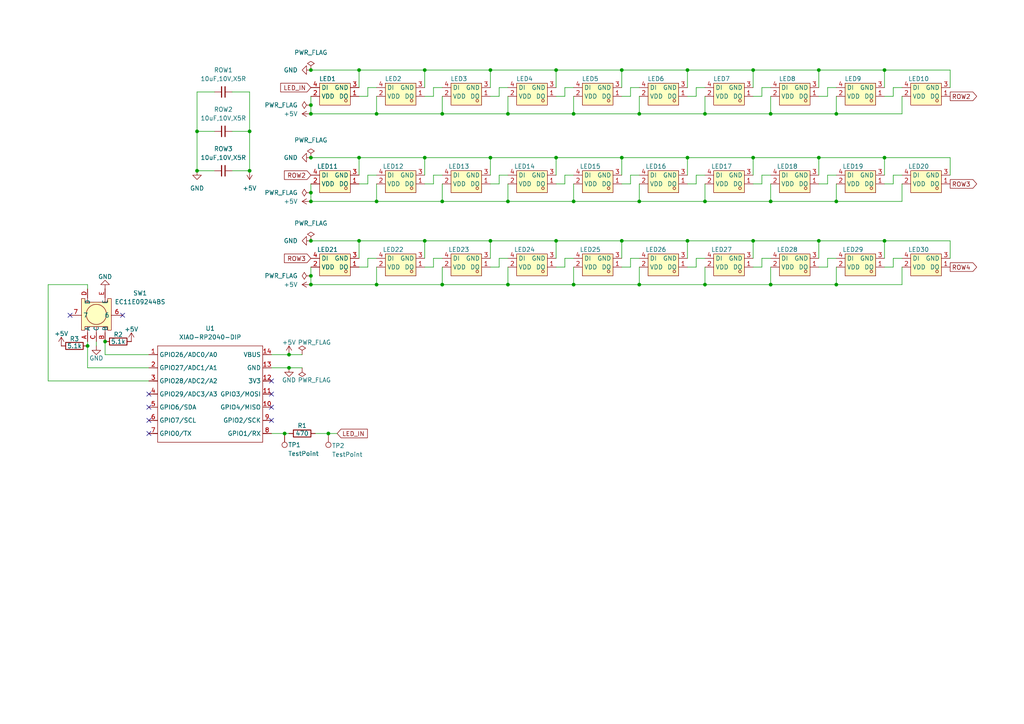
<source format=kicad_sch>
(kicad_sch
	(version 20250114)
	(generator "eeschema")
	(generator_version "9.0")
	(uuid "95c48543-05d8-4d7b-abf8-cd53f2ecb77b")
	(paper "A4")
	(title_block
		(title "Cipher Decoder Ring PCB")
		(date "2025-02-27")
		(rev "2024-Feb-27")
		(company "Steven Smethurst (@Funvill)")
		(comment 1 "https://github.com/funvill/cipher-decoder-ring-pcb")
	)
	(lib_symbols
		(symbol "C470742-RotaryEncoders:EC11E09244BS"
			(exclude_from_sim no)
			(in_bom yes)
			(on_board yes)
			(property "Reference" "SW"
				(at 0 12.7 0)
				(effects
					(font
						(size 1.27 1.27)
					)
				)
			)
			(property "Value" "EC11E09244BS"
				(at 0 -12.7 0)
				(effects
					(font
						(size 1.27 1.27)
					)
				)
			)
			(property "Footprint" "C470742:SW-TH_EC11XXXXXXXX"
				(at 0 -15.24 0)
				(effects
					(font
						(size 1.27 1.27)
					)
					(hide yes)
				)
			)
			(property "Datasheet" "https://lcsc.com/product-detail/Coded-Rotary-Switches_ALPS-Electric-EC11E09244BS_C470742.html"
				(at 0 -17.78 0)
				(effects
					(font
						(size 1.27 1.27)
					)
					(hide yes)
				)
			)
			(property "Description" ""
				(at 0 0 0)
				(effects
					(font
						(size 1.27 1.27)
					)
					(hide yes)
				)
			)
			(property "LCSC Part" "C470742"
				(at 0 -20.32 0)
				(effects
					(font
						(size 1.27 1.27)
					)
					(hide yes)
				)
			)
			(symbol "EC11E09244BS_0_1"
				(polyline
					(pts
						(xy -4.32 -4.32) (xy -3.56 -4.32) (xy -3.3 -4.32) (xy -3.3 -3.3) (xy 3.3 -3.3) (xy 3.3 -4.32)
						(xy 4.32 -4.32) (xy 4.32 4.83) (xy 3.3 4.83) (xy 3.3 3.81) (xy -3.3 3.81) (xy -3.3 4.83) (xy -4.32 4.83)
						(xy -4.32 -4.32)
					)
					(stroke
						(width 0)
						(type default)
					)
					(fill
						(type background)
					)
				)
				(polyline
					(pts
						(xy -2.54 3.81) (xy -2.54 5.08)
					)
					(stroke
						(width 0)
						(type default)
					)
					(fill
						(type none)
					)
				)
				(polyline
					(pts
						(xy -2.54 -3.3) (xy -2.54 -5.08) (xy -2.54 -5.08)
					)
					(stroke
						(width 0)
						(type default)
					)
					(fill
						(type none)
					)
				)
				(circle
					(center 0 0.25)
					(radius 2.92)
					(stroke
						(width 0)
						(type default)
					)
					(fill
						(type none)
					)
				)
				(polyline
					(pts
						(xy 0 -3.3) (xy 0 -5.08)
					)
					(stroke
						(width 0)
						(type default)
					)
					(fill
						(type none)
					)
				)
				(polyline
					(pts
						(xy 2.54 3.81) (xy 2.54 5.08)
					)
					(stroke
						(width 0)
						(type default)
					)
					(fill
						(type none)
					)
				)
				(polyline
					(pts
						(xy 2.54 -3.3) (xy 2.54 -5.08)
					)
					(stroke
						(width 0)
						(type default)
					)
					(fill
						(type none)
					)
				)
				(pin unspecified line
					(at -7.62 0 0)
					(length 3.302)
					(name "7"
						(effects
							(font
								(size 1.27 1.27)
							)
						)
					)
					(number "7"
						(effects
							(font
								(size 1.27 1.27)
							)
						)
					)
				)
				(pin unspecified line
					(at -2.54 7.62 270)
					(length 2.54)
					(name "D"
						(effects
							(font
								(size 1.27 1.27)
							)
						)
					)
					(number "D"
						(effects
							(font
								(size 1.27 1.27)
							)
						)
					)
				)
				(pin unspecified line
					(at -2.54 -7.62 90)
					(length 2.54)
					(name "A"
						(effects
							(font
								(size 1.27 1.27)
							)
						)
					)
					(number "A"
						(effects
							(font
								(size 1.27 1.27)
							)
						)
					)
				)
				(pin unspecified line
					(at 0 -7.62 90)
					(length 2.54)
					(name "C"
						(effects
							(font
								(size 1.27 1.27)
							)
						)
					)
					(number "C"
						(effects
							(font
								(size 1.27 1.27)
							)
						)
					)
				)
				(pin unspecified line
					(at 2.54 7.62 270)
					(length 2.54)
					(name "E"
						(effects
							(font
								(size 1.27 1.27)
							)
						)
					)
					(number "E"
						(effects
							(font
								(size 1.27 1.27)
							)
						)
					)
				)
				(pin unspecified line
					(at 2.54 -7.62 90)
					(length 2.54)
					(name "B"
						(effects
							(font
								(size 1.27 1.27)
							)
						)
					)
					(number "B"
						(effects
							(font
								(size 1.27 1.27)
							)
						)
					)
				)
				(pin unspecified line
					(at 7.62 0 180)
					(length 3.302)
					(name "6"
						(effects
							(font
								(size 1.27 1.27)
							)
						)
					)
					(number "6"
						(effects
							(font
								(size 1.27 1.27)
							)
						)
					)
				)
			)
			(embedded_fonts no)
		)
		(symbol "Connector:TestPoint"
			(pin_numbers
				(hide yes)
			)
			(pin_names
				(offset 0.762)
				(hide yes)
			)
			(exclude_from_sim no)
			(in_bom yes)
			(on_board yes)
			(property "Reference" "TP"
				(at 0 6.858 0)
				(effects
					(font
						(size 1.27 1.27)
					)
				)
			)
			(property "Value" "TestPoint"
				(at 0 5.08 0)
				(effects
					(font
						(size 1.27 1.27)
					)
				)
			)
			(property "Footprint" ""
				(at 5.08 0 0)
				(effects
					(font
						(size 1.27 1.27)
					)
					(hide yes)
				)
			)
			(property "Datasheet" "~"
				(at 5.08 0 0)
				(effects
					(font
						(size 1.27 1.27)
					)
					(hide yes)
				)
			)
			(property "Description" "test point"
				(at 0 0 0)
				(effects
					(font
						(size 1.27 1.27)
					)
					(hide yes)
				)
			)
			(property "ki_keywords" "test point tp"
				(at 0 0 0)
				(effects
					(font
						(size 1.27 1.27)
					)
					(hide yes)
				)
			)
			(property "ki_fp_filters" "Pin* Test*"
				(at 0 0 0)
				(effects
					(font
						(size 1.27 1.27)
					)
					(hide yes)
				)
			)
			(symbol "TestPoint_0_1"
				(circle
					(center 0 3.302)
					(radius 0.762)
					(stroke
						(width 0)
						(type default)
					)
					(fill
						(type none)
					)
				)
			)
			(symbol "TestPoint_1_1"
				(pin passive line
					(at 0 0 90)
					(length 2.54)
					(name "1"
						(effects
							(font
								(size 1.27 1.27)
							)
						)
					)
					(number "1"
						(effects
							(font
								(size 1.27 1.27)
							)
						)
					)
				)
			)
			(embedded_fonts no)
		)
		(symbol "Device:R"
			(pin_numbers
				(hide yes)
			)
			(pin_names
				(offset 0)
			)
			(exclude_from_sim no)
			(in_bom yes)
			(on_board yes)
			(property "Reference" "R"
				(at 2.032 0 90)
				(effects
					(font
						(size 1.27 1.27)
					)
				)
			)
			(property "Value" "R"
				(at 0 0 90)
				(effects
					(font
						(size 1.27 1.27)
					)
				)
			)
			(property "Footprint" ""
				(at -1.778 0 90)
				(effects
					(font
						(size 1.27 1.27)
					)
					(hide yes)
				)
			)
			(property "Datasheet" "~"
				(at 0 0 0)
				(effects
					(font
						(size 1.27 1.27)
					)
					(hide yes)
				)
			)
			(property "Description" "Resistor"
				(at 0 0 0)
				(effects
					(font
						(size 1.27 1.27)
					)
					(hide yes)
				)
			)
			(property "ki_keywords" "R res resistor"
				(at 0 0 0)
				(effects
					(font
						(size 1.27 1.27)
					)
					(hide yes)
				)
			)
			(property "ki_fp_filters" "R_*"
				(at 0 0 0)
				(effects
					(font
						(size 1.27 1.27)
					)
					(hide yes)
				)
			)
			(symbol "R_0_1"
				(rectangle
					(start -1.016 -2.54)
					(end 1.016 2.54)
					(stroke
						(width 0.254)
						(type default)
					)
					(fill
						(type none)
					)
				)
			)
			(symbol "R_1_1"
				(pin passive line
					(at 0 3.81 270)
					(length 1.27)
					(name "~"
						(effects
							(font
								(size 1.27 1.27)
							)
						)
					)
					(number "1"
						(effects
							(font
								(size 1.27 1.27)
							)
						)
					)
				)
				(pin passive line
					(at 0 -3.81 90)
					(length 1.27)
					(name "~"
						(effects
							(font
								(size 1.27 1.27)
							)
						)
					)
					(number "2"
						(effects
							(font
								(size 1.27 1.27)
							)
						)
					)
				)
			)
			(embedded_fonts no)
		)
		(symbol "Seeed Studio XIAO:XIAO-RP2040-DIP"
			(exclude_from_sim no)
			(in_bom yes)
			(on_board yes)
			(property "Reference" "U"
				(at 0 0 0)
				(effects
					(font
						(size 1.27 1.27)
					)
				)
			)
			(property "Value" "XIAO-RP2040-DIP"
				(at 5.334 -1.778 0)
				(effects
					(font
						(size 1.27 1.27)
					)
				)
			)
			(property "Footprint" "Module:MOUDLE14P-XIAO-DIP-SMD"
				(at 14.478 -32.258 0)
				(effects
					(font
						(size 1.27 1.27)
					)
					(hide yes)
				)
			)
			(property "Datasheet" ""
				(at 0 0 0)
				(effects
					(font
						(size 1.27 1.27)
					)
					(hide yes)
				)
			)
			(property "Description" ""
				(at 0 0 0)
				(effects
					(font
						(size 1.27 1.27)
					)
					(hide yes)
				)
			)
			(symbol "XIAO-RP2040-DIP_1_0"
				(polyline
					(pts
						(xy -1.27 -2.54) (xy 29.21 -2.54)
					)
					(stroke
						(width 0.1524)
						(type solid)
					)
					(fill
						(type none)
					)
				)
				(polyline
					(pts
						(xy -1.27 -5.08) (xy -2.54 -5.08)
					)
					(stroke
						(width 0.1524)
						(type solid)
					)
					(fill
						(type none)
					)
				)
				(polyline
					(pts
						(xy -1.27 -5.08) (xy -1.27 -2.54)
					)
					(stroke
						(width 0.1524)
						(type solid)
					)
					(fill
						(type none)
					)
				)
				(polyline
					(pts
						(xy -1.27 -8.89) (xy -2.54 -8.89)
					)
					(stroke
						(width 0.1524)
						(type solid)
					)
					(fill
						(type none)
					)
				)
				(polyline
					(pts
						(xy -1.27 -8.89) (xy -1.27 -5.08)
					)
					(stroke
						(width 0.1524)
						(type solid)
					)
					(fill
						(type none)
					)
				)
				(polyline
					(pts
						(xy -1.27 -12.7) (xy -2.54 -12.7)
					)
					(stroke
						(width 0.1524)
						(type solid)
					)
					(fill
						(type none)
					)
				)
				(polyline
					(pts
						(xy -1.27 -12.7) (xy -1.27 -8.89)
					)
					(stroke
						(width 0.1524)
						(type solid)
					)
					(fill
						(type none)
					)
				)
				(polyline
					(pts
						(xy -1.27 -16.51) (xy -2.54 -16.51)
					)
					(stroke
						(width 0.1524)
						(type solid)
					)
					(fill
						(type none)
					)
				)
				(polyline
					(pts
						(xy -1.27 -16.51) (xy -1.27 -12.7)
					)
					(stroke
						(width 0.1524)
						(type solid)
					)
					(fill
						(type none)
					)
				)
				(polyline
					(pts
						(xy -1.27 -20.32) (xy -2.54 -20.32)
					)
					(stroke
						(width 0.1524)
						(type solid)
					)
					(fill
						(type none)
					)
				)
				(polyline
					(pts
						(xy -1.27 -24.13) (xy -2.54 -24.13)
					)
					(stroke
						(width 0.1524)
						(type solid)
					)
					(fill
						(type none)
					)
				)
				(polyline
					(pts
						(xy -1.27 -27.94) (xy -2.54 -27.94)
					)
					(stroke
						(width 0.1524)
						(type solid)
					)
					(fill
						(type none)
					)
				)
				(polyline
					(pts
						(xy -1.27 -30.48) (xy -1.27 -16.51)
					)
					(stroke
						(width 0.1524)
						(type solid)
					)
					(fill
						(type none)
					)
				)
				(polyline
					(pts
						(xy 29.21 -2.54) (xy 29.21 -5.08)
					)
					(stroke
						(width 0.1524)
						(type solid)
					)
					(fill
						(type none)
					)
				)
				(polyline
					(pts
						(xy 29.21 -5.08) (xy 29.21 -8.89)
					)
					(stroke
						(width 0.1524)
						(type solid)
					)
					(fill
						(type none)
					)
				)
				(polyline
					(pts
						(xy 29.21 -8.89) (xy 29.21 -12.7)
					)
					(stroke
						(width 0.1524)
						(type solid)
					)
					(fill
						(type none)
					)
				)
				(polyline
					(pts
						(xy 29.21 -12.7) (xy 29.21 -30.48)
					)
					(stroke
						(width 0.1524)
						(type solid)
					)
					(fill
						(type none)
					)
				)
				(polyline
					(pts
						(xy 29.21 -30.48) (xy -1.27 -30.48)
					)
					(stroke
						(width 0.1524)
						(type solid)
					)
					(fill
						(type none)
					)
				)
				(polyline
					(pts
						(xy 30.48 -5.08) (xy 29.21 -5.08)
					)
					(stroke
						(width 0.1524)
						(type solid)
					)
					(fill
						(type none)
					)
				)
				(polyline
					(pts
						(xy 30.48 -8.89) (xy 29.21 -8.89)
					)
					(stroke
						(width 0.1524)
						(type solid)
					)
					(fill
						(type none)
					)
				)
				(polyline
					(pts
						(xy 30.48 -12.7) (xy 29.21 -12.7)
					)
					(stroke
						(width 0.1524)
						(type solid)
					)
					(fill
						(type none)
					)
				)
				(polyline
					(pts
						(xy 30.48 -16.51) (xy 29.21 -16.51)
					)
					(stroke
						(width 0.1524)
						(type solid)
					)
					(fill
						(type none)
					)
				)
				(polyline
					(pts
						(xy 30.48 -20.32) (xy 29.21 -20.32)
					)
					(stroke
						(width 0.1524)
						(type solid)
					)
					(fill
						(type none)
					)
				)
				(polyline
					(pts
						(xy 30.48 -24.13) (xy 29.21 -24.13)
					)
					(stroke
						(width 0.1524)
						(type solid)
					)
					(fill
						(type none)
					)
				)
				(polyline
					(pts
						(xy 30.48 -27.94) (xy 29.21 -27.94)
					)
					(stroke
						(width 0.1524)
						(type solid)
					)
					(fill
						(type none)
					)
				)
				(pin passive line
					(at -3.81 -5.08 0)
					(length 2.54)
					(name "GPIO26/ADC0/A0"
						(effects
							(font
								(size 1.27 1.27)
							)
						)
					)
					(number "1"
						(effects
							(font
								(size 1.27 1.27)
							)
						)
					)
				)
				(pin passive line
					(at -3.81 -8.89 0)
					(length 2.54)
					(name "GPIO27/ADC1/A1"
						(effects
							(font
								(size 1.27 1.27)
							)
						)
					)
					(number "2"
						(effects
							(font
								(size 1.27 1.27)
							)
						)
					)
				)
				(pin passive line
					(at -3.81 -12.7 0)
					(length 2.54)
					(name "GPIO28/ADC2/A2"
						(effects
							(font
								(size 1.27 1.27)
							)
						)
					)
					(number "3"
						(effects
							(font
								(size 1.27 1.27)
							)
						)
					)
				)
				(pin passive line
					(at -3.81 -16.51 0)
					(length 2.54)
					(name "GPIO29/ADC3/A3"
						(effects
							(font
								(size 1.27 1.27)
							)
						)
					)
					(number "4"
						(effects
							(font
								(size 1.27 1.27)
							)
						)
					)
				)
				(pin passive line
					(at -3.81 -20.32 0)
					(length 2.54)
					(name "GPIO6/SDA"
						(effects
							(font
								(size 1.27 1.27)
							)
						)
					)
					(number "5"
						(effects
							(font
								(size 1.27 1.27)
							)
						)
					)
				)
				(pin passive line
					(at -3.81 -24.13 0)
					(length 2.54)
					(name "GPIO7/SCL"
						(effects
							(font
								(size 1.27 1.27)
							)
						)
					)
					(number "6"
						(effects
							(font
								(size 1.27 1.27)
							)
						)
					)
				)
				(pin passive line
					(at -3.81 -27.94 0)
					(length 2.54)
					(name "GPIO0/TX"
						(effects
							(font
								(size 1.27 1.27)
							)
						)
					)
					(number "7"
						(effects
							(font
								(size 1.27 1.27)
							)
						)
					)
				)
				(pin passive line
					(at 31.75 -5.08 180)
					(length 2.54)
					(name "VBUS"
						(effects
							(font
								(size 1.27 1.27)
							)
						)
					)
					(number "14"
						(effects
							(font
								(size 1.27 1.27)
							)
						)
					)
				)
				(pin passive line
					(at 31.75 -8.89 180)
					(length 2.54)
					(name "GND"
						(effects
							(font
								(size 1.27 1.27)
							)
						)
					)
					(number "13"
						(effects
							(font
								(size 1.27 1.27)
							)
						)
					)
				)
				(pin passive line
					(at 31.75 -12.7 180)
					(length 2.54)
					(name "3V3"
						(effects
							(font
								(size 1.27 1.27)
							)
						)
					)
					(number "12"
						(effects
							(font
								(size 1.27 1.27)
							)
						)
					)
				)
				(pin passive line
					(at 31.75 -16.51 180)
					(length 2.54)
					(name "GPIO3/MOSI"
						(effects
							(font
								(size 1.27 1.27)
							)
						)
					)
					(number "11"
						(effects
							(font
								(size 1.27 1.27)
							)
						)
					)
				)
				(pin passive line
					(at 31.75 -20.32 180)
					(length 2.54)
					(name "GPIO4/MISO"
						(effects
							(font
								(size 1.27 1.27)
							)
						)
					)
					(number "10"
						(effects
							(font
								(size 1.27 1.27)
							)
						)
					)
				)
				(pin passive line
					(at 31.75 -24.13 180)
					(length 2.54)
					(name "GPIO2/SCK"
						(effects
							(font
								(size 1.27 1.27)
							)
						)
					)
					(number "9"
						(effects
							(font
								(size 1.27 1.27)
							)
						)
					)
				)
				(pin passive line
					(at 31.75 -27.94 180)
					(length 2.54)
					(name "GPIO1/RX"
						(effects
							(font
								(size 1.27 1.27)
							)
						)
					)
					(number "8"
						(effects
							(font
								(size 1.27 1.27)
							)
						)
					)
				)
			)
			(embedded_fonts no)
		)
		(symbol "XL-1615RGBC-WS2812B:XL-1615RGBC-WS2812B"
			(exclude_from_sim no)
			(in_bom yes)
			(on_board yes)
			(property "Reference" "LED"
				(at 1.524 4.826 0)
				(effects
					(font
						(size 1.27 1.27)
					)
				)
			)
			(property "Value" "XL-1615RGBC-WS2812B"
				(at 0 -6.35 0)
				(effects
					(font
						(size 1.27 1.27)
					)
				)
			)
			(property "Footprint" "XL-1615RGBC-WS2812B:LED-SMD_4P-L1.6-W1.5_XL-1615RGBC-WS2812B"
				(at 0 -8.89 0)
				(effects
					(font
						(size 1.27 1.27)
					)
					(hide yes)
				)
			)
			(property "Datasheet" ""
				(at 0 0 0)
				(effects
					(font
						(size 1.27 1.27)
					)
					(hide yes)
				)
			)
			(property "Description" ""
				(at 0 0 0)
				(effects
					(font
						(size 1.27 1.27)
					)
					(hide yes)
				)
			)
			(property "LCSC Part" "C5349954"
				(at 0 -11.43 0)
				(effects
					(font
						(size 1.27 1.27)
					)
					(hide yes)
				)
			)
			(symbol "XL-1615RGBC-WS2812B_0_1"
				(rectangle
					(start -2.54 3.81)
					(end 6.35 -2.54)
					(stroke
						(width 0)
						(type default)
					)
					(fill
						(type background)
					)
				)
				(circle
					(center -1.27 2.54)
					(radius 0.38)
					(stroke
						(width 0)
						(type default)
					)
					(fill
						(type none)
					)
				)
			)
			(symbol "XL-1615RGBC-WS2812B_1_1"
				(pin output line
					(at -5.08 1.27 0)
					(length 2.54)
					(name "DO"
						(effects
							(font
								(size 1.27 1.27)
							)
						)
					)
					(number "1"
						(effects
							(font
								(size 1.27 1.27)
							)
						)
					)
				)
				(pin power_in line
					(at -5.08 -1.27 0)
					(length 2.54)
					(name "GND"
						(effects
							(font
								(size 1.27 1.27)
							)
						)
					)
					(number "3"
						(effects
							(font
								(size 1.27 1.27)
							)
						)
					)
				)
				(pin power_in line
					(at 8.89 1.27 180)
					(length 2.54)
					(name "VDD"
						(effects
							(font
								(size 1.27 1.27)
							)
						)
					)
					(number "2"
						(effects
							(font
								(size 1.27 1.27)
							)
						)
					)
				)
				(pin input line
					(at 8.89 -1.27 180)
					(length 2.54)
					(name "DI"
						(effects
							(font
								(size 1.27 1.27)
							)
						)
					)
					(number "4"
						(effects
							(font
								(size 1.27 1.27)
							)
						)
					)
				)
			)
			(embedded_fonts no)
		)
		(symbol "__sws_jlpcb:jlcpcb-1uF,25V,X5R"
			(exclude_from_sim no)
			(in_bom yes)
			(on_board yes)
			(property "Reference" "C130"
				(at -1.27 7.62 0)
				(effects
					(font
						(size 1.27 1.27)
					)
					(justify left)
				)
			)
			(property "Value" "jlcpcb-1uF,25V,X5R"
				(at -6.35 5.08 0)
				(effects
					(font
						(size 1.27 1.27)
					)
					(justify left)
				)
			)
			(property "Footprint" "vancouver-skytrain-pcb.pretty:C_0402_1005Metric"
				(at 0 0 0)
				(effects
					(font
						(size 1.27 1.27)
					)
					(hide yes)
				)
			)
			(property "Datasheet" "https://datasheet.lcsc.com/lcsc/1811091611_Samsung-Electro-Mechanics-CL05A105KA5NQNC_C52923.pdf"
				(at 0 0 0)
				(effects
					(font
						(size 1.27 1.27)
					)
					(hide yes)
				)
			)
			(property "Description" ""
				(at 0 0 0)
				(effects
					(font
						(size 1.27 1.27)
					)
					(hide yes)
				)
			)
			(property "LCSC" "C52923"
				(at 0 0 0)
				(effects
					(font
						(size 0.0254 0.0254)
					)
					(hide yes)
				)
			)
			(property "MFG" "Samsung Electro-Mechanics"
				(at 0 0 0)
				(effects
					(font
						(size 0.0254 0.0254)
					)
					(hide yes)
				)
			)
			(property "MFGPN" "CL05A105KA5NQNC"
				(at 0 0 0)
				(effects
					(font
						(size 0.0254 0.0254)
					)
					(hide yes)
				)
			)
			(property "ki_locked" ""
				(at 0 0 0)
				(effects
					(font
						(size 1.27 1.27)
					)
				)
			)
			(symbol "jlcpcb-1uF,25V,X5R_0_0"
				(polyline
					(pts
						(xy -1.524 0.508) (xy 1.524 0.508)
					)
					(stroke
						(width 0.3048)
						(type default)
					)
					(fill
						(type none)
					)
				)
				(polyline
					(pts
						(xy -1.524 -0.508) (xy 1.524 -0.508)
					)
					(stroke
						(width 0.3048)
						(type default)
					)
					(fill
						(type none)
					)
				)
				(pin passive line
					(at 0 2.54 270)
					(length 2.032)
					(name "~"
						(effects
							(font
								(size 0 0)
							)
						)
					)
					(number "1"
						(effects
							(font
								(size 0 0)
							)
						)
					)
				)
				(pin passive line
					(at 0 -2.54 90)
					(length 2.032)
					(name "~"
						(effects
							(font
								(size 0 0)
							)
						)
					)
					(number "2"
						(effects
							(font
								(size 0 0)
							)
						)
					)
				)
			)
			(embedded_fonts no)
		)
		(symbol "power:+5V"
			(power)
			(pin_numbers
				(hide yes)
			)
			(pin_names
				(offset 0)
				(hide yes)
			)
			(exclude_from_sim no)
			(in_bom yes)
			(on_board yes)
			(property "Reference" "#PWR"
				(at 0 -3.81 0)
				(effects
					(font
						(size 1.27 1.27)
					)
					(hide yes)
				)
			)
			(property "Value" "+5V"
				(at 0 3.556 0)
				(effects
					(font
						(size 1.27 1.27)
					)
				)
			)
			(property "Footprint" ""
				(at 0 0 0)
				(effects
					(font
						(size 1.27 1.27)
					)
					(hide yes)
				)
			)
			(property "Datasheet" ""
				(at 0 0 0)
				(effects
					(font
						(size 1.27 1.27)
					)
					(hide yes)
				)
			)
			(property "Description" "Power symbol creates a global label with name \"+5V\""
				(at 0 0 0)
				(effects
					(font
						(size 1.27 1.27)
					)
					(hide yes)
				)
			)
			(property "ki_keywords" "global power"
				(at 0 0 0)
				(effects
					(font
						(size 1.27 1.27)
					)
					(hide yes)
				)
			)
			(symbol "+5V_0_1"
				(polyline
					(pts
						(xy -0.762 1.27) (xy 0 2.54)
					)
					(stroke
						(width 0)
						(type default)
					)
					(fill
						(type none)
					)
				)
				(polyline
					(pts
						(xy 0 2.54) (xy 0.762 1.27)
					)
					(stroke
						(width 0)
						(type default)
					)
					(fill
						(type none)
					)
				)
				(polyline
					(pts
						(xy 0 0) (xy 0 2.54)
					)
					(stroke
						(width 0)
						(type default)
					)
					(fill
						(type none)
					)
				)
			)
			(symbol "+5V_1_1"
				(pin power_in line
					(at 0 0 90)
					(length 0)
					(name "~"
						(effects
							(font
								(size 1.27 1.27)
							)
						)
					)
					(number "1"
						(effects
							(font
								(size 1.27 1.27)
							)
						)
					)
				)
			)
			(embedded_fonts no)
		)
		(symbol "power:GND"
			(power)
			(pin_numbers
				(hide yes)
			)
			(pin_names
				(offset 0)
				(hide yes)
			)
			(exclude_from_sim no)
			(in_bom yes)
			(on_board yes)
			(property "Reference" "#PWR"
				(at 0 -6.35 0)
				(effects
					(font
						(size 1.27 1.27)
					)
					(hide yes)
				)
			)
			(property "Value" "GND"
				(at 0 -3.81 0)
				(effects
					(font
						(size 1.27 1.27)
					)
				)
			)
			(property "Footprint" ""
				(at 0 0 0)
				(effects
					(font
						(size 1.27 1.27)
					)
					(hide yes)
				)
			)
			(property "Datasheet" ""
				(at 0 0 0)
				(effects
					(font
						(size 1.27 1.27)
					)
					(hide yes)
				)
			)
			(property "Description" "Power symbol creates a global label with name \"GND\" , ground"
				(at 0 0 0)
				(effects
					(font
						(size 1.27 1.27)
					)
					(hide yes)
				)
			)
			(property "ki_keywords" "global power"
				(at 0 0 0)
				(effects
					(font
						(size 1.27 1.27)
					)
					(hide yes)
				)
			)
			(symbol "GND_0_1"
				(polyline
					(pts
						(xy 0 0) (xy 0 -1.27) (xy 1.27 -1.27) (xy 0 -2.54) (xy -1.27 -1.27) (xy 0 -1.27)
					)
					(stroke
						(width 0)
						(type default)
					)
					(fill
						(type none)
					)
				)
			)
			(symbol "GND_1_1"
				(pin power_in line
					(at 0 0 270)
					(length 0)
					(name "~"
						(effects
							(font
								(size 1.27 1.27)
							)
						)
					)
					(number "1"
						(effects
							(font
								(size 1.27 1.27)
							)
						)
					)
				)
			)
			(embedded_fonts no)
		)
		(symbol "power:PWR_FLAG"
			(power)
			(pin_numbers
				(hide yes)
			)
			(pin_names
				(offset 0)
				(hide yes)
			)
			(exclude_from_sim no)
			(in_bom yes)
			(on_board yes)
			(property "Reference" "#FLG"
				(at 0 1.905 0)
				(effects
					(font
						(size 1.27 1.27)
					)
					(hide yes)
				)
			)
			(property "Value" "PWR_FLAG"
				(at 0 3.81 0)
				(effects
					(font
						(size 1.27 1.27)
					)
				)
			)
			(property "Footprint" ""
				(at 0 0 0)
				(effects
					(font
						(size 1.27 1.27)
					)
					(hide yes)
				)
			)
			(property "Datasheet" "~"
				(at 0 0 0)
				(effects
					(font
						(size 1.27 1.27)
					)
					(hide yes)
				)
			)
			(property "Description" "Special symbol for telling ERC where power comes from"
				(at 0 0 0)
				(effects
					(font
						(size 1.27 1.27)
					)
					(hide yes)
				)
			)
			(property "ki_keywords" "flag power"
				(at 0 0 0)
				(effects
					(font
						(size 1.27 1.27)
					)
					(hide yes)
				)
			)
			(symbol "PWR_FLAG_0_0"
				(pin power_out line
					(at 0 0 90)
					(length 0)
					(name "~"
						(effects
							(font
								(size 1.27 1.27)
							)
						)
					)
					(number "1"
						(effects
							(font
								(size 1.27 1.27)
							)
						)
					)
				)
			)
			(symbol "PWR_FLAG_0_1"
				(polyline
					(pts
						(xy 0 0) (xy 0 1.27) (xy -1.016 1.905) (xy 0 2.54) (xy 1.016 1.905) (xy 0 1.27)
					)
					(stroke
						(width 0)
						(type default)
					)
					(fill
						(type none)
					)
				)
			)
			(embedded_fonts no)
		)
	)
	(junction
		(at 90.17 20.32)
		(diameter 0)
		(color 0 0 0 0)
		(uuid "008cf94b-d317-4de1-96eb-c1882f6aeee7")
	)
	(junction
		(at 82.55 125.73)
		(diameter 0)
		(color 0 0 0 0)
		(uuid "031ffbeb-5a37-446e-9e30-c2b903df39d4")
	)
	(junction
		(at 90.17 33.02)
		(diameter 0)
		(color 0 0 0 0)
		(uuid "047632f1-712b-4bd0-84e8-0f4f14cb8b45")
	)
	(junction
		(at 218.44 20.32)
		(diameter 0)
		(color 0 0 0 0)
		(uuid "0e62aaa9-ff82-4ccc-bd8b-f800fca2ca34")
	)
	(junction
		(at 128.27 33.02)
		(diameter 0)
		(color 0 0 0 0)
		(uuid "0ee0dcc4-06cf-433e-9d3d-127c65d19a5e")
	)
	(junction
		(at 237.49 20.32)
		(diameter 0)
		(color 0 0 0 0)
		(uuid "16daa300-c368-4d5f-8083-f99055fd4b3e")
	)
	(junction
		(at 90.17 69.85)
		(diameter 0)
		(color 0 0 0 0)
		(uuid "1f91b6c6-afee-4ebe-8699-9edaff6ea2b2")
	)
	(junction
		(at 83.82 106.68)
		(diameter 0)
		(color 0 0 0 0)
		(uuid "21ce25f4-c5cd-4422-ad39-225d43247280")
	)
	(junction
		(at 180.34 69.85)
		(diameter 0)
		(color 0 0 0 0)
		(uuid "2282fd43-baee-48bb-bd34-76b414bdcff6")
	)
	(junction
		(at 123.19 45.72)
		(diameter 0)
		(color 0 0 0 0)
		(uuid "252817e0-f0df-457d-94c2-5b48d880ceae")
	)
	(junction
		(at 199.39 69.85)
		(diameter 0)
		(color 0 0 0 0)
		(uuid "2574ceda-c297-4ebb-9bf1-ebc6396c5fed")
	)
	(junction
		(at 256.54 20.32)
		(diameter 0)
		(color 0 0 0 0)
		(uuid "298515b9-0887-404a-84c8-93a35d58e22e")
	)
	(junction
		(at 123.19 69.85)
		(diameter 0)
		(color 0 0 0 0)
		(uuid "2d53a592-6903-4b7f-88ed-13f29cbb5f1f")
	)
	(junction
		(at 83.82 102.87)
		(diameter 0)
		(color 0 0 0 0)
		(uuid "2f8f60fe-fdfa-4e31-aeec-15a0d6803f5c")
	)
	(junction
		(at 204.47 33.02)
		(diameter 0)
		(color 0 0 0 0)
		(uuid "3382205d-4479-4423-93b0-d8e1645c8868")
	)
	(junction
		(at 256.54 45.72)
		(diameter 0)
		(color 0 0 0 0)
		(uuid "33ecd0b4-5497-4d30-a414-d9705b804ff9")
	)
	(junction
		(at 72.39 38.1)
		(diameter 0)
		(color 0 0 0 0)
		(uuid "3797134b-a2f0-4eba-a7cb-8876e5c88e7d")
	)
	(junction
		(at 204.47 58.42)
		(diameter 0)
		(color 0 0 0 0)
		(uuid "4130e8e4-5996-468a-bf30-72fc1993a40d")
	)
	(junction
		(at 30.48 99.06)
		(diameter 0)
		(color 0 0 0 0)
		(uuid "4a6fb485-c378-405f-b789-6654837af1de")
	)
	(junction
		(at 185.42 58.42)
		(diameter 0)
		(color 0 0 0 0)
		(uuid "54e10664-1318-497e-8b46-e2111468f477")
	)
	(junction
		(at 147.32 58.42)
		(diameter 0)
		(color 0 0 0 0)
		(uuid "5d04f89c-2d19-48b4-a93b-98e494f85917")
	)
	(junction
		(at 25.4 100.33)
		(diameter 0)
		(color 0 0 0 0)
		(uuid "5db7e7ae-37e6-473d-b3c5-c38fef867b98")
	)
	(junction
		(at 161.29 69.85)
		(diameter 0)
		(color 0 0 0 0)
		(uuid "5f74f8dc-31f7-4ae6-ad0a-b3d3800bfbd6")
	)
	(junction
		(at 223.52 82.55)
		(diameter 0)
		(color 0 0 0 0)
		(uuid "626a1f0e-fbc1-4ee8-b307-40380c65dcbb")
	)
	(junction
		(at 223.52 33.02)
		(diameter 0)
		(color 0 0 0 0)
		(uuid "65245899-2488-407e-aac8-738a360d821f")
	)
	(junction
		(at 166.37 33.02)
		(diameter 0)
		(color 0 0 0 0)
		(uuid "66b9da9e-7f29-4b5b-b729-8a23a98baac2")
	)
	(junction
		(at 57.15 38.1)
		(diameter 0)
		(color 0 0 0 0)
		(uuid "684e7104-53c8-4554-ada6-62acf0e869f2")
	)
	(junction
		(at 242.57 58.42)
		(diameter 0)
		(color 0 0 0 0)
		(uuid "690bf97b-e355-45cc-adbe-8024595696ca")
	)
	(junction
		(at 128.27 82.55)
		(diameter 0)
		(color 0 0 0 0)
		(uuid "6e1b9521-8d0b-47eb-89c3-d27b5a98c328")
	)
	(junction
		(at 95.25 125.73)
		(diameter 0)
		(color 0 0 0 0)
		(uuid "72299ddd-cb15-4c05-b545-f9a45d4ddcef")
	)
	(junction
		(at 109.22 33.02)
		(diameter 0)
		(color 0 0 0 0)
		(uuid "74c8c0cd-127a-43aa-8b59-fc2ac054ba14")
	)
	(junction
		(at 142.24 45.72)
		(diameter 0)
		(color 0 0 0 0)
		(uuid "7cb8bf65-f68f-4bb7-9844-e7b1db976697")
	)
	(junction
		(at 166.37 58.42)
		(diameter 0)
		(color 0 0 0 0)
		(uuid "7df50aa0-be80-4fa2-8138-28d7fc73c7b7")
	)
	(junction
		(at 90.17 45.72)
		(diameter 0)
		(color 0 0 0 0)
		(uuid "7f52a3a2-8c03-4442-9234-0fa3ad419eae")
	)
	(junction
		(at 237.49 45.72)
		(diameter 0)
		(color 0 0 0 0)
		(uuid "81a6381d-c50d-484a-87d8-f9e8c351bc27")
	)
	(junction
		(at 147.32 33.02)
		(diameter 0)
		(color 0 0 0 0)
		(uuid "81fb8af4-9470-4930-853a-ae24a26d5b93")
	)
	(junction
		(at 90.17 80.01)
		(diameter 0)
		(color 0 0 0 0)
		(uuid "82d909be-f05c-40ab-95d0-0e534733f22a")
	)
	(junction
		(at 237.49 69.85)
		(diameter 0)
		(color 0 0 0 0)
		(uuid "84886566-1e02-48f6-a84b-8851f726ef81")
	)
	(junction
		(at 104.14 45.72)
		(diameter 0)
		(color 0 0 0 0)
		(uuid "8bb82aca-9447-45eb-89e0-f05f0430ab0f")
	)
	(junction
		(at 199.39 45.72)
		(diameter 0)
		(color 0 0 0 0)
		(uuid "8d5e2b4d-e471-48c7-8c54-b4953485ee79")
	)
	(junction
		(at 166.37 82.55)
		(diameter 0)
		(color 0 0 0 0)
		(uuid "95413c68-2fd1-4e0e-a22a-006a8e7d0cb6")
	)
	(junction
		(at 90.17 30.48)
		(diameter 0)
		(color 0 0 0 0)
		(uuid "9d73b6b7-7dd0-4420-9c93-4a00f9fa0b3b")
	)
	(junction
		(at 256.54 69.85)
		(diameter 0)
		(color 0 0 0 0)
		(uuid "a1ae4634-f8e0-480d-a6f5-8368c6a0823c")
	)
	(junction
		(at 72.39 49.53)
		(diameter 0)
		(color 0 0 0 0)
		(uuid "a34b50e3-108d-4e18-b2ac-766fd83db750")
	)
	(junction
		(at 180.34 45.72)
		(diameter 0)
		(color 0 0 0 0)
		(uuid "a50c89e1-5303-4ea1-904d-c0ed60c1ff02")
	)
	(junction
		(at 142.24 20.32)
		(diameter 0)
		(color 0 0 0 0)
		(uuid "a7185172-4d2d-4a6c-8ca8-5545d5fbcd5c")
	)
	(junction
		(at 161.29 45.72)
		(diameter 0)
		(color 0 0 0 0)
		(uuid "abd83659-9d6d-4f12-ad6f-9f66acf2baa5")
	)
	(junction
		(at 123.19 20.32)
		(diameter 0)
		(color 0 0 0 0)
		(uuid "b7a9767f-9c1c-4d02-a6b1-3ab006747934")
	)
	(junction
		(at 185.42 33.02)
		(diameter 0)
		(color 0 0 0 0)
		(uuid "b9d3de50-1fad-4ef8-ad13-87850ded8303")
	)
	(junction
		(at 90.17 55.88)
		(diameter 0)
		(color 0 0 0 0)
		(uuid "bbd14ad4-ad42-4bb4-a255-75764d13b364")
	)
	(junction
		(at 109.22 58.42)
		(diameter 0)
		(color 0 0 0 0)
		(uuid "c47a2d4a-46e4-4c13-aaee-af24d785a505")
	)
	(junction
		(at 218.44 69.85)
		(diameter 0)
		(color 0 0 0 0)
		(uuid "c7a93016-be86-4172-9f40-68ade01bd878")
	)
	(junction
		(at 142.24 69.85)
		(diameter 0)
		(color 0 0 0 0)
		(uuid "c85bc9f5-8c74-4ebc-b915-37061954c4cd")
	)
	(junction
		(at 147.32 82.55)
		(diameter 0)
		(color 0 0 0 0)
		(uuid "d13535ed-8b9d-4722-87d5-3b747037fa27")
	)
	(junction
		(at 218.44 45.72)
		(diameter 0)
		(color 0 0 0 0)
		(uuid "d319b6e9-59ea-496f-837c-ae8c0bdf67c6")
	)
	(junction
		(at 90.17 58.42)
		(diameter 0)
		(color 0 0 0 0)
		(uuid "d874c58e-d64d-4b5d-b811-9db5d751bb8f")
	)
	(junction
		(at 104.14 20.32)
		(diameter 0)
		(color 0 0 0 0)
		(uuid "d91f039a-1924-4234-9b4d-4e68f60f6215")
	)
	(junction
		(at 242.57 82.55)
		(diameter 0)
		(color 0 0 0 0)
		(uuid "d94ec0fb-6600-402b-910d-a9eeb3eb3824")
	)
	(junction
		(at 180.34 20.32)
		(diameter 0)
		(color 0 0 0 0)
		(uuid "dd665e75-4bcb-4b41-9c53-f2b14e01e9af")
	)
	(junction
		(at 199.39 20.32)
		(diameter 0)
		(color 0 0 0 0)
		(uuid "e4b101cf-6489-4053-8cfe-7f4504f99470")
	)
	(junction
		(at 90.17 82.55)
		(diameter 0)
		(color 0 0 0 0)
		(uuid "e77c2c9a-78ff-4251-8ed1-2860cc968105")
	)
	(junction
		(at 109.22 82.55)
		(diameter 0)
		(color 0 0 0 0)
		(uuid "ea787669-83ee-4f17-b0f1-bc9b8c68fc65")
	)
	(junction
		(at 128.27 58.42)
		(diameter 0)
		(color 0 0 0 0)
		(uuid "ee35be9a-5baf-401e-8f1e-62b27112baaa")
	)
	(junction
		(at 57.15 49.53)
		(diameter 0)
		(color 0 0 0 0)
		(uuid "ee906726-c05e-4b57-8f71-25d0b87a32b0")
	)
	(junction
		(at 104.14 69.85)
		(diameter 0)
		(color 0 0 0 0)
		(uuid "f088c3d3-90e2-46db-ad1c-36905cbfbbad")
	)
	(junction
		(at 185.42 82.55)
		(diameter 0)
		(color 0 0 0 0)
		(uuid "f6fe8f5a-1231-41b7-9cd8-56d36234595b")
	)
	(junction
		(at 242.57 33.02)
		(diameter 0)
		(color 0 0 0 0)
		(uuid "f90fa76a-b574-41f9-8110-e721a0546bfe")
	)
	(junction
		(at 161.29 20.32)
		(diameter 0)
		(color 0 0 0 0)
		(uuid "fcf30c96-9263-48ff-87a8-4a55f89718f2")
	)
	(junction
		(at 204.47 82.55)
		(diameter 0)
		(color 0 0 0 0)
		(uuid "fd063e91-76ff-4a3b-85c2-2c65764fef9e")
	)
	(junction
		(at 223.52 58.42)
		(diameter 0)
		(color 0 0 0 0)
		(uuid "ff4e3073-25b8-4543-8157-fda9ed458053")
	)
	(no_connect
		(at 43.18 114.3)
		(uuid "04e7ca27-a982-42a1-94b4-b0b2ccddd6c6")
	)
	(no_connect
		(at 78.74 118.11)
		(uuid "2d363be8-a491-4ebf-b334-e0f3bf586333")
	)
	(no_connect
		(at 78.74 110.49)
		(uuid "3240fe92-76ba-4d8f-9690-1eca4d979f30")
	)
	(no_connect
		(at 35.56 91.44)
		(uuid "4b0cc498-a996-4e4e-8c41-4647aa4bb408")
	)
	(no_connect
		(at 78.74 121.92)
		(uuid "5169bbc7-9cfd-4280-8966-dee6a489188e")
	)
	(no_connect
		(at 43.18 121.92)
		(uuid "608d3acb-a85a-4134-818e-b972bce5b37a")
	)
	(no_connect
		(at 43.18 125.73)
		(uuid "98ae5c08-2fa4-41a0-87b5-8b80a2c23ccc")
	)
	(no_connect
		(at 78.74 114.3)
		(uuid "b95af255-3845-4652-9df2-c143f7c69a24")
	)
	(no_connect
		(at 20.32 91.44)
		(uuid "df950d75-20aa-4dbc-832d-800192b0f8ed")
	)
	(no_connect
		(at 43.18 118.11)
		(uuid "f4e1b71e-7b7d-4987-a7f1-bbfa1c4222dc")
	)
	(wire
		(pts
			(xy 147.32 33.02) (xy 166.37 33.02)
		)
		(stroke
			(width 0)
			(type default)
		)
		(uuid "016f4b15-8492-4e01-bce7-d5bdf96464a2")
	)
	(wire
		(pts
			(xy 242.57 53.34) (xy 242.57 58.42)
		)
		(stroke
			(width 0)
			(type default)
		)
		(uuid "0252930d-377a-45db-9d9d-74424809c819")
	)
	(wire
		(pts
			(xy 104.14 27.94) (xy 106.68 27.94)
		)
		(stroke
			(width 0)
			(type default)
		)
		(uuid "033247cd-f71b-4b8d-a048-b7b4a19074a2")
	)
	(wire
		(pts
			(xy 106.68 50.8) (xy 109.22 50.8)
		)
		(stroke
			(width 0)
			(type default)
		)
		(uuid "052bd01e-26ca-491e-b66a-fbcb2e0edcf3")
	)
	(wire
		(pts
			(xy 123.19 45.72) (xy 142.24 45.72)
		)
		(stroke
			(width 0)
			(type default)
		)
		(uuid "060e567f-6dcd-4fff-bd3c-82222f2481db")
	)
	(wire
		(pts
			(xy 104.14 77.47) (xy 106.68 77.47)
		)
		(stroke
			(width 0)
			(type default)
		)
		(uuid "09f59e74-bb3e-4810-ab08-6e1596102319")
	)
	(wire
		(pts
			(xy 106.68 25.4) (xy 109.22 25.4)
		)
		(stroke
			(width 0)
			(type default)
		)
		(uuid "0b706450-072e-4c3d-9bf4-07c371604728")
	)
	(wire
		(pts
			(xy 259.08 25.4) (xy 261.62 25.4)
		)
		(stroke
			(width 0)
			(type default)
		)
		(uuid "0bc44fc5-96c8-4743-9d03-93c53742a26b")
	)
	(wire
		(pts
			(xy 163.83 25.4) (xy 166.37 25.4)
		)
		(stroke
			(width 0)
			(type default)
		)
		(uuid "0cce2934-3ec0-4431-a67b-3bdecd63eb9a")
	)
	(wire
		(pts
			(xy 185.42 82.55) (xy 185.42 77.47)
		)
		(stroke
			(width 0)
			(type default)
		)
		(uuid "0d1efd81-4783-4b2c-83be-c337f7861fb0")
	)
	(wire
		(pts
			(xy 240.03 77.47) (xy 240.03 74.93)
		)
		(stroke
			(width 0)
			(type default)
		)
		(uuid "0d92daf7-28a6-41d7-a254-682616a5487e")
	)
	(wire
		(pts
			(xy 199.39 69.85) (xy 199.39 74.93)
		)
		(stroke
			(width 0)
			(type default)
		)
		(uuid "0dffa7ca-cdb9-4e2d-9c19-6215ca5dc941")
	)
	(wire
		(pts
			(xy 104.14 20.32) (xy 123.19 20.32)
		)
		(stroke
			(width 0)
			(type default)
		)
		(uuid "11a23fc6-8440-47b1-ab68-692864b84a7a")
	)
	(wire
		(pts
			(xy 223.52 33.02) (xy 242.57 33.02)
		)
		(stroke
			(width 0)
			(type default)
		)
		(uuid "127dc0da-2a48-433e-9764-9e8594dae6fb")
	)
	(wire
		(pts
			(xy 199.39 53.34) (xy 201.93 53.34)
		)
		(stroke
			(width 0)
			(type default)
		)
		(uuid "1378af38-885d-4dba-929d-2a2e9bacddc0")
	)
	(wire
		(pts
			(xy 109.22 58.42) (xy 128.27 58.42)
		)
		(stroke
			(width 0)
			(type default)
		)
		(uuid "14936804-0151-4535-bd9f-85bd2d8b53ea")
	)
	(wire
		(pts
			(xy 199.39 20.32) (xy 199.39 25.4)
		)
		(stroke
			(width 0)
			(type default)
		)
		(uuid "164e5075-c348-4375-917d-364979399002")
	)
	(wire
		(pts
			(xy 256.54 45.72) (xy 275.59 45.72)
		)
		(stroke
			(width 0)
			(type default)
		)
		(uuid "1654364e-be99-4e8a-967b-28f5bae14600")
	)
	(wire
		(pts
			(xy 242.57 33.02) (xy 261.62 33.02)
		)
		(stroke
			(width 0)
			(type default)
		)
		(uuid "17b549a2-ee6e-4298-9719-251220129c1d")
	)
	(wire
		(pts
			(xy 204.47 58.42) (xy 223.52 58.42)
		)
		(stroke
			(width 0)
			(type default)
		)
		(uuid "17d7bde2-13ed-4bf3-96e7-e6ea56331e5a")
	)
	(wire
		(pts
			(xy 161.29 20.32) (xy 161.29 25.4)
		)
		(stroke
			(width 0)
			(type default)
		)
		(uuid "17fee3c0-20c1-4ff4-97b2-8f33d237726a")
	)
	(wire
		(pts
			(xy 125.73 53.34) (xy 125.73 50.8)
		)
		(stroke
			(width 0)
			(type default)
		)
		(uuid "18704af4-4b66-4644-8cde-6fb56560a1c8")
	)
	(wire
		(pts
			(xy 163.83 77.47) (xy 163.83 74.93)
		)
		(stroke
			(width 0)
			(type default)
		)
		(uuid "190d462d-283e-4840-802c-da20d257b186")
	)
	(wire
		(pts
			(xy 204.47 77.47) (xy 204.47 82.55)
		)
		(stroke
			(width 0)
			(type default)
		)
		(uuid "19293c80-c864-4c1f-aa2b-bd8b57fe42a6")
	)
	(wire
		(pts
			(xy 240.03 27.94) (xy 240.03 25.4)
		)
		(stroke
			(width 0)
			(type default)
		)
		(uuid "1aa82cf6-cfdd-4e37-b1f5-201bfef4659a")
	)
	(wire
		(pts
			(xy 78.74 125.73) (xy 82.55 125.73)
		)
		(stroke
			(width 0)
			(type default)
		)
		(uuid "1e098ad1-b541-414f-bbfe-18d3fdbef186")
	)
	(wire
		(pts
			(xy 147.32 82.55) (xy 166.37 82.55)
		)
		(stroke
			(width 0)
			(type default)
		)
		(uuid "1e5559f1-9a02-45d0-bbf4-9b4af087faa9")
	)
	(wire
		(pts
			(xy 161.29 27.94) (xy 163.83 27.94)
		)
		(stroke
			(width 0)
			(type default)
		)
		(uuid "1fcf8686-9c60-4fc9-a984-7ccb15fd83ef")
	)
	(wire
		(pts
			(xy 204.47 27.94) (xy 204.47 33.02)
		)
		(stroke
			(width 0)
			(type default)
		)
		(uuid "1fd4b284-a191-4a49-af99-f8f101e482e8")
	)
	(wire
		(pts
			(xy 220.98 53.34) (xy 220.98 50.8)
		)
		(stroke
			(width 0)
			(type default)
		)
		(uuid "211bdc19-df7f-4baa-ae82-4ce8de365cd7")
	)
	(wire
		(pts
			(xy 223.52 82.55) (xy 242.57 82.55)
		)
		(stroke
			(width 0)
			(type default)
		)
		(uuid "2167f47c-fdc8-4ec3-997f-b9abe8121691")
	)
	(wire
		(pts
			(xy 220.98 50.8) (xy 223.52 50.8)
		)
		(stroke
			(width 0)
			(type default)
		)
		(uuid "22dc3be6-43bf-40b7-b430-5235696273c0")
	)
	(wire
		(pts
			(xy 90.17 27.94) (xy 90.17 30.48)
		)
		(stroke
			(width 0)
			(type default)
		)
		(uuid "23c85d69-730f-46ae-a0c6-75700cafe00a")
	)
	(wire
		(pts
			(xy 106.68 77.47) (xy 106.68 74.93)
		)
		(stroke
			(width 0)
			(type default)
		)
		(uuid "2412e7a1-e2b4-4023-a79e-58fc0ce8a17a")
	)
	(wire
		(pts
			(xy 123.19 20.32) (xy 123.19 25.4)
		)
		(stroke
			(width 0)
			(type default)
		)
		(uuid "25642d32-b1c5-4e38-9a3a-f15d863db6f7")
	)
	(wire
		(pts
			(xy 218.44 69.85) (xy 237.49 69.85)
		)
		(stroke
			(width 0)
			(type default)
		)
		(uuid "273c9610-43e2-4ec0-8f50-949a7dac0223")
	)
	(wire
		(pts
			(xy 106.68 27.94) (xy 106.68 25.4)
		)
		(stroke
			(width 0)
			(type default)
		)
		(uuid "29ffbae3-03f6-4d5f-8d3f-8afa2a807ba6")
	)
	(wire
		(pts
			(xy 240.03 53.34) (xy 240.03 50.8)
		)
		(stroke
			(width 0)
			(type default)
		)
		(uuid "2b99ca60-6b14-4f4c-8e91-6e19e222a248")
	)
	(wire
		(pts
			(xy 97.79 125.73) (xy 95.25 125.73)
		)
		(stroke
			(width 0)
			(type default)
		)
		(uuid "2c40b033-0a84-43c4-bb33-0ce4d9219730")
	)
	(wire
		(pts
			(xy 242.57 58.42) (xy 261.62 58.42)
		)
		(stroke
			(width 0)
			(type default)
		)
		(uuid "2df70010-8351-4535-a9f9-486196fa03cd")
	)
	(wire
		(pts
			(xy 142.24 53.34) (xy 144.78 53.34)
		)
		(stroke
			(width 0)
			(type default)
		)
		(uuid "2e92db1e-dacd-4619-87ab-89ab4044ee56")
	)
	(wire
		(pts
			(xy 27.94 99.06) (xy 27.94 100.33)
		)
		(stroke
			(width 0)
			(type default)
		)
		(uuid "2ed4c24d-80ae-4856-b3df-5158162c4f5a")
	)
	(wire
		(pts
			(xy 237.49 45.72) (xy 237.49 50.8)
		)
		(stroke
			(width 0)
			(type default)
		)
		(uuid "30155713-f3c9-48fe-8295-60d798880a46")
	)
	(wire
		(pts
			(xy 237.49 53.34) (xy 240.03 53.34)
		)
		(stroke
			(width 0)
			(type default)
		)
		(uuid "303e96fc-b987-4b8a-a5b2-89cb4e14ed2a")
	)
	(wire
		(pts
			(xy 142.24 50.8) (xy 142.24 45.72)
		)
		(stroke
			(width 0)
			(type default)
		)
		(uuid "304198ee-2c85-4073-a716-fddc278e299f")
	)
	(wire
		(pts
			(xy 104.14 53.34) (xy 106.68 53.34)
		)
		(stroke
			(width 0)
			(type default)
		)
		(uuid "30c207b4-1bbe-40bb-b3bb-a73741bb83fb")
	)
	(wire
		(pts
			(xy 275.59 69.85) (xy 275.59 74.93)
		)
		(stroke
			(width 0)
			(type default)
		)
		(uuid "30fc74a0-9102-4cf0-a13f-ce40b72078b8")
	)
	(wire
		(pts
			(xy 220.98 27.94) (xy 220.98 25.4)
		)
		(stroke
			(width 0)
			(type default)
		)
		(uuid "3104fdce-6f64-4d6c-b550-563d008dff8e")
	)
	(wire
		(pts
			(xy 223.52 33.02) (xy 223.52 27.94)
		)
		(stroke
			(width 0)
			(type default)
		)
		(uuid "315d6589-f68e-48c2-bef0-f8cea5ac849d")
	)
	(wire
		(pts
			(xy 180.34 74.93) (xy 180.34 69.85)
		)
		(stroke
			(width 0)
			(type default)
		)
		(uuid "31856bc1-f203-494b-a2ff-9e103057b0aa")
	)
	(wire
		(pts
			(xy 256.54 20.32) (xy 275.59 20.32)
		)
		(stroke
			(width 0)
			(type default)
		)
		(uuid "31f0f91a-7ac5-4134-8134-849dc4e9fb46")
	)
	(wire
		(pts
			(xy 261.62 33.02) (xy 261.62 27.94)
		)
		(stroke
			(width 0)
			(type default)
		)
		(uuid "31f92125-7cd4-438c-b44b-6755a51405e2")
	)
	(wire
		(pts
			(xy 242.57 27.94) (xy 242.57 33.02)
		)
		(stroke
			(width 0)
			(type default)
		)
		(uuid "3444d877-ba2f-41e0-9939-a9c1f6480dc2")
	)
	(wire
		(pts
			(xy 109.22 33.02) (xy 109.22 27.94)
		)
		(stroke
			(width 0)
			(type default)
		)
		(uuid "35885876-185b-467f-a529-b3bbbd4f4563")
	)
	(wire
		(pts
			(xy 147.32 58.42) (xy 147.32 53.34)
		)
		(stroke
			(width 0)
			(type default)
		)
		(uuid "35d1f44e-89f6-41ee-ac3e-9a33177ad6e4")
	)
	(wire
		(pts
			(xy 220.98 74.93) (xy 223.52 74.93)
		)
		(stroke
			(width 0)
			(type default)
		)
		(uuid "37572872-f3b6-4744-8c40-463ef0e3a7a5")
	)
	(wire
		(pts
			(xy 104.14 25.4) (xy 104.14 20.32)
		)
		(stroke
			(width 0)
			(type default)
		)
		(uuid "375c1193-8673-496f-a0b6-a73dcd004f61")
	)
	(wire
		(pts
			(xy 259.08 50.8) (xy 261.62 50.8)
		)
		(stroke
			(width 0)
			(type default)
		)
		(uuid "38afe282-66e3-427a-b4f1-21d3e2e17e3a")
	)
	(wire
		(pts
			(xy 67.31 26.67) (xy 72.39 26.67)
		)
		(stroke
			(width 0)
			(type default)
		)
		(uuid "3a5d8f13-1a41-40cd-b5a3-efdf263aa1d8")
	)
	(wire
		(pts
			(xy 144.78 25.4) (xy 147.32 25.4)
		)
		(stroke
			(width 0)
			(type default)
		)
		(uuid "3b0ba39d-12da-40dd-ab3b-24e869a3040c")
	)
	(wire
		(pts
			(xy 218.44 53.34) (xy 220.98 53.34)
		)
		(stroke
			(width 0)
			(type default)
		)
		(uuid "3b371a72-be9e-4a0f-8c95-a70cc656b013")
	)
	(wire
		(pts
			(xy 199.39 20.32) (xy 218.44 20.32)
		)
		(stroke
			(width 0)
			(type default)
		)
		(uuid "3c7bb0be-8ba2-4a87-8880-8dc926ce0178")
	)
	(wire
		(pts
			(xy 13.97 82.55) (xy 25.4 82.55)
		)
		(stroke
			(width 0)
			(type default)
		)
		(uuid "3d10c8e1-314a-4738-91b5-3164d16ef532")
	)
	(wire
		(pts
			(xy 90.17 53.34) (xy 90.17 55.88)
		)
		(stroke
			(width 0)
			(type default)
		)
		(uuid "3f57e093-e09d-48ec-b38e-a46ea95736d4")
	)
	(wire
		(pts
			(xy 125.73 25.4) (xy 128.27 25.4)
		)
		(stroke
			(width 0)
			(type default)
		)
		(uuid "3f695dd4-b387-4412-8bc6-827fdea5f214")
	)
	(wire
		(pts
			(xy 163.83 27.94) (xy 163.83 25.4)
		)
		(stroke
			(width 0)
			(type default)
		)
		(uuid "3f75c7c5-05a9-49a8-9115-f129e134c1a6")
	)
	(wire
		(pts
			(xy 109.22 58.42) (xy 109.22 53.34)
		)
		(stroke
			(width 0)
			(type default)
		)
		(uuid "40f8177e-0650-4964-a18a-6f9e9e129730")
	)
	(wire
		(pts
			(xy 123.19 27.94) (xy 125.73 27.94)
		)
		(stroke
			(width 0)
			(type default)
		)
		(uuid "41156db8-234b-4434-a897-ebf18f915d02")
	)
	(wire
		(pts
			(xy 166.37 53.34) (xy 166.37 58.42)
		)
		(stroke
			(width 0)
			(type default)
		)
		(uuid "41a98ec2-5d6b-4e3c-9783-2714efdc178b")
	)
	(wire
		(pts
			(xy 237.49 27.94) (xy 240.03 27.94)
		)
		(stroke
			(width 0)
			(type default)
		)
		(uuid "42c9fd64-a87b-47c9-8b05-18b3b6bc0b72")
	)
	(wire
		(pts
			(xy 185.42 33.02) (xy 185.42 27.94)
		)
		(stroke
			(width 0)
			(type default)
		)
		(uuid "44c2bcff-5664-4149-b211-09a5469c988e")
	)
	(wire
		(pts
			(xy 90.17 58.42) (xy 109.22 58.42)
		)
		(stroke
			(width 0)
			(type default)
		)
		(uuid "45a234af-10df-48f8-81e5-adb29394aede")
	)
	(wire
		(pts
			(xy 106.68 74.93) (xy 109.22 74.93)
		)
		(stroke
			(width 0)
			(type default)
		)
		(uuid "4648908c-931f-42f4-a9bb-57c30f6f8061")
	)
	(wire
		(pts
			(xy 182.88 53.34) (xy 182.88 50.8)
		)
		(stroke
			(width 0)
			(type default)
		)
		(uuid "46a0b3d5-9ab0-41fd-b96b-62c3fbc77af5")
	)
	(wire
		(pts
			(xy 242.57 77.47) (xy 242.57 82.55)
		)
		(stroke
			(width 0)
			(type default)
		)
		(uuid "46d27b09-b5e3-4abe-b159-4989c58f8282")
	)
	(wire
		(pts
			(xy 125.73 27.94) (xy 125.73 25.4)
		)
		(stroke
			(width 0)
			(type default)
		)
		(uuid "4a1ae1fe-806e-4dcd-9a23-3438171f4add")
	)
	(wire
		(pts
			(xy 57.15 26.67) (xy 62.23 26.67)
		)
		(stroke
			(width 0)
			(type default)
		)
		(uuid "4a29f421-3374-4370-a126-0bd9b17ff402")
	)
	(wire
		(pts
			(xy 185.42 58.42) (xy 204.47 58.42)
		)
		(stroke
			(width 0)
			(type default)
		)
		(uuid "4a72b8e9-3eff-4ba2-93b9-81810514171d")
	)
	(wire
		(pts
			(xy 220.98 77.47) (xy 220.98 74.93)
		)
		(stroke
			(width 0)
			(type default)
		)
		(uuid "4ac53cf5-7c0b-4a3c-bf0c-2cb9b8581174")
	)
	(wire
		(pts
			(xy 128.27 58.42) (xy 147.32 58.42)
		)
		(stroke
			(width 0)
			(type default)
		)
		(uuid "4d6cc5f9-78c2-4d71-b51d-785b55488ee2")
	)
	(wire
		(pts
			(xy 128.27 82.55) (xy 147.32 82.55)
		)
		(stroke
			(width 0)
			(type default)
		)
		(uuid "4d934f7f-51c3-43de-8c5a-4832c8a60789")
	)
	(wire
		(pts
			(xy 90.17 82.55) (xy 109.22 82.55)
		)
		(stroke
			(width 0)
			(type default)
		)
		(uuid "4da5d0c7-937b-440d-8fb4-f7d1ccffdd27")
	)
	(wire
		(pts
			(xy 256.54 69.85) (xy 275.59 69.85)
		)
		(stroke
			(width 0)
			(type default)
		)
		(uuid "4de915fd-09fa-462a-9189-5e5422476e23")
	)
	(wire
		(pts
			(xy 256.54 74.93) (xy 256.54 69.85)
		)
		(stroke
			(width 0)
			(type default)
		)
		(uuid "4e740148-88c8-43af-b3da-18c979ecbcca")
	)
	(wire
		(pts
			(xy 72.39 26.67) (xy 72.39 38.1)
		)
		(stroke
			(width 0)
			(type default)
		)
		(uuid "4f35acbf-6ea4-44df-bcbf-33893b59acfa")
	)
	(wire
		(pts
			(xy 161.29 77.47) (xy 163.83 77.47)
		)
		(stroke
			(width 0)
			(type default)
		)
		(uuid "54e2c789-aa24-4993-8e4f-fe1d8ec8fdc3")
	)
	(wire
		(pts
			(xy 57.15 38.1) (xy 57.15 26.67)
		)
		(stroke
			(width 0)
			(type default)
		)
		(uuid "54e512b1-bbe3-46e3-a769-429d9f594e08")
	)
	(wire
		(pts
			(xy 237.49 69.85) (xy 256.54 69.85)
		)
		(stroke
			(width 0)
			(type default)
		)
		(uuid "55611262-ab35-48a0-b517-47259183ab74")
	)
	(wire
		(pts
			(xy 25.4 82.55) (xy 25.4 83.82)
		)
		(stroke
			(width 0)
			(type default)
		)
		(uuid "56a826ee-b36e-4371-9e38-d55a5d5bdffa")
	)
	(wire
		(pts
			(xy 125.73 77.47) (xy 125.73 74.93)
		)
		(stroke
			(width 0)
			(type default)
		)
		(uuid "586bd8ea-b543-44a1-8341-f8b9be0883da")
	)
	(wire
		(pts
			(xy 218.44 25.4) (xy 218.44 20.32)
		)
		(stroke
			(width 0)
			(type default)
		)
		(uuid "5966004d-66ce-4727-bd4e-0ab5a4d6afb4")
	)
	(wire
		(pts
			(xy 163.83 53.34) (xy 163.83 50.8)
		)
		(stroke
			(width 0)
			(type default)
		)
		(uuid "59c5283a-6bab-46e1-8e9b-7f75f6e1e8f1")
	)
	(wire
		(pts
			(xy 147.32 33.02) (xy 147.32 27.94)
		)
		(stroke
			(width 0)
			(type default)
		)
		(uuid "5b122de7-bcf1-44cc-91a1-bdd303896ab8")
	)
	(wire
		(pts
			(xy 218.44 74.93) (xy 218.44 69.85)
		)
		(stroke
			(width 0)
			(type default)
		)
		(uuid "5d815ff8-1552-4187-aba1-cd26465ac71a")
	)
	(wire
		(pts
			(xy 109.22 33.02) (xy 128.27 33.02)
		)
		(stroke
			(width 0)
			(type default)
		)
		(uuid "603152b3-d3bf-455e-898e-0832f54ff27f")
	)
	(wire
		(pts
			(xy 144.78 27.94) (xy 144.78 25.4)
		)
		(stroke
			(width 0)
			(type default)
		)
		(uuid "62671cac-7ea4-461f-952d-e61f8ed691a1")
	)
	(wire
		(pts
			(xy 57.15 38.1) (xy 62.23 38.1)
		)
		(stroke
			(width 0)
			(type default)
		)
		(uuid "62d7f33e-de75-4990-893d-6051f0aab648")
	)
	(wire
		(pts
			(xy 201.93 74.93) (xy 204.47 74.93)
		)
		(stroke
			(width 0)
			(type default)
		)
		(uuid "63b30f9d-de7d-45c4-bc66-e85e883ac2ca")
	)
	(wire
		(pts
			(xy 218.44 20.32) (xy 237.49 20.32)
		)
		(stroke
			(width 0)
			(type default)
		)
		(uuid "64ed331a-2574-48a2-ac87-431d6b9de817")
	)
	(wire
		(pts
			(xy 161.29 69.85) (xy 161.29 74.93)
		)
		(stroke
			(width 0)
			(type default)
		)
		(uuid "66574895-5572-44e9-8206-05b5bcd0f3bf")
	)
	(wire
		(pts
			(xy 161.29 45.72) (xy 180.34 45.72)
		)
		(stroke
			(width 0)
			(type default)
		)
		(uuid "66ff0870-6bef-4136-8faa-a6e5ba8e6c14")
	)
	(wire
		(pts
			(xy 25.4 106.68) (xy 25.4 100.33)
		)
		(stroke
			(width 0)
			(type default)
		)
		(uuid "67cf538b-be4e-45d5-8ef1-c51ee57714bc")
	)
	(wire
		(pts
			(xy 90.17 55.88) (xy 90.17 58.42)
		)
		(stroke
			(width 0)
			(type default)
		)
		(uuid "68647641-5566-4fb1-89ed-b302071cffde")
	)
	(wire
		(pts
			(xy 123.19 69.85) (xy 142.24 69.85)
		)
		(stroke
			(width 0)
			(type default)
		)
		(uuid "6bd2e3ca-da37-4340-b804-fa434ca932c5")
	)
	(wire
		(pts
			(xy 180.34 25.4) (xy 180.34 20.32)
		)
		(stroke
			(width 0)
			(type default)
		)
		(uuid "6c29ca28-ed12-46c9-94a6-489f67567c45")
	)
	(wire
		(pts
			(xy 57.15 49.53) (xy 57.15 38.1)
		)
		(stroke
			(width 0)
			(type default)
		)
		(uuid "6c4f1128-69e7-45ce-95bc-5ca2a79b29eb")
	)
	(wire
		(pts
			(xy 166.37 33.02) (xy 185.42 33.02)
		)
		(stroke
			(width 0)
			(type default)
		)
		(uuid "6c7ce89a-c308-404c-872a-6b7938b62e42")
	)
	(wire
		(pts
			(xy 67.31 49.53) (xy 72.39 49.53)
		)
		(stroke
			(width 0)
			(type default)
		)
		(uuid "6cfc29d7-f4df-427e-9a11-b982b5bb7d50")
	)
	(wire
		(pts
			(xy 144.78 74.93) (xy 147.32 74.93)
		)
		(stroke
			(width 0)
			(type default)
		)
		(uuid "6f3fc2fc-78e1-4fa3-9e2e-1caecaa4f913")
	)
	(wire
		(pts
			(xy 142.24 45.72) (xy 161.29 45.72)
		)
		(stroke
			(width 0)
			(type default)
		)
		(uuid "71660540-a3c4-4f93-b036-2408f4936eda")
	)
	(wire
		(pts
			(xy 180.34 20.32) (xy 199.39 20.32)
		)
		(stroke
			(width 0)
			(type default)
		)
		(uuid "74134746-2aaf-4956-944e-005a1b6ddebb")
	)
	(wire
		(pts
			(xy 125.73 74.93) (xy 128.27 74.93)
		)
		(stroke
			(width 0)
			(type default)
		)
		(uuid "7748b18e-223d-48ec-b468-e66d558fd5ad")
	)
	(wire
		(pts
			(xy 109.22 82.55) (xy 109.22 77.47)
		)
		(stroke
			(width 0)
			(type default)
		)
		(uuid "7926f482-3096-474d-b183-479a11d74053")
	)
	(wire
		(pts
			(xy 256.54 50.8) (xy 256.54 45.72)
		)
		(stroke
			(width 0)
			(type default)
		)
		(uuid "79be3f13-15d4-464e-9be9-58710afc5368")
	)
	(wire
		(pts
			(xy 13.97 110.49) (xy 13.97 82.55)
		)
		(stroke
			(width 0)
			(type default)
		)
		(uuid "7a4628e8-47e2-4173-bdae-eae743abe820")
	)
	(wire
		(pts
			(xy 128.27 53.34) (xy 128.27 58.42)
		)
		(stroke
			(width 0)
			(type default)
		)
		(uuid "7ac76e94-aafd-4aa0-972c-3658f8dca278")
	)
	(wire
		(pts
			(xy 185.42 82.55) (xy 204.47 82.55)
		)
		(stroke
			(width 0)
			(type default)
		)
		(uuid "7b1cab4f-de57-49b0-9de3-28134a346ce7")
	)
	(wire
		(pts
			(xy 142.24 27.94) (xy 144.78 27.94)
		)
		(stroke
			(width 0)
			(type default)
		)
		(uuid "7f10945e-b44e-454c-9bf0-f6d4c9acb19b")
	)
	(wire
		(pts
			(xy 90.17 80.01) (xy 90.17 82.55)
		)
		(stroke
			(width 0)
			(type default)
		)
		(uuid "8009cd13-b442-41f2-95f2-19be009cc5f0")
	)
	(wire
		(pts
			(xy 180.34 27.94) (xy 182.88 27.94)
		)
		(stroke
			(width 0)
			(type default)
		)
		(uuid "80807ea7-f942-440c-93cb-92a37cb7c4b0")
	)
	(wire
		(pts
			(xy 223.52 58.42) (xy 242.57 58.42)
		)
		(stroke
			(width 0)
			(type default)
		)
		(uuid "82736cc5-8d44-4871-b3b2-214b5af88732")
	)
	(wire
		(pts
			(xy 90.17 20.32) (xy 104.14 20.32)
		)
		(stroke
			(width 0)
			(type default)
		)
		(uuid "8354edc6-f789-4aea-8f9a-c19275f3b867")
	)
	(wire
		(pts
			(xy 166.37 27.94) (xy 166.37 33.02)
		)
		(stroke
			(width 0)
			(type default)
		)
		(uuid "84754814-0f35-4e1f-bfed-a1352c90a045")
	)
	(wire
		(pts
			(xy 161.29 45.72) (xy 161.29 50.8)
		)
		(stroke
			(width 0)
			(type default)
		)
		(uuid "869d3644-da6d-4576-9aca-b172487bc76e")
	)
	(wire
		(pts
			(xy 144.78 53.34) (xy 144.78 50.8)
		)
		(stroke
			(width 0)
			(type default)
		)
		(uuid "875de654-4bb7-4808-8db2-a0b50eea72df")
	)
	(wire
		(pts
			(xy 256.54 25.4) (xy 256.54 20.32)
		)
		(stroke
			(width 0)
			(type default)
		)
		(uuid "8929f9d6-eca8-4531-bb29-8f36f9bfb884")
	)
	(wire
		(pts
			(xy 123.19 69.85) (xy 123.19 74.93)
		)
		(stroke
			(width 0)
			(type default)
		)
		(uuid "89abd45b-8f81-4156-ba63-826cb56879d2")
	)
	(wire
		(pts
			(xy 256.54 77.47) (xy 259.08 77.47)
		)
		(stroke
			(width 0)
			(type default)
		)
		(uuid "8ad5945e-66be-4b8e-9b8a-ce5f93255bbf")
	)
	(wire
		(pts
			(xy 201.93 77.47) (xy 201.93 74.93)
		)
		(stroke
			(width 0)
			(type default)
		)
		(uuid "8c2c14cc-715c-45ab-b58c-3c0e595f3d15")
	)
	(wire
		(pts
			(xy 240.03 74.93) (xy 242.57 74.93)
		)
		(stroke
			(width 0)
			(type default)
		)
		(uuid "8cbdb15d-099f-412d-8d62-15e39d98f241")
	)
	(wire
		(pts
			(xy 90.17 77.47) (xy 90.17 80.01)
		)
		(stroke
			(width 0)
			(type default)
		)
		(uuid "8e67ef18-1279-4033-bfd5-87e38eb414bc")
	)
	(wire
		(pts
			(xy 95.25 125.73) (xy 91.44 125.73)
		)
		(stroke
			(width 0)
			(type default)
		)
		(uuid "8eb2d250-4653-47d5-ba04-82cd800a007c")
	)
	(wire
		(pts
			(xy 199.39 45.72) (xy 218.44 45.72)
		)
		(stroke
			(width 0)
			(type default)
		)
		(uuid "8f1a837d-9c4c-490b-bb79-1c0eecc0c73c")
	)
	(wire
		(pts
			(xy 128.27 33.02) (xy 147.32 33.02)
		)
		(stroke
			(width 0)
			(type default)
		)
		(uuid "90aa2170-40f1-43d5-b916-e67618472c47")
	)
	(wire
		(pts
			(xy 180.34 53.34) (xy 182.88 53.34)
		)
		(stroke
			(width 0)
			(type default)
		)
		(uuid "90ce6aa7-e69b-4597-ab3f-758d45649ab8")
	)
	(wire
		(pts
			(xy 204.47 33.02) (xy 223.52 33.02)
		)
		(stroke
			(width 0)
			(type default)
		)
		(uuid "90d9e06d-b1f9-4953-b439-ae72beab9294")
	)
	(wire
		(pts
			(xy 147.32 82.55) (xy 147.32 77.47)
		)
		(stroke
			(width 0)
			(type default)
		)
		(uuid "929916da-bae2-4eb1-ab58-8271e43efaca")
	)
	(wire
		(pts
			(xy 182.88 77.47) (xy 182.88 74.93)
		)
		(stroke
			(width 0)
			(type default)
		)
		(uuid "932599e1-3dd0-4c56-9570-e4131858dc04")
	)
	(wire
		(pts
			(xy 25.4 106.68) (xy 43.18 106.68)
		)
		(stroke
			(width 0)
			(type default)
		)
		(uuid "954986f0-6253-467d-9ae7-b18b90c3961e")
	)
	(wire
		(pts
			(xy 275.59 45.72) (xy 275.59 50.8)
		)
		(stroke
			(width 0)
			(type default)
		)
		(uuid "95822e3b-7c9f-40f8-b63b-59bc23b96a49")
	)
	(wire
		(pts
			(xy 78.74 106.68) (xy 83.82 106.68)
		)
		(stroke
			(width 0)
			(type default)
		)
		(uuid "96bcc734-b922-48ed-a88b-de51de9c0e73")
	)
	(wire
		(pts
			(xy 123.19 20.32) (xy 142.24 20.32)
		)
		(stroke
			(width 0)
			(type default)
		)
		(uuid "971c8d88-3b6f-47d6-8ffa-d542899cc608")
	)
	(wire
		(pts
			(xy 201.93 50.8) (xy 204.47 50.8)
		)
		(stroke
			(width 0)
			(type default)
		)
		(uuid "97283ffc-0542-4238-9fdb-f14b091688d6")
	)
	(wire
		(pts
			(xy 142.24 25.4) (xy 142.24 20.32)
		)
		(stroke
			(width 0)
			(type default)
		)
		(uuid "9789619f-946c-4e1f-9e50-6c66bb992497")
	)
	(wire
		(pts
			(xy 259.08 53.34) (xy 259.08 50.8)
		)
		(stroke
			(width 0)
			(type default)
		)
		(uuid "9852d3a0-2ac3-4c5a-b08c-297ddedae015")
	)
	(wire
		(pts
			(xy 223.52 58.42) (xy 223.52 53.34)
		)
		(stroke
			(width 0)
			(type default)
		)
		(uuid "99d79edb-895a-4d7f-b7ef-e1f9bb62cca8")
	)
	(wire
		(pts
			(xy 166.37 77.47) (xy 166.37 82.55)
		)
		(stroke
			(width 0)
			(type default)
		)
		(uuid "9ac127d5-388a-4188-ab64-c35fb6bcf525")
	)
	(wire
		(pts
			(xy 90.17 33.02) (xy 109.22 33.02)
		)
		(stroke
			(width 0)
			(type default)
		)
		(uuid "9b12caa8-751d-4a96-8390-1b3687f77a64")
	)
	(wire
		(pts
			(xy 166.37 82.55) (xy 185.42 82.55)
		)
		(stroke
			(width 0)
			(type default)
		)
		(uuid "9b7fa43d-2f8b-457c-ba39-2d0a09b89cd0")
	)
	(wire
		(pts
			(xy 104.14 74.93) (xy 104.14 69.85)
		)
		(stroke
			(width 0)
			(type default)
		)
		(uuid "9c4e3a5c-efc9-4300-a7a6-9a54243ad61d")
	)
	(wire
		(pts
			(xy 125.73 50.8) (xy 128.27 50.8)
		)
		(stroke
			(width 0)
			(type default)
		)
		(uuid "9d4615e3-f7a6-4766-9b60-f4de75b029da")
	)
	(wire
		(pts
			(xy 240.03 50.8) (xy 242.57 50.8)
		)
		(stroke
			(width 0)
			(type default)
		)
		(uuid "9d8f9816-3a12-47cf-b654-2ce91fff79c5")
	)
	(wire
		(pts
			(xy 180.34 77.47) (xy 182.88 77.47)
		)
		(stroke
			(width 0)
			(type default)
		)
		(uuid "9e897925-9cb1-45a5-b7a9-b16d658e7be5")
	)
	(wire
		(pts
			(xy 128.27 77.47) (xy 128.27 82.55)
		)
		(stroke
			(width 0)
			(type default)
		)
		(uuid "a0602848-c93d-42f3-9048-5c0f5df350c4")
	)
	(wire
		(pts
			(xy 142.24 77.47) (xy 144.78 77.47)
		)
		(stroke
			(width 0)
			(type default)
		)
		(uuid "a0bcbafd-318e-4fcc-b5d8-c3cb34fe7f77")
	)
	(wire
		(pts
			(xy 261.62 82.55) (xy 261.62 77.47)
		)
		(stroke
			(width 0)
			(type default)
		)
		(uuid "a1f66387-9caf-49a7-af19-916e9ab51244")
	)
	(wire
		(pts
			(xy 43.18 102.87) (xy 30.48 102.87)
		)
		(stroke
			(width 0)
			(type default)
		)
		(uuid "a21e0a39-7212-4590-b1e0-69bd75c248ce")
	)
	(wire
		(pts
			(xy 30.48 102.87) (xy 30.48 99.06)
		)
		(stroke
			(width 0)
			(type default)
		)
		(uuid "a3900ba1-9c59-443b-ae19-aba46b1b2012")
	)
	(wire
		(pts
			(xy 106.68 53.34) (xy 106.68 50.8)
		)
		(stroke
			(width 0)
			(type default)
		)
		(uuid "a856e251-da17-4831-b80b-f61d6a28889e")
	)
	(wire
		(pts
			(xy 256.54 53.34) (xy 259.08 53.34)
		)
		(stroke
			(width 0)
			(type default)
		)
		(uuid "ab0657ca-fe26-41d8-b1dd-8117c0030c6b")
	)
	(wire
		(pts
			(xy 199.39 69.85) (xy 218.44 69.85)
		)
		(stroke
			(width 0)
			(type default)
		)
		(uuid "ae66050b-cf59-4cc7-8c6d-c842f151c6d7")
	)
	(wire
		(pts
			(xy 180.34 50.8) (xy 180.34 45.72)
		)
		(stroke
			(width 0)
			(type default)
		)
		(uuid "ae99300b-a579-4506-94f3-d308e40d8b72")
	)
	(wire
		(pts
			(xy 72.39 38.1) (xy 72.39 49.53)
		)
		(stroke
			(width 0)
			(type default)
		)
		(uuid "aff18d7c-2a76-4c73-b490-9f4841a911de")
	)
	(wire
		(pts
			(xy 218.44 27.94) (xy 220.98 27.94)
		)
		(stroke
			(width 0)
			(type default)
		)
		(uuid "b2443ea6-32f4-43ce-9ced-f76b3bebc173")
	)
	(wire
		(pts
			(xy 147.32 58.42) (xy 166.37 58.42)
		)
		(stroke
			(width 0)
			(type default)
		)
		(uuid "b4a34485-ba13-4756-8df5-a1669fba1a41")
	)
	(wire
		(pts
			(xy 201.93 27.94) (xy 201.93 25.4)
		)
		(stroke
			(width 0)
			(type default)
		)
		(uuid "b8296407-cce0-495d-92c3-fb4aa9155b2d")
	)
	(wire
		(pts
			(xy 182.88 25.4) (xy 185.42 25.4)
		)
		(stroke
			(width 0)
			(type default)
		)
		(uuid "b93b3c27-b7ce-4d84-a82e-f88f7a333fc4")
	)
	(wire
		(pts
			(xy 180.34 69.85) (xy 199.39 69.85)
		)
		(stroke
			(width 0)
			(type default)
		)
		(uuid "bb6583b1-c253-4128-81e6-6cda54c0632a")
	)
	(wire
		(pts
			(xy 218.44 77.47) (xy 220.98 77.47)
		)
		(stroke
			(width 0)
			(type default)
		)
		(uuid "bc164319-400d-4e0a-a6b2-68b1a58f4202")
	)
	(wire
		(pts
			(xy 123.19 45.72) (xy 123.19 50.8)
		)
		(stroke
			(width 0)
			(type default)
		)
		(uuid "bc34b805-7669-4b1a-9fc4-8cacc73991d1")
	)
	(wire
		(pts
			(xy 83.82 106.68) (xy 87.63 106.68)
		)
		(stroke
			(width 0)
			(type default)
		)
		(uuid "bcf6d39a-ac2b-457e-a849-3096725ae64f")
	)
	(wire
		(pts
			(xy 275.59 20.32) (xy 275.59 25.4)
		)
		(stroke
			(width 0)
			(type default)
		)
		(uuid "bddcc02a-d581-45ac-aa30-dbef4bf89730")
	)
	(wire
		(pts
			(xy 201.93 25.4) (xy 204.47 25.4)
		)
		(stroke
			(width 0)
			(type default)
		)
		(uuid "bee987ff-4561-4342-81a4-546470b0ed04")
	)
	(wire
		(pts
			(xy 82.55 125.73) (xy 83.82 125.73)
		)
		(stroke
			(width 0)
			(type default)
		)
		(uuid "c176fc3d-5ac7-4bd1-afc4-e5a0fc4c7a3c")
	)
	(wire
		(pts
			(xy 242.57 82.55) (xy 261.62 82.55)
		)
		(stroke
			(width 0)
			(type default)
		)
		(uuid "c2662c7a-785d-454e-a02c-8678a9781389")
	)
	(wire
		(pts
			(xy 204.47 53.34) (xy 204.47 58.42)
		)
		(stroke
			(width 0)
			(type default)
		)
		(uuid "c37949e2-b5dd-4ad1-ae08-1e2f92a1d0bb")
	)
	(wire
		(pts
			(xy 144.78 50.8) (xy 147.32 50.8)
		)
		(stroke
			(width 0)
			(type default)
		)
		(uuid "c3cb59de-ab99-4c34-82a1-4ed6083ce274")
	)
	(wire
		(pts
			(xy 218.44 45.72) (xy 237.49 45.72)
		)
		(stroke
			(width 0)
			(type default)
		)
		(uuid "c45380dd-0fc5-4f88-8320-2ea7f0559be6")
	)
	(wire
		(pts
			(xy 261.62 58.42) (xy 261.62 53.34)
		)
		(stroke
			(width 0)
			(type default)
		)
		(uuid "c742cce2-ce35-4a18-862d-78e832c89ba6")
	)
	(wire
		(pts
			(xy 220.98 25.4) (xy 223.52 25.4)
		)
		(stroke
			(width 0)
			(type default)
		)
		(uuid "c7cd666f-7edc-47cb-a0b3-84f70382e80a")
	)
	(wire
		(pts
			(xy 142.24 20.32) (xy 161.29 20.32)
		)
		(stroke
			(width 0)
			(type default)
		)
		(uuid "c806ca3a-099d-428c-b1a7-82fc81caf51b")
	)
	(wire
		(pts
			(xy 161.29 53.34) (xy 163.83 53.34)
		)
		(stroke
			(width 0)
			(type default)
		)
		(uuid "c856a1ba-edf1-43e3-96b1-1b314c67c7ad")
	)
	(wire
		(pts
			(xy 67.31 38.1) (xy 72.39 38.1)
		)
		(stroke
			(width 0)
			(type default)
		)
		(uuid "ccea83a4-f155-435c-97eb-d57af4e74d2c")
	)
	(wire
		(pts
			(xy 104.14 45.72) (xy 123.19 45.72)
		)
		(stroke
			(width 0)
			(type default)
		)
		(uuid "cd031335-7808-4a98-a730-bc70503f51cb")
	)
	(wire
		(pts
			(xy 161.29 69.85) (xy 180.34 69.85)
		)
		(stroke
			(width 0)
			(type default)
		)
		(uuid "cd4e9d85-7064-4f52-aaaa-ad4103456f7e")
	)
	(wire
		(pts
			(xy 13.97 110.49) (xy 43.18 110.49)
		)
		(stroke
			(width 0)
			(type default)
		)
		(uuid "cdc3f81f-eb47-431d-879f-0e7da1f190ae")
	)
	(wire
		(pts
			(xy 218.44 50.8) (xy 218.44 45.72)
		)
		(stroke
			(width 0)
			(type default)
		)
		(uuid "d03029f2-9a23-4ddb-b406-9dc168fba763")
	)
	(wire
		(pts
			(xy 104.14 50.8) (xy 104.14 45.72)
		)
		(stroke
			(width 0)
			(type default)
		)
		(uuid "d0afe80d-9ca1-45e3-bf57-c06ab15b811d")
	)
	(wire
		(pts
			(xy 185.42 58.42) (xy 185.42 53.34)
		)
		(stroke
			(width 0)
			(type default)
		)
		(uuid "d2dd9e95-9915-447f-8e36-b36ddb884ce6")
	)
	(wire
		(pts
			(xy 259.08 27.94) (xy 259.08 25.4)
		)
		(stroke
			(width 0)
			(type default)
		)
		(uuid "d2f1165e-5d9e-47e0-8925-8d7dae591076")
	)
	(wire
		(pts
			(xy 182.88 27.94) (xy 182.88 25.4)
		)
		(stroke
			(width 0)
			(type default)
		)
		(uuid "d39f954b-42fb-4c28-ad63-3187e7a3f832")
	)
	(wire
		(pts
			(xy 57.15 49.53) (xy 62.23 49.53)
		)
		(stroke
			(width 0)
			(type default)
		)
		(uuid "d6175a66-dede-4a8b-b02f-06cd7d6748d4")
	)
	(wire
		(pts
			(xy 161.29 20.32) (xy 180.34 20.32)
		)
		(stroke
			(width 0)
			(type default)
		)
		(uuid "d6a575d0-ce38-460e-92d3-e300bc9ec6c7")
	)
	(wire
		(pts
			(xy 201.93 53.34) (xy 201.93 50.8)
		)
		(stroke
			(width 0)
			(type default)
		)
		(uuid "d88c9417-6331-4a95-bee0-9d14b88fc540")
	)
	(wire
		(pts
			(xy 199.39 77.47) (xy 201.93 77.47)
		)
		(stroke
			(width 0)
			(type default)
		)
		(uuid "d8edc8ea-3d8a-4fbc-a7e6-1766cefb9fe9")
	)
	(wire
		(pts
			(xy 237.49 20.32) (xy 256.54 20.32)
		)
		(stroke
			(width 0)
			(type default)
		)
		(uuid "d947f736-a417-40d6-8955-54cc483f4645")
	)
	(wire
		(pts
			(xy 109.22 82.55) (xy 128.27 82.55)
		)
		(stroke
			(width 0)
			(type default)
		)
		(uuid "dbabee5a-8f69-4308-b236-bdc8b74cfead")
	)
	(wire
		(pts
			(xy 144.78 77.47) (xy 144.78 74.93)
		)
		(stroke
			(width 0)
			(type default)
		)
		(uuid "dbae015e-3322-4601-9032-d5eaf99c1ee6")
	)
	(wire
		(pts
			(xy 237.49 77.47) (xy 240.03 77.47)
		)
		(stroke
			(width 0)
			(type default)
		)
		(uuid "dd4460d8-d377-40f1-a7e5-833b3e2c523a")
	)
	(wire
		(pts
			(xy 182.88 50.8) (xy 185.42 50.8)
		)
		(stroke
			(width 0)
			(type default)
		)
		(uuid "de8bd5e0-463d-4581-abe3-b268222d7718")
	)
	(wire
		(pts
			(xy 240.03 25.4) (xy 242.57 25.4)
		)
		(stroke
			(width 0)
			(type default)
		)
		(uuid "de969d44-ad16-4beb-8053-fcdaadcabc31")
	)
	(wire
		(pts
			(xy 237.49 69.85) (xy 237.49 74.93)
		)
		(stroke
			(width 0)
			(type default)
		)
		(uuid "debb477a-e23b-4c87-8901-796ebf86ec49")
	)
	(wire
		(pts
			(xy 142.24 74.93) (xy 142.24 69.85)
		)
		(stroke
			(width 0)
			(type default)
		)
		(uuid "df19f7ee-2770-4ad4-ba84-8b215dcfafb8")
	)
	(wire
		(pts
			(xy 259.08 77.47) (xy 259.08 74.93)
		)
		(stroke
			(width 0)
			(type default)
		)
		(uuid "e05f0dea-cd3d-490a-9745-764b4fd21be7")
	)
	(wire
		(pts
			(xy 199.39 27.94) (xy 201.93 27.94)
		)
		(stroke
			(width 0)
			(type default)
		)
		(uuid "e162e64a-0621-4ec8-88f6-dbf4a021e57d")
	)
	(wire
		(pts
			(xy 237.49 45.72) (xy 256.54 45.72)
		)
		(stroke
			(width 0)
			(type default)
		)
		(uuid "e41fcbf9-ed6b-4da4-94c8-4524736030a1")
	)
	(wire
		(pts
			(xy 259.08 74.93) (xy 261.62 74.93)
		)
		(stroke
			(width 0)
			(type default)
		)
		(uuid "e42d74c8-1ac3-40d1-ac47-8eb659b72329")
	)
	(wire
		(pts
			(xy 166.37 58.42) (xy 185.42 58.42)
		)
		(stroke
			(width 0)
			(type default)
		)
		(uuid "e43f8013-7f9e-41cd-8b8d-a65156bbbc9e")
	)
	(wire
		(pts
			(xy 123.19 53.34) (xy 125.73 53.34)
		)
		(stroke
			(width 0)
			(type default)
		)
		(uuid "e4a1a341-0f92-4859-80e7-6c4c63af1113")
	)
	(wire
		(pts
			(xy 90.17 69.85) (xy 104.14 69.85)
		)
		(stroke
			(width 0)
			(type default)
		)
		(uuid "e5d51ed5-add7-4055-9952-55c7e0462e85")
	)
	(wire
		(pts
			(xy 163.83 74.93) (xy 166.37 74.93)
		)
		(stroke
			(width 0)
			(type default)
		)
		(uuid "e6df0d8e-4399-4493-9a07-cfc48a52ddb0")
	)
	(wire
		(pts
			(xy 256.54 27.94) (xy 259.08 27.94)
		)
		(stroke
			(width 0)
			(type default)
		)
		(uuid "e852491f-4967-4fb8-8b95-e19f5e6bcb40")
	)
	(wire
		(pts
			(xy 25.4 99.06) (xy 25.4 100.33)
		)
		(stroke
			(width 0)
			(type default)
		)
		(uuid "eedf2f78-e14c-4b0a-8ab4-f12ed56bab17")
	)
	(wire
		(pts
			(xy 163.83 50.8) (xy 166.37 50.8)
		)
		(stroke
			(width 0)
			(type default)
		)
		(uuid "f0db027d-6863-496d-a872-3cb2d2a71a8a")
	)
	(wire
		(pts
			(xy 90.17 30.48) (xy 90.17 33.02)
		)
		(stroke
			(width 0)
			(type default)
		)
		(uuid "f1ec5ef7-a173-4bc6-b265-1622e39109c5")
	)
	(wire
		(pts
			(xy 83.82 102.87) (xy 87.63 102.87)
		)
		(stroke
			(width 0)
			(type default)
		)
		(uuid "f68df866-6539-404e-97a2-dfec1488a7bc")
	)
	(wire
		(pts
			(xy 128.27 27.94) (xy 128.27 33.02)
		)
		(stroke
			(width 0)
			(type default)
		)
		(uuid "f6902993-ed14-4d9d-ae10-e5ee950a5bf6")
	)
	(wire
		(pts
			(xy 142.24 69.85) (xy 161.29 69.85)
		)
		(stroke
			(width 0)
			(type default)
		)
		(uuid "f8b03b87-c2ee-4ab5-932b-ede626af9e54")
	)
	(wire
		(pts
			(xy 185.42 33.02) (xy 204.47 33.02)
		)
		(stroke
			(width 0)
			(type default)
		)
		(uuid "f8f47156-c17a-4f0b-9f0a-b9d6e787a5b3")
	)
	(wire
		(pts
			(xy 199.39 45.72) (xy 199.39 50.8)
		)
		(stroke
			(width 0)
			(type default)
		)
		(uuid "f9edecc6-d55d-42ca-9c59-5b3e8cefea12")
	)
	(wire
		(pts
			(xy 123.19 77.47) (xy 125.73 77.47)
		)
		(stroke
			(width 0)
			(type default)
		)
		(uuid "fa30a581-4c6d-4b6b-abb0-e18d380c6912")
	)
	(wire
		(pts
			(xy 237.49 20.32) (xy 237.49 25.4)
		)
		(stroke
			(width 0)
			(type default)
		)
		(uuid "fac4e9d2-d3ee-4a1a-9b7e-10f26a51b987")
	)
	(wire
		(pts
			(xy 78.74 102.87) (xy 83.82 102.87)
		)
		(stroke
			(width 0)
			(type default)
		)
		(uuid "faddd4ef-55b8-4429-af93-c305b8912bff")
	)
	(wire
		(pts
			(xy 104.14 69.85) (xy 123.19 69.85)
		)
		(stroke
			(width 0)
			(type default)
		)
		(uuid "fb3adc8a-d1e1-4bd3-811c-aaa599bbe771")
	)
	(wire
		(pts
			(xy 180.34 45.72) (xy 199.39 45.72)
		)
		(stroke
			(width 0)
			(type default)
		)
		(uuid "fbf4115f-73ae-4805-ae80-ae2ad52d02b2")
	)
	(wire
		(pts
			(xy 90.17 45.72) (xy 104.14 45.72)
		)
		(stroke
			(width 0)
			(type default)
		)
		(uuid "fcf32c80-a3de-4c26-a2e8-a1069fd45411")
	)
	(wire
		(pts
			(xy 204.47 82.55) (xy 223.52 82.55)
		)
		(stroke
			(width 0)
			(type default)
		)
		(uuid "fdc9a4ec-275d-4ea0-8827-d1170449ae1a")
	)
	(wire
		(pts
			(xy 223.52 82.55) (xy 223.52 77.47)
		)
		(stroke
			(width 0)
			(type default)
		)
		(uuid "fecd63d3-d555-49b3-9695-e1a75498e0f5")
	)
	(wire
		(pts
			(xy 182.88 74.93) (xy 185.42 74.93)
		)
		(stroke
			(width 0)
			(type default)
		)
		(uuid "fefc3ed1-c179-41ba-a7c3-95e3794c8c39")
	)
	(global_label "LED_IN"
		(shape input)
		(at 97.79 125.73 0)
		(fields_autoplaced yes)
		(effects
			(font
				(size 1.27 1.27)
			)
			(justify left)
		)
		(uuid "18284b40-605c-432d-84bd-2f2f3ef41d63")
		(property "Intersheetrefs" "${INTERSHEET_REFS}"
			(at 107.1252 125.73 0)
			(effects
				(font
					(size 1.27 1.27)
				)
				(justify left)
				(hide yes)
			)
		)
	)
	(global_label "ROW3"
		(shape output)
		(at 275.59 53.34 0)
		(fields_autoplaced yes)
		(effects
			(font
				(size 1.27 1.27)
			)
			(justify left)
		)
		(uuid "5eb59890-287c-4feb-b5e7-9f0e9a868180")
		(property "Intersheetrefs" "${INTERSHEET_REFS}"
			(at 283.8366 53.34 0)
			(effects
				(font
					(size 1.27 1.27)
				)
				(justify left)
				(hide yes)
			)
		)
	)
	(global_label "ROW2"
		(shape output)
		(at 275.59 27.94 0)
		(fields_autoplaced yes)
		(effects
			(font
				(size 1.27 1.27)
			)
			(justify left)
		)
		(uuid "6c83a406-9195-429a-a87f-356d57de6a6c")
		(property "Intersheetrefs" "${INTERSHEET_REFS}"
			(at 283.8366 27.94 0)
			(effects
				(font
					(size 1.27 1.27)
				)
				(justify left)
				(hide yes)
			)
		)
	)
	(global_label "ROW2"
		(shape input)
		(at 90.17 50.8 180)
		(fields_autoplaced yes)
		(effects
			(font
				(size 1.27 1.27)
			)
			(justify right)
		)
		(uuid "ba9bc4d5-1d0d-464b-9652-6abe6728b4c7")
		(property "Intersheetrefs" "${INTERSHEET_REFS}"
			(at 81.9234 50.8 0)
			(effects
				(font
					(size 1.27 1.27)
				)
				(justify right)
				(hide yes)
			)
		)
	)
	(global_label "LED_IN"
		(shape input)
		(at 90.17 25.4 180)
		(fields_autoplaced yes)
		(effects
			(font
				(size 1.27 1.27)
			)
			(justify right)
		)
		(uuid "bd503143-22a3-421b-be49-641dc59680d5")
		(property "Intersheetrefs" "${INTERSHEET_REFS}"
			(at 80.8348 25.4 0)
			(effects
				(font
					(size 1.27 1.27)
				)
				(justify right)
				(hide yes)
			)
		)
	)
	(global_label "ROW4"
		(shape output)
		(at 275.59 77.47 0)
		(fields_autoplaced yes)
		(effects
			(font
				(size 1.27 1.27)
			)
			(justify left)
		)
		(uuid "cd1c1fb8-f048-4cfc-84dc-e974578b6b47")
		(property "Intersheetrefs" "${INTERSHEET_REFS}"
			(at 283.8366 77.47 0)
			(effects
				(font
					(size 1.27 1.27)
				)
				(justify left)
				(hide yes)
			)
		)
	)
	(global_label "ROW3"
		(shape input)
		(at 90.17 74.93 180)
		(fields_autoplaced yes)
		(effects
			(font
				(size 1.27 1.27)
			)
			(justify right)
		)
		(uuid "ddeeb4a8-a047-4ac3-90d6-faa6394a0d70")
		(property "Intersheetrefs" "${INTERSHEET_REFS}"
			(at 81.9234 74.93 0)
			(effects
				(font
					(size 1.27 1.27)
				)
				(justify right)
				(hide yes)
			)
		)
	)
	(symbol
		(lib_id "power:GND")
		(at 90.17 45.72 270)
		(unit 1)
		(exclude_from_sim no)
		(in_bom yes)
		(on_board yes)
		(dnp no)
		(fields_autoplaced yes)
		(uuid "0168be26-efb6-4afd-a419-277de77aa936")
		(property "Reference" "#PWR05"
			(at 83.82 45.72 0)
			(effects
				(font
					(size 1.27 1.27)
				)
				(hide yes)
			)
		)
		(property "Value" "GND"
			(at 86.36 45.7199 90)
			(effects
				(font
					(size 1.27 1.27)
				)
				(justify right)
			)
		)
		(property "Footprint" ""
			(at 90.17 45.72 0)
			(effects
				(font
					(size 1.27 1.27)
				)
				(hide yes)
			)
		)
		(property "Datasheet" ""
			(at 90.17 45.72 0)
			(effects
				(font
					(size 1.27 1.27)
				)
				(hide yes)
			)
		)
		(property "Description" "Power symbol creates a global label with name \"GND\" , ground"
			(at 90.17 45.72 0)
			(effects
				(font
					(size 1.27 1.27)
				)
				(hide yes)
			)
		)
		(pin "1"
			(uuid "5c744b4e-8693-4dbc-872f-8b7078af78d7")
		)
		(instances
			(project "ciphe-decoder-ring"
				(path "/95c48543-05d8-4d7b-abf8-cd53f2ecb77b"
					(reference "#PWR05")
					(unit 1)
				)
			)
		)
	)
	(symbol
		(lib_id "power:PWR_FLAG")
		(at 90.17 80.01 90)
		(unit 1)
		(exclude_from_sim no)
		(in_bom yes)
		(on_board yes)
		(dnp no)
		(fields_autoplaced yes)
		(uuid "0bd5e747-d9a1-4575-afdc-4e4870531d32")
		(property "Reference" "#FLG08"
			(at 88.265 80.01 0)
			(effects
				(font
					(size 1.27 1.27)
				)
				(hide yes)
			)
		)
		(property "Value" "PWR_FLAG"
			(at 86.36 80.0099 90)
			(effects
				(font
					(size 1.27 1.27)
				)
				(justify left)
			)
		)
		(property "Footprint" ""
			(at 90.17 80.01 0)
			(effects
				(font
					(size 1.27 1.27)
				)
				(hide yes)
			)
		)
		(property "Datasheet" "~"
			(at 90.17 80.01 0)
			(effects
				(font
					(size 1.27 1.27)
				)
				(hide yes)
			)
		)
		(property "Description" "Special symbol for telling ERC where power comes from"
			(at 90.17 80.01 0)
			(effects
				(font
					(size 1.27 1.27)
				)
				(hide yes)
			)
		)
		(pin "1"
			(uuid "7b7b04bb-1572-46d6-bf3b-d6213d1635d5")
		)
		(instances
			(project "ciphe-decoder-ring"
				(path "/95c48543-05d8-4d7b-abf8-cd53f2ecb77b"
					(reference "#FLG08")
					(unit 1)
				)
			)
		)
	)
	(symbol
		(lib_id "XL-1615RGBC-WS2812B:XL-1615RGBC-WS2812B")
		(at 99.06 26.67 180)
		(unit 1)
		(exclude_from_sim no)
		(in_bom yes)
		(on_board yes)
		(dnp no)
		(uuid "12e37b36-e1de-44a8-800c-b847fe728acd")
		(property "Reference" "LED1"
			(at 94.996 22.86 0)
			(effects
				(font
					(size 1.27 1.27)
				)
			)
		)
		(property "Value" "XL-1615RGBC-WS2812B"
			(at 97.155 33.02 0)
			(effects
				(font
					(size 1.27 1.27)
				)
				(hide yes)
			)
		)
		(property "Footprint" "C5349954-led:LED-SMD_4P-L1.6-W1.5_XL-1615RGBC-WS2812B"
			(at 99.06 17.78 0)
			(effects
				(font
					(size 1.27 1.27)
				)
				(hide yes)
			)
		)
		(property "Datasheet" ""
			(at 99.06 26.67 0)
			(effects
				(font
					(size 1.27 1.27)
				)
				(hide yes)
			)
		)
		(property "Description" ""
			(at 99.06 26.67 0)
			(effects
				(font
					(size 1.27 1.27)
				)
				(hide yes)
			)
		)
		(property "LCSC Part" "C5349954"
			(at 99.06 15.24 0)
			(effects
				(font
					(size 1.27 1.27)
				)
				(hide yes)
			)
		)
		(pin "4"
			(uuid "ea8d9e53-1326-41d6-9978-3a815ad3c5eb")
		)
		(pin "1"
			(uuid "be487efe-fc9a-457a-9867-028c5f58c249")
		)
		(pin "3"
			(uuid "73e3003f-0043-4d48-9f7d-12fca08b17c0")
		)
		(pin "2"
			(uuid "ada01850-bec0-4a9f-a552-36e36571890d")
		)
		(instances
			(project "ciphe-decoder-ring"
				(path "/95c48543-05d8-4d7b-abf8-cd53f2ecb77b"
					(reference "LED1")
					(unit 1)
				)
			)
		)
	)
	(symbol
		(lib_id "power:GND")
		(at 90.17 69.85 270)
		(unit 1)
		(exclude_from_sim no)
		(in_bom yes)
		(on_board yes)
		(dnp no)
		(fields_autoplaced yes)
		(uuid "1d6d9362-e6a4-4c0f-ad40-b9c79f771cc8")
		(property "Reference" "#PWR07"
			(at 83.82 69.85 0)
			(effects
				(font
					(size 1.27 1.27)
				)
				(hide yes)
			)
		)
		(property "Value" "GND"
			(at 86.36 69.8499 90)
			(effects
				(font
					(size 1.27 1.27)
				)
				(justify right)
			)
		)
		(property "Footprint" ""
			(at 90.17 69.85 0)
			(effects
				(font
					(size 1.27 1.27)
				)
				(hide yes)
			)
		)
		(property "Datasheet" ""
			(at 90.17 69.85 0)
			(effects
				(font
					(size 1.27 1.27)
				)
				(hide yes)
			)
		)
		(property "Description" "Power symbol creates a global label with name \"GND\" , ground"
			(at 90.17 69.85 0)
			(effects
				(font
					(size 1.27 1.27)
				)
				(hide yes)
			)
		)
		(pin "1"
			(uuid "f08741a9-4b4c-41af-b5e5-284861987983")
		)
		(instances
			(project "ciphe-decoder-ring"
				(path "/95c48543-05d8-4d7b-abf8-cd53f2ecb77b"
					(reference "#PWR07")
					(unit 1)
				)
			)
		)
	)
	(symbol
		(lib_id "power:GND")
		(at 27.94 100.33 0)
		(unit 1)
		(exclude_from_sim no)
		(in_bom yes)
		(on_board yes)
		(dnp no)
		(uuid "1fd4d153-a816-4171-9baf-d715ff975978")
		(property "Reference" "#PWR09"
			(at 27.94 106.68 0)
			(effects
				(font
					(size 1.27 1.27)
				)
				(hide yes)
			)
		)
		(property "Value" "GND"
			(at 27.94 103.886 0)
			(effects
				(font
					(size 1.27 1.27)
				)
			)
		)
		(property "Footprint" ""
			(at 27.94 100.33 0)
			(effects
				(font
					(size 1.27 1.27)
				)
				(hide yes)
			)
		)
		(property "Datasheet" ""
			(at 27.94 100.33 0)
			(effects
				(font
					(size 1.27 1.27)
				)
				(hide yes)
			)
		)
		(property "Description" "Power symbol creates a global label with name \"GND\" , ground"
			(at 27.94 100.33 0)
			(effects
				(font
					(size 1.27 1.27)
				)
				(hide yes)
			)
		)
		(pin "1"
			(uuid "34ded585-5a54-49a4-9805-fa8ccf196e03")
		)
		(instances
			(project ""
				(path "/95c48543-05d8-4d7b-abf8-cd53f2ecb77b"
					(reference "#PWR09")
					(unit 1)
				)
			)
		)
	)
	(symbol
		(lib_id "XL-1615RGBC-WS2812B:XL-1615RGBC-WS2812B")
		(at 194.31 26.67 180)
		(unit 1)
		(exclude_from_sim no)
		(in_bom yes)
		(on_board yes)
		(dnp no)
		(uuid "21f504c9-1579-423d-9316-ff730a1627dc")
		(property "Reference" "LED6"
			(at 190.246 22.86 0)
			(effects
				(font
					(size 1.27 1.27)
				)
			)
		)
		(property "Value" "XL-1615RGBC-WS2812B"
			(at 192.405 33.02 0)
			(effects
				(font
					(size 1.27 1.27)
				)
				(hide yes)
			)
		)
		(property "Footprint" "C5349954-led:LED-SMD_4P-L1.6-W1.5_XL-1615RGBC-WS2812B"
			(at 194.31 17.78 0)
			(effects
				(font
					(size 1.27 1.27)
				)
				(hide yes)
			)
		)
		(property "Datasheet" ""
			(at 194.31 26.67 0)
			(effects
				(font
					(size 1.27 1.27)
				)
				(hide yes)
			)
		)
		(property "Description" ""
			(at 194.31 26.67 0)
			(effects
				(font
					(size 1.27 1.27)
				)
				(hide yes)
			)
		)
		(property "LCSC Part" "C5349954"
			(at 194.31 15.24 0)
			(effects
				(font
					(size 1.27 1.27)
				)
				(hide yes)
			)
		)
		(pin "4"
			(uuid "0d87cab2-6e57-4d56-8519-884692e8a8f2")
		)
		(pin "1"
			(uuid "afadfeb9-f1ce-41ba-8793-9a8bec55a284")
		)
		(pin "3"
			(uuid "e6aad82e-1af3-4558-828c-d0db0397426b")
		)
		(pin "2"
			(uuid "d90c92f5-dabe-4b2c-835d-e550dd10a3ec")
		)
		(instances
			(project "ciphe-decoder-ring"
				(path "/95c48543-05d8-4d7b-abf8-cd53f2ecb77b"
					(reference "LED6")
					(unit 1)
				)
			)
		)
	)
	(symbol
		(lib_id "XL-1615RGBC-WS2812B:XL-1615RGBC-WS2812B")
		(at 232.41 52.07 180)
		(unit 1)
		(exclude_from_sim no)
		(in_bom yes)
		(on_board yes)
		(dnp no)
		(uuid "22eb6df2-6687-451a-8423-12e8dfce815a")
		(property "Reference" "LED18"
			(at 228.346 48.26 0)
			(effects
				(font
					(size 1.27 1.27)
				)
			)
		)
		(property "Value" "XL-1615RGBC-WS2812B"
			(at 230.505 58.42 0)
			(effects
				(font
					(size 1.27 1.27)
				)
				(hide yes)
			)
		)
		(property "Footprint" "C5349954-led:LED-SMD_4P-L1.6-W1.5_XL-1615RGBC-WS2812B"
			(at 232.41 43.18 0)
			(effects
				(font
					(size 1.27 1.27)
				)
				(hide yes)
			)
		)
		(property "Datasheet" ""
			(at 232.41 52.07 0)
			(effects
				(font
					(size 1.27 1.27)
				)
				(hide yes)
			)
		)
		(property "Description" ""
			(at 232.41 52.07 0)
			(effects
				(font
					(size 1.27 1.27)
				)
				(hide yes)
			)
		)
		(property "LCSC Part" "C5349954"
			(at 232.41 40.64 0)
			(effects
				(font
					(size 1.27 1.27)
				)
				(hide yes)
			)
		)
		(pin "4"
			(uuid "3fd68a40-c20c-4ade-8330-83e65615ba84")
		)
		(pin "1"
			(uuid "8cb2988d-1e74-42ac-b58f-1d35f765add9")
		)
		(pin "3"
			(uuid "d14f2d64-69b0-4bf1-9874-5bc5b96117b0")
		)
		(pin "2"
			(uuid "119bf76f-e1d0-47e2-93e9-835b1bd75f9e")
		)
		(instances
			(project "ciphe-decoder-ring"
				(path "/95c48543-05d8-4d7b-abf8-cd53f2ecb77b"
					(reference "LED18")
					(unit 1)
				)
			)
		)
	)
	(symbol
		(lib_id "power:PWR_FLAG")
		(at 90.17 30.48 90)
		(unit 1)
		(exclude_from_sim no)
		(in_bom yes)
		(on_board yes)
		(dnp no)
		(fields_autoplaced yes)
		(uuid "24eb21ea-bcc6-4bf6-8a31-1df43ad26fc1")
		(property "Reference" "#FLG04"
			(at 88.265 30.48 0)
			(effects
				(font
					(size 1.27 1.27)
				)
				(hide yes)
			)
		)
		(property "Value" "PWR_FLAG"
			(at 86.36 30.4799 90)
			(effects
				(font
					(size 1.27 1.27)
				)
				(justify left)
			)
		)
		(property "Footprint" ""
			(at 90.17 30.48 0)
			(effects
				(font
					(size 1.27 1.27)
				)
				(hide yes)
			)
		)
		(property "Datasheet" "~"
			(at 90.17 30.48 0)
			(effects
				(font
					(size 1.27 1.27)
				)
				(hide yes)
			)
		)
		(property "Description" "Special symbol for telling ERC where power comes from"
			(at 90.17 30.48 0)
			(effects
				(font
					(size 1.27 1.27)
				)
				(hide yes)
			)
		)
		(pin "1"
			(uuid "c31969e2-8416-4f67-9a31-8d355a277844")
		)
		(instances
			(project "ciphe-decoder-ring"
				(path "/95c48543-05d8-4d7b-abf8-cd53f2ecb77b"
					(reference "#FLG04")
					(unit 1)
				)
			)
		)
	)
	(symbol
		(lib_id "XL-1615RGBC-WS2812B:XL-1615RGBC-WS2812B")
		(at 213.36 52.07 180)
		(unit 1)
		(exclude_from_sim no)
		(in_bom yes)
		(on_board yes)
		(dnp no)
		(uuid "2ac1762a-5437-460f-a7aa-50df29540df9")
		(property "Reference" "LED17"
			(at 209.296 48.26 0)
			(effects
				(font
					(size 1.27 1.27)
				)
			)
		)
		(property "Value" "XL-1615RGBC-WS2812B"
			(at 211.455 58.42 0)
			(effects
				(font
					(size 1.27 1.27)
				)
				(hide yes)
			)
		)
		(property "Footprint" "C5349954-led:LED-SMD_4P-L1.6-W1.5_XL-1615RGBC-WS2812B"
			(at 213.36 43.18 0)
			(effects
				(font
					(size 1.27 1.27)
				)
				(hide yes)
			)
		)
		(property "Datasheet" ""
			(at 213.36 52.07 0)
			(effects
				(font
					(size 1.27 1.27)
				)
				(hide yes)
			)
		)
		(property "Description" ""
			(at 213.36 52.07 0)
			(effects
				(font
					(size 1.27 1.27)
				)
				(hide yes)
			)
		)
		(property "LCSC Part" "C5349954"
			(at 213.36 40.64 0)
			(effects
				(font
					(size 1.27 1.27)
				)
				(hide yes)
			)
		)
		(pin "4"
			(uuid "7b54153b-cb77-4efa-9cd3-01e7743e42f1")
		)
		(pin "1"
			(uuid "b5c86a77-b25a-4235-b95f-28760ddf6e0e")
		)
		(pin "3"
			(uuid "370e0d78-c9bc-4bed-8a9d-f2a5578bf202")
		)
		(pin "2"
			(uuid "c33a873a-6136-4eae-8503-221eb38ed2e1")
		)
		(instances
			(project "ciphe-decoder-ring"
				(path "/95c48543-05d8-4d7b-abf8-cd53f2ecb77b"
					(reference "LED17")
					(unit 1)
				)
			)
		)
	)
	(symbol
		(lib_id "XL-1615RGBC-WS2812B:XL-1615RGBC-WS2812B")
		(at 251.46 76.2 180)
		(unit 1)
		(exclude_from_sim no)
		(in_bom yes)
		(on_board yes)
		(dnp no)
		(uuid "2b985328-eab4-4ae4-b9ae-4f2664dbab11")
		(property "Reference" "LED29"
			(at 247.396 72.39 0)
			(effects
				(font
					(size 1.27 1.27)
				)
			)
		)
		(property "Value" "XL-1615RGBC-WS2812B"
			(at 249.555 82.55 0)
			(effects
				(font
					(size 1.27 1.27)
				)
				(hide yes)
			)
		)
		(property "Footprint" "C5349954-led:LED-SMD_4P-L1.6-W1.5_XL-1615RGBC-WS2812B"
			(at 251.46 67.31 0)
			(effects
				(font
					(size 1.27 1.27)
				)
				(hide yes)
			)
		)
		(property "Datasheet" ""
			(at 251.46 76.2 0)
			(effects
				(font
					(size 1.27 1.27)
				)
				(hide yes)
			)
		)
		(property "Description" ""
			(at 251.46 76.2 0)
			(effects
				(font
					(size 1.27 1.27)
				)
				(hide yes)
			)
		)
		(property "LCSC Part" "C5349954"
			(at 251.46 64.77 0)
			(effects
				(font
					(size 1.27 1.27)
				)
				(hide yes)
			)
		)
		(pin "4"
			(uuid "8ced0734-c6ea-4e6c-a126-7c4194b0c823")
		)
		(pin "1"
			(uuid "47b159ae-e830-404e-b33a-8ff0a3028569")
		)
		(pin "3"
			(uuid "4e199b4d-2f93-4501-ad3e-6a4f908e353b")
		)
		(pin "2"
			(uuid "3c69307f-5288-4f1c-863d-e84b7cab8fbc")
		)
		(instances
			(project "ciphe-decoder-ring"
				(path "/95c48543-05d8-4d7b-abf8-cd53f2ecb77b"
					(reference "LED29")
					(unit 1)
				)
			)
		)
	)
	(symbol
		(lib_id "power:PWR_FLAG")
		(at 90.17 69.85 0)
		(unit 1)
		(exclude_from_sim no)
		(in_bom yes)
		(on_board yes)
		(dnp no)
		(fields_autoplaced yes)
		(uuid "315d4177-50ce-49a1-8f2b-73d2e2b8f1ad")
		(property "Reference" "#FLG07"
			(at 90.17 67.945 0)
			(effects
				(font
					(size 1.27 1.27)
				)
				(hide yes)
			)
		)
		(property "Value" "PWR_FLAG"
			(at 90.17 64.77 0)
			(effects
				(font
					(size 1.27 1.27)
				)
			)
		)
		(property "Footprint" ""
			(at 90.17 69.85 0)
			(effects
				(font
					(size 1.27 1.27)
				)
				(hide yes)
			)
		)
		(property "Datasheet" "~"
			(at 90.17 69.85 0)
			(effects
				(font
					(size 1.27 1.27)
				)
				(hide yes)
			)
		)
		(property "Description" "Special symbol for telling ERC where power comes from"
			(at 90.17 69.85 0)
			(effects
				(font
					(size 1.27 1.27)
				)
				(hide yes)
			)
		)
		(pin "1"
			(uuid "1532f882-17e2-4fc2-8193-d68224f7f959")
		)
		(instances
			(project "ciphe-decoder-ring"
				(path "/95c48543-05d8-4d7b-abf8-cd53f2ecb77b"
					(reference "#FLG07")
					(unit 1)
				)
			)
		)
	)
	(symbol
		(lib_id "XL-1615RGBC-WS2812B:XL-1615RGBC-WS2812B")
		(at 175.26 52.07 180)
		(unit 1)
		(exclude_from_sim no)
		(in_bom yes)
		(on_board yes)
		(dnp no)
		(uuid "319d828d-89c4-4527-8f75-c357dad483fb")
		(property "Reference" "LED15"
			(at 171.196 48.26 0)
			(effects
				(font
					(size 1.27 1.27)
				)
			)
		)
		(property "Value" "XL-1615RGBC-WS2812B"
			(at 173.355 58.42 0)
			(effects
				(font
					(size 1.27 1.27)
				)
				(hide yes)
			)
		)
		(property "Footprint" "C5349954-led:LED-SMD_4P-L1.6-W1.5_XL-1615RGBC-WS2812B"
			(at 175.26 43.18 0)
			(effects
				(font
					(size 1.27 1.27)
				)
				(hide yes)
			)
		)
		(property "Datasheet" ""
			(at 175.26 52.07 0)
			(effects
				(font
					(size 1.27 1.27)
				)
				(hide yes)
			)
		)
		(property "Description" ""
			(at 175.26 52.07 0)
			(effects
				(font
					(size 1.27 1.27)
				)
				(hide yes)
			)
		)
		(property "LCSC Part" "C5349954"
			(at 175.26 40.64 0)
			(effects
				(font
					(size 1.27 1.27)
				)
				(hide yes)
			)
		)
		(pin "4"
			(uuid "2f259d71-8b96-4be7-b833-df2374ccab04")
		)
		(pin "1"
			(uuid "fae4985c-2f52-4974-acb4-4e08dfed9ec1")
		)
		(pin "3"
			(uuid "8ee48658-6c6e-4384-9ecb-327dcac1aedf")
		)
		(pin "2"
			(uuid "f09eec86-1b2f-4cee-976f-927a98b84b8d")
		)
		(instances
			(project "ciphe-decoder-ring"
				(path "/95c48543-05d8-4d7b-abf8-cd53f2ecb77b"
					(reference "LED15")
					(unit 1)
				)
			)
		)
	)
	(symbol
		(lib_id "XL-1615RGBC-WS2812B:XL-1615RGBC-WS2812B")
		(at 270.51 26.67 180)
		(unit 1)
		(exclude_from_sim no)
		(in_bom yes)
		(on_board yes)
		(dnp no)
		(uuid "34937a4e-c9f8-49d0-a589-df2cac0fdee7")
		(property "Reference" "LED10"
			(at 266.446 22.86 0)
			(effects
				(font
					(size 1.27 1.27)
				)
			)
		)
		(property "Value" "XL-1615RGBC-WS2812B"
			(at 268.605 33.02 0)
			(effects
				(font
					(size 1.27 1.27)
				)
				(hide yes)
			)
		)
		(property "Footprint" "C5349954-led:LED-SMD_4P-L1.6-W1.5_XL-1615RGBC-WS2812B"
			(at 270.51 17.78 0)
			(effects
				(font
					(size 1.27 1.27)
				)
				(hide yes)
			)
		)
		(property "Datasheet" ""
			(at 270.51 26.67 0)
			(effects
				(font
					(size 1.27 1.27)
				)
				(hide yes)
			)
		)
		(property "Description" ""
			(at 270.51 26.67 0)
			(effects
				(font
					(size 1.27 1.27)
				)
				(hide yes)
			)
		)
		(property "LCSC Part" "C5349954"
			(at 270.51 15.24 0)
			(effects
				(font
					(size 1.27 1.27)
				)
				(hide yes)
			)
		)
		(pin "4"
			(uuid "715cd40a-9171-4f1d-95f0-4c7dde3b40fb")
		)
		(pin "1"
			(uuid "727f3b9e-1d9c-4374-ab47-ab65c85a77fd")
		)
		(pin "3"
			(uuid "6ffda9db-3e78-485a-a2f5-e93b281ca8f1")
		)
		(pin "2"
			(uuid "167f927a-004c-4d5d-a374-4c44f50b3ac1")
		)
		(instances
			(project "ciphe-decoder-ring"
				(path "/95c48543-05d8-4d7b-abf8-cd53f2ecb77b"
					(reference "LED10")
					(unit 1)
				)
			)
		)
	)
	(symbol
		(lib_id "XL-1615RGBC-WS2812B:XL-1615RGBC-WS2812B")
		(at 270.51 52.07 180)
		(unit 1)
		(exclude_from_sim no)
		(in_bom yes)
		(on_board yes)
		(dnp no)
		(uuid "3b369841-7fb5-4167-93b1-009ef7520f14")
		(property "Reference" "LED20"
			(at 266.446 48.26 0)
			(effects
				(font
					(size 1.27 1.27)
				)
			)
		)
		(property "Value" "XL-1615RGBC-WS2812B"
			(at 268.605 58.42 0)
			(effects
				(font
					(size 1.27 1.27)
				)
				(hide yes)
			)
		)
		(property "Footprint" "C5349954-led:LED-SMD_4P-L1.6-W1.5_XL-1615RGBC-WS2812B"
			(at 270.51 43.18 0)
			(effects
				(font
					(size 1.27 1.27)
				)
				(hide yes)
			)
		)
		(property "Datasheet" ""
			(at 270.51 52.07 0)
			(effects
				(font
					(size 1.27 1.27)
				)
				(hide yes)
			)
		)
		(property "Description" ""
			(at 270.51 52.07 0)
			(effects
				(font
					(size 1.27 1.27)
				)
				(hide yes)
			)
		)
		(property "LCSC Part" "C5349954"
			(at 270.51 40.64 0)
			(effects
				(font
					(size 1.27 1.27)
				)
				(hide yes)
			)
		)
		(pin "4"
			(uuid "b773dc16-215f-407a-8146-cd87f5cef50e")
		)
		(pin "1"
			(uuid "29345449-397e-4a99-8d08-62284b9a4ecf")
		)
		(pin "3"
			(uuid "0134cd2a-15ae-452b-8071-22eb27474f46")
		)
		(pin "2"
			(uuid "6d09d33c-d410-4d86-ab21-5b06aef77f7e")
		)
		(instances
			(project "ciphe-decoder-ring"
				(path "/95c48543-05d8-4d7b-abf8-cd53f2ecb77b"
					(reference "LED20")
					(unit 1)
				)
			)
		)
	)
	(symbol
		(lib_id "XL-1615RGBC-WS2812B:XL-1615RGBC-WS2812B")
		(at 194.31 52.07 180)
		(unit 1)
		(exclude_from_sim no)
		(in_bom yes)
		(on_board yes)
		(dnp no)
		(uuid "3cbd2731-0d7c-44a5-9aad-430d372134f7")
		(property "Reference" "LED16"
			(at 190.246 48.26 0)
			(effects
				(font
					(size 1.27 1.27)
				)
			)
		)
		(property "Value" "XL-1615RGBC-WS2812B"
			(at 192.405 58.42 0)
			(effects
				(font
					(size 1.27 1.27)
				)
				(hide yes)
			)
		)
		(property "Footprint" "C5349954-led:LED-SMD_4P-L1.6-W1.5_XL-1615RGBC-WS2812B"
			(at 194.31 43.18 0)
			(effects
				(font
					(size 1.27 1.27)
				)
				(hide yes)
			)
		)
		(property "Datasheet" ""
			(at 194.31 52.07 0)
			(effects
				(font
					(size 1.27 1.27)
				)
				(hide yes)
			)
		)
		(property "Description" ""
			(at 194.31 52.07 0)
			(effects
				(font
					(size 1.27 1.27)
				)
				(hide yes)
			)
		)
		(property "LCSC Part" "C5349954"
			(at 194.31 40.64 0)
			(effects
				(font
					(size 1.27 1.27)
				)
				(hide yes)
			)
		)
		(pin "4"
			(uuid "acb6ce27-d70d-4542-b72c-46a992688ddd")
		)
		(pin "1"
			(uuid "701ff66a-7adf-4434-88c5-6148e78e8f04")
		)
		(pin "3"
			(uuid "5a6479b6-c574-4b2e-84b3-0ac957b0cae1")
		)
		(pin "2"
			(uuid "f7e9d011-47c9-4863-a4e8-454950fef505")
		)
		(instances
			(project "ciphe-decoder-ring"
				(path "/95c48543-05d8-4d7b-abf8-cd53f2ecb77b"
					(reference "LED16")
					(unit 1)
				)
			)
		)
	)
	(symbol
		(lib_id "XL-1615RGBC-WS2812B:XL-1615RGBC-WS2812B")
		(at 137.16 76.2 180)
		(unit 1)
		(exclude_from_sim no)
		(in_bom yes)
		(on_board yes)
		(dnp no)
		(uuid "3e52abd3-9b09-4082-9153-ae5ae205e718")
		(property "Reference" "LED23"
			(at 133.096 72.39 0)
			(effects
				(font
					(size 1.27 1.27)
				)
			)
		)
		(property "Value" "XL-1615RGBC-WS2812B"
			(at 135.255 82.55 0)
			(effects
				(font
					(size 1.27 1.27)
				)
				(hide yes)
			)
		)
		(property "Footprint" "C5349954-led:LED-SMD_4P-L1.6-W1.5_XL-1615RGBC-WS2812B"
			(at 137.16 67.31 0)
			(effects
				(font
					(size 1.27 1.27)
				)
				(hide yes)
			)
		)
		(property "Datasheet" ""
			(at 137.16 76.2 0)
			(effects
				(font
					(size 1.27 1.27)
				)
				(hide yes)
			)
		)
		(property "Description" ""
			(at 137.16 76.2 0)
			(effects
				(font
					(size 1.27 1.27)
				)
				(hide yes)
			)
		)
		(property "LCSC Part" "C5349954"
			(at 137.16 64.77 0)
			(effects
				(font
					(size 1.27 1.27)
				)
				(hide yes)
			)
		)
		(pin "4"
			(uuid "259737c6-5271-4f27-8d55-3e18c727d418")
		)
		(pin "1"
			(uuid "2cb16cd6-eec1-48ce-a8bc-d85614eec4bc")
		)
		(pin "3"
			(uuid "705bbfa0-9842-472f-a491-851abab30f5f")
		)
		(pin "2"
			(uuid "d29fc4f2-18c3-40b8-9464-8f1389cae2b5")
		)
		(instances
			(project "ciphe-decoder-ring"
				(path "/95c48543-05d8-4d7b-abf8-cd53f2ecb77b"
					(reference "LED23")
					(unit 1)
				)
			)
		)
	)
	(symbol
		(lib_id "Connector:TestPoint")
		(at 95.25 125.73 180)
		(unit 1)
		(exclude_from_sim no)
		(in_bom yes)
		(on_board yes)
		(dnp no)
		(uuid "40e41070-3679-454f-aa3a-07f82b0b483b")
		(property "Reference" "TP2"
			(at 96.266 129.286 0)
			(effects
				(font
					(size 1.27 1.27)
				)
				(justify right)
			)
		)
		(property "Value" "TestPoint"
			(at 96.266 131.826 0)
			(effects
				(font
					(size 1.27 1.27)
				)
				(justify right)
			)
		)
		(property "Footprint" "TestPoint:TestPoint_Pad_D1.5mm"
			(at 90.17 125.73 0)
			(effects
				(font
					(size 1.27 1.27)
				)
				(hide yes)
			)
		)
		(property "Datasheet" "~"
			(at 90.17 125.73 0)
			(effects
				(font
					(size 1.27 1.27)
				)
				(hide yes)
			)
		)
		(property "Description" "test point"
			(at 95.25 125.73 0)
			(effects
				(font
					(size 1.27 1.27)
				)
				(hide yes)
			)
		)
		(pin "1"
			(uuid "e6269357-0d02-4595-8218-41d7d2892ef6")
		)
		(instances
			(project "ciphe-decoder-ring"
				(path "/95c48543-05d8-4d7b-abf8-cd53f2ecb77b"
					(reference "TP2")
					(unit 1)
				)
			)
		)
	)
	(symbol
		(lib_id "XL-1615RGBC-WS2812B:XL-1615RGBC-WS2812B")
		(at 251.46 52.07 180)
		(unit 1)
		(exclude_from_sim no)
		(in_bom yes)
		(on_board yes)
		(dnp no)
		(uuid "42346a64-0735-49f9-b0f2-d769123642bc")
		(property "Reference" "LED19"
			(at 247.396 48.26 0)
			(effects
				(font
					(size 1.27 1.27)
				)
			)
		)
		(property "Value" "XL-1615RGBC-WS2812B"
			(at 249.555 58.42 0)
			(effects
				(font
					(size 1.27 1.27)
				)
				(hide yes)
			)
		)
		(property "Footprint" "C5349954-led:LED-SMD_4P-L1.6-W1.5_XL-1615RGBC-WS2812B"
			(at 251.46 43.18 0)
			(effects
				(font
					(size 1.27 1.27)
				)
				(hide yes)
			)
		)
		(property "Datasheet" ""
			(at 251.46 52.07 0)
			(effects
				(font
					(size 1.27 1.27)
				)
				(hide yes)
			)
		)
		(property "Description" ""
			(at 251.46 52.07 0)
			(effects
				(font
					(size 1.27 1.27)
				)
				(hide yes)
			)
		)
		(property "LCSC Part" "C5349954"
			(at 251.46 40.64 0)
			(effects
				(font
					(size 1.27 1.27)
				)
				(hide yes)
			)
		)
		(pin "4"
			(uuid "d7a61304-6756-4cf2-abfb-dc5f5c48c2e2")
		)
		(pin "1"
			(uuid "396f17b1-b118-40d9-b506-1930e2a6d0fa")
		)
		(pin "3"
			(uuid "31d3b1aa-36e3-4499-b94b-62c9c779bd86")
		)
		(pin "2"
			(uuid "33ad9d3e-8895-40be-8a5e-e4a9f118c788")
		)
		(instances
			(project "ciphe-decoder-ring"
				(path "/95c48543-05d8-4d7b-abf8-cd53f2ecb77b"
					(reference "LED19")
					(unit 1)
				)
			)
		)
	)
	(symbol
		(lib_id "power:+5V")
		(at 90.17 33.02 90)
		(unit 1)
		(exclude_from_sim no)
		(in_bom yes)
		(on_board yes)
		(dnp no)
		(fields_autoplaced yes)
		(uuid "42c52e3c-478f-4d46-94d0-b605a5e3e456")
		(property "Reference" "#PWR04"
			(at 93.98 33.02 0)
			(effects
				(font
					(size 1.27 1.27)
				)
				(hide yes)
			)
		)
		(property "Value" "+5V"
			(at 86.36 33.0199 90)
			(effects
				(font
					(size 1.27 1.27)
				)
				(justify left)
			)
		)
		(property "Footprint" ""
			(at 90.17 33.02 0)
			(effects
				(font
					(size 1.27 1.27)
				)
				(hide yes)
			)
		)
		(property "Datasheet" ""
			(at 90.17 33.02 0)
			(effects
				(font
					(size 1.27 1.27)
				)
				(hide yes)
			)
		)
		(property "Description" "Power symbol creates a global label with name \"+5V\""
			(at 90.17 33.02 0)
			(effects
				(font
					(size 1.27 1.27)
				)
				(hide yes)
			)
		)
		(pin "1"
			(uuid "abee0020-5c98-4f0a-b0e2-8568fb1dc898")
		)
		(instances
			(project "ciphe-decoder-ring"
				(path "/95c48543-05d8-4d7b-abf8-cd53f2ecb77b"
					(reference "#PWR04")
					(unit 1)
				)
			)
		)
	)
	(symbol
		(lib_id "power:GND")
		(at 57.15 49.53 0)
		(unit 1)
		(exclude_from_sim no)
		(in_bom yes)
		(on_board yes)
		(dnp no)
		(fields_autoplaced yes)
		(uuid "44f9d39d-4b37-4367-89d5-253a63a872c2")
		(property "Reference" "#PWR010"
			(at 57.15 55.88 0)
			(effects
				(font
					(size 1.27 1.27)
				)
				(hide yes)
			)
		)
		(property "Value" "GND"
			(at 57.15 54.61 0)
			(effects
				(font
					(size 1.27 1.27)
				)
			)
		)
		(property "Footprint" ""
			(at 57.15 49.53 0)
			(effects
				(font
					(size 1.27 1.27)
				)
				(hide yes)
			)
		)
		(property "Datasheet" ""
			(at 57.15 49.53 0)
			(effects
				(font
					(size 1.27 1.27)
				)
				(hide yes)
			)
		)
		(property "Description" "Power symbol creates a global label with name \"GND\" , ground"
			(at 57.15 49.53 0)
			(effects
				(font
					(size 1.27 1.27)
				)
				(hide yes)
			)
		)
		(pin "1"
			(uuid "2b3787a3-a280-4095-8d63-2a5d4b5f99c0")
		)
		(instances
			(project "ciphe-decoder-ring"
				(path "/95c48543-05d8-4d7b-abf8-cd53f2ecb77b"
					(reference "#PWR010")
					(unit 1)
				)
			)
		)
	)
	(symbol
		(lib_id "power:+5V")
		(at 17.78 100.33 0)
		(mirror y)
		(unit 1)
		(exclude_from_sim no)
		(in_bom yes)
		(on_board yes)
		(dnp no)
		(uuid "4c6ae8c8-309d-4e57-8e18-d4071ef70cb2")
		(property "Reference" "#PWR014"
			(at 17.78 104.14 0)
			(effects
				(font
					(size 1.27 1.27)
				)
				(hide yes)
			)
		)
		(property "Value" "+5V"
			(at 17.78 96.774 0)
			(effects
				(font
					(size 1.27 1.27)
				)
			)
		)
		(property "Footprint" ""
			(at 17.78 100.33 0)
			(effects
				(font
					(size 1.27 1.27)
				)
				(hide yes)
			)
		)
		(property "Datasheet" ""
			(at 17.78 100.33 0)
			(effects
				(font
					(size 1.27 1.27)
				)
				(hide yes)
			)
		)
		(property "Description" "Power symbol creates a global label with name \"+5V\""
			(at 17.78 100.33 0)
			(effects
				(font
					(size 1.27 1.27)
				)
				(hide yes)
			)
		)
		(pin "1"
			(uuid "8b000ef8-2454-4c3d-855f-bbfbf418d157")
		)
		(instances
			(project "ciphe-decoder-ring"
				(path "/95c48543-05d8-4d7b-abf8-cd53f2ecb77b"
					(reference "#PWR014")
					(unit 1)
				)
			)
		)
	)
	(symbol
		(lib_id "XL-1615RGBC-WS2812B:XL-1615RGBC-WS2812B")
		(at 232.41 26.67 180)
		(unit 1)
		(exclude_from_sim no)
		(in_bom yes)
		(on_board yes)
		(dnp no)
		(uuid "5572f651-d595-46cc-9bff-255451f98218")
		(property "Reference" "LED8"
			(at 228.346 22.86 0)
			(effects
				(font
					(size 1.27 1.27)
				)
			)
		)
		(property "Value" "XL-1615RGBC-WS2812B"
			(at 230.505 33.02 0)
			(effects
				(font
					(size 1.27 1.27)
				)
				(hide yes)
			)
		)
		(property "Footprint" "C5349954-led:LED-SMD_4P-L1.6-W1.5_XL-1615RGBC-WS2812B"
			(at 232.41 17.78 0)
			(effects
				(font
					(size 1.27 1.27)
				)
				(hide yes)
			)
		)
		(property "Datasheet" ""
			(at 232.41 26.67 0)
			(effects
				(font
					(size 1.27 1.27)
				)
				(hide yes)
			)
		)
		(property "Description" ""
			(at 232.41 26.67 0)
			(effects
				(font
					(size 1.27 1.27)
				)
				(hide yes)
			)
		)
		(property "LCSC Part" "C5349954"
			(at 232.41 15.24 0)
			(effects
				(font
					(size 1.27 1.27)
				)
				(hide yes)
			)
		)
		(pin "4"
			(uuid "d1fbddbc-c4a8-4c16-9881-c24a0b5f46b4")
		)
		(pin "1"
			(uuid "0b974383-2e1f-4729-bea5-09f0bfbbaa44")
		)
		(pin "3"
			(uuid "3867f36d-7131-4164-b9d8-120dc2070013")
		)
		(pin "2"
			(uuid "a12c8ed7-9061-43b7-9dba-52ef8bedfdae")
		)
		(instances
			(project "ciphe-decoder-ring"
				(path "/95c48543-05d8-4d7b-abf8-cd53f2ecb77b"
					(reference "LED8")
					(unit 1)
				)
			)
		)
	)
	(symbol
		(lib_id "Seeed Studio XIAO:XIAO-RP2040-DIP")
		(at 46.99 97.79 0)
		(unit 1)
		(exclude_from_sim no)
		(in_bom yes)
		(on_board yes)
		(dnp no)
		(fields_autoplaced yes)
		(uuid "5836e314-8e46-415b-91c7-a129400c8757")
		(property "Reference" "U1"
			(at 60.96 95.25 0)
			(effects
				(font
					(size 1.27 1.27)
				)
			)
		)
		(property "Value" "XIAO-RP2040-DIP"
			(at 60.96 97.79 0)
			(effects
				(font
					(size 1.27 1.27)
				)
			)
		)
		(property "Footprint" "Seeed Studio XIAO:XIAO-RP2040-SMD"
			(at 61.468 130.048 0)
			(effects
				(font
					(size 1.27 1.27)
				)
				(hide yes)
			)
		)
		(property "Datasheet" ""
			(at 46.99 97.79 0)
			(effects
				(font
					(size 1.27 1.27)
				)
				(hide yes)
			)
		)
		(property "Description" ""
			(at 46.99 97.79 0)
			(effects
				(font
					(size 1.27 1.27)
				)
				(hide yes)
			)
		)
		(pin "4"
			(uuid "702e823a-8d31-4bba-8d17-ac87e20aaad4")
		)
		(pin "2"
			(uuid "bdfcad40-a09c-4830-9fcf-1c5c627f18ce")
		)
		(pin "3"
			(uuid "f085cd34-e5a9-40b4-af60-3f63474ed64f")
		)
		(pin "11"
			(uuid "140b5f6b-9ee8-4baa-be79-b52228d5500e")
		)
		(pin "10"
			(uuid "7c0869c8-a9ad-4210-a2dc-8a24b154c199")
		)
		(pin "12"
			(uuid "5c624099-33d9-4909-870c-a151bc7a5972")
		)
		(pin "8"
			(uuid "15445014-bd95-4454-9151-58d11a17dce5")
		)
		(pin "13"
			(uuid "28fb4ec4-62f5-4357-a232-d32c158c004d")
		)
		(pin "1"
			(uuid "40bd0b73-4508-4a09-b522-13498e0570b2")
		)
		(pin "7"
			(uuid "d79832ab-5158-4b82-8053-f689af0523b1")
		)
		(pin "14"
			(uuid "15aa20cd-3e8e-4e6a-ba77-184eb2aeca0c")
		)
		(pin "9"
			(uuid "48f08e90-eef8-4cc4-b924-8b98f750834a")
		)
		(pin "6"
			(uuid "a014b294-346a-4c69-9a76-6cb14afd73b8")
		)
		(pin "5"
			(uuid "39568db6-d35d-418c-9ff7-ed17fb4eb15d")
		)
		(instances
			(project "ciphe-decoder-ring"
				(path "/95c48543-05d8-4d7b-abf8-cd53f2ecb77b"
					(reference "U1")
					(unit 1)
				)
			)
		)
	)
	(symbol
		(lib_id "XL-1615RGBC-WS2812B:XL-1615RGBC-WS2812B")
		(at 175.26 26.67 180)
		(unit 1)
		(exclude_from_sim no)
		(in_bom yes)
		(on_board yes)
		(dnp no)
		(uuid "591b90e7-0741-427c-a2d0-806b13e9b87d")
		(property "Reference" "LED5"
			(at 171.196 22.86 0)
			(effects
				(font
					(size 1.27 1.27)
				)
			)
		)
		(property "Value" "XL-1615RGBC-WS2812B"
			(at 173.355 33.02 0)
			(effects
				(font
					(size 1.27 1.27)
				)
				(hide yes)
			)
		)
		(property "Footprint" "C5349954-led:LED-SMD_4P-L1.6-W1.5_XL-1615RGBC-WS2812B"
			(at 175.26 17.78 0)
			(effects
				(font
					(size 1.27 1.27)
				)
				(hide yes)
			)
		)
		(property "Datasheet" ""
			(at 175.26 26.67 0)
			(effects
				(font
					(size 1.27 1.27)
				)
				(hide yes)
			)
		)
		(property "Description" ""
			(at 175.26 26.67 0)
			(effects
				(font
					(size 1.27 1.27)
				)
				(hide yes)
			)
		)
		(property "LCSC Part" "C5349954"
			(at 175.26 15.24 0)
			(effects
				(font
					(size 1.27 1.27)
				)
				(hide yes)
			)
		)
		(pin "4"
			(uuid "30747f06-efe1-4a62-8927-0eba81903e78")
		)
		(pin "1"
			(uuid "c284e165-67a8-44e6-945a-5ebd1a06571e")
		)
		(pin "3"
			(uuid "9eda02a4-d23d-4fad-8caa-973d0606420a")
		)
		(pin "2"
			(uuid "b50e5e39-2b87-43e8-83f8-f7cacc5e9449")
		)
		(instances
			(project "ciphe-decoder-ring"
				(path "/95c48543-05d8-4d7b-abf8-cd53f2ecb77b"
					(reference "LED5")
					(unit 1)
				)
			)
		)
	)
	(symbol
		(lib_id "XL-1615RGBC-WS2812B:XL-1615RGBC-WS2812B")
		(at 137.16 52.07 180)
		(unit 1)
		(exclude_from_sim no)
		(in_bom yes)
		(on_board yes)
		(dnp no)
		(uuid "5c4c5893-ed2c-42f1-a957-00d1c7d0811e")
		(property "Reference" "LED13"
			(at 133.096 48.26 0)
			(effects
				(font
					(size 1.27 1.27)
				)
			)
		)
		(property "Value" "XL-1615RGBC-WS2812B"
			(at 135.255 58.42 0)
			(effects
				(font
					(size 1.27 1.27)
				)
				(hide yes)
			)
		)
		(property "Footprint" "C5349954-led:LED-SMD_4P-L1.6-W1.5_XL-1615RGBC-WS2812B"
			(at 137.16 43.18 0)
			(effects
				(font
					(size 1.27 1.27)
				)
				(hide yes)
			)
		)
		(property "Datasheet" ""
			(at 137.16 52.07 0)
			(effects
				(font
					(size 1.27 1.27)
				)
				(hide yes)
			)
		)
		(property "Description" ""
			(at 137.16 52.07 0)
			(effects
				(font
					(size 1.27 1.27)
				)
				(hide yes)
			)
		)
		(property "LCSC Part" "C5349954"
			(at 137.16 40.64 0)
			(effects
				(font
					(size 1.27 1.27)
				)
				(hide yes)
			)
		)
		(pin "4"
			(uuid "773e16ba-57e2-49f3-84ef-7fb49edb5128")
		)
		(pin "1"
			(uuid "b5873981-d7bb-4082-be64-581b1fb33e3c")
		)
		(pin "3"
			(uuid "3d35c3a2-b6c7-4ae6-a23b-d38761fe73d7")
		)
		(pin "2"
			(uuid "99e029eb-749a-4358-99db-b340b95acb35")
		)
		(instances
			(project "ciphe-decoder-ring"
				(path "/95c48543-05d8-4d7b-abf8-cd53f2ecb77b"
					(reference "LED13")
					(unit 1)
				)
			)
		)
	)
	(symbol
		(lib_id "__sws_jlpcb:jlcpcb-1uF,25V,X5R")
		(at 64.77 38.1 270)
		(unit 1)
		(exclude_from_sim no)
		(in_bom yes)
		(on_board yes)
		(dnp no)
		(fields_autoplaced yes)
		(uuid "5eb7d704-7e16-4007-a597-a6c0700a92d1")
		(property "Reference" "ROW2"
			(at 64.77 31.75 90)
			(effects
				(font
					(size 1.27 1.27)
				)
			)
		)
		(property "Value" "10uF,10V,X5R"
			(at 64.77 34.29 90)
			(effects
				(font
					(size 1.27 1.27)
				)
			)
		)
		(property "Footprint" "Capacitor_SMD:C_0402_1005Metric"
			(at 64.77 38.1 0)
			(effects
				(font
					(size 1.27 1.27)
				)
				(hide yes)
			)
		)
		(property "Datasheet" "https://datasheet.lcsc.com/lcsc/1811091611_Samsung-Electro-Mechanics-CL05A105KA5NQNC_C52923.pdf"
			(at 64.77 38.1 0)
			(effects
				(font
					(size 1.27 1.27)
				)
				(hide yes)
			)
		)
		(property "Description" ""
			(at 64.77 38.1 0)
			(effects
				(font
					(size 1.27 1.27)
				)
				(hide yes)
			)
		)
		(property "LCSC" "C52923"
			(at 64.77 38.1 0)
			(effects
				(font
					(size 0.0254 0.0254)
				)
				(hide yes)
			)
		)
		(property "MFG" "Samsung Electro-Mechanics"
			(at 64.77 38.1 0)
			(effects
				(font
					(size 0.0254 0.0254)
				)
				(hide yes)
			)
		)
		(property "MFGPN" "CL05A105KA5NQNC"
			(at 64.77 38.1 0)
			(effects
				(font
					(size 0.0254 0.0254)
				)
				(hide yes)
			)
		)
		(pin "1"
			(uuid "ca277871-e903-42d8-b6c0-6b991504e4c8")
		)
		(pin "2"
			(uuid "46e85d67-317c-412a-b186-1a48c9b8aded")
		)
		(instances
			(project "ciphe-decoder-ring"
				(path "/95c48543-05d8-4d7b-abf8-cd53f2ecb77b"
					(reference "ROW2")
					(unit 1)
				)
			)
		)
	)
	(symbol
		(lib_id "Device:R")
		(at 21.59 100.33 270)
		(unit 1)
		(exclude_from_sim no)
		(in_bom yes)
		(on_board yes)
		(dnp no)
		(uuid "62c51bf3-c54e-4ded-8fe0-0eec51d373e2")
		(property "Reference" "R3"
			(at 21.59 98.298 90)
			(effects
				(font
					(size 1.27 1.27)
				)
			)
		)
		(property "Value" "5.1k"
			(at 21.59 100.33 90)
			(effects
				(font
					(size 1.27 1.27)
				)
			)
		)
		(property "Footprint" "Resistor_SMD:R_0402_1005Metric"
			(at 21.59 98.552 90)
			(effects
				(font
					(size 1.27 1.27)
				)
				(hide yes)
			)
		)
		(property "Datasheet" "https://jlcpcb.com/partdetail/26648-0402WGF5101TCE/C25905"
			(at 21.59 100.33 0)
			(effects
				(font
					(size 1.27 1.27)
				)
				(hide yes)
			)
		)
		(property "Description" "Resistor"
			(at 21.59 100.33 0)
			(effects
				(font
					(size 1.27 1.27)
				)
				(hide yes)
			)
		)
		(property "LCSC Part" "C25905"
			(at 21.59 100.33 90)
			(effects
				(font
					(size 1.27 1.27)
				)
				(hide yes)
			)
		)
		(pin "2"
			(uuid "3d0027e8-2c78-457c-8abc-d2b9f9d21ad6")
		)
		(pin "1"
			(uuid "743a5803-51d1-4f8b-800c-c92b63579e89")
		)
		(instances
			(project "ciphe-decoder-ring"
				(path "/95c48543-05d8-4d7b-abf8-cd53f2ecb77b"
					(reference "R3")
					(unit 1)
				)
			)
		)
	)
	(symbol
		(lib_id "Device:R")
		(at 34.29 99.06 270)
		(unit 1)
		(exclude_from_sim no)
		(in_bom yes)
		(on_board yes)
		(dnp no)
		(uuid "7172d384-fd92-4050-a121-592d69447b91")
		(property "Reference" "R2"
			(at 34.29 97.028 90)
			(effects
				(font
					(size 1.27 1.27)
				)
			)
		)
		(property "Value" "5.1k"
			(at 34.29 99.06 90)
			(effects
				(font
					(size 1.27 1.27)
				)
			)
		)
		(property "Footprint" "Resistor_SMD:R_0402_1005Metric"
			(at 34.29 97.282 90)
			(effects
				(font
					(size 1.27 1.27)
				)
				(hide yes)
			)
		)
		(property "Datasheet" "https://jlcpcb.com/partdetail/26648-0402WGF5101TCE/C25905"
			(at 34.29 99.06 0)
			(effects
				(font
					(size 1.27 1.27)
				)
				(hide yes)
			)
		)
		(property "Description" "Resistor"
			(at 34.29 99.06 0)
			(effects
				(font
					(size 1.27 1.27)
				)
				(hide yes)
			)
		)
		(property "LCSC Part" "C25905"
			(at 34.29 99.06 90)
			(effects
				(font
					(size 1.27 1.27)
				)
				(hide yes)
			)
		)
		(pin "2"
			(uuid "63eb07ef-18ef-4cfe-be8c-b9bc71260ad8")
		)
		(pin "1"
			(uuid "c208c179-d09b-46a5-b5dd-204b7cb9ea8f")
		)
		(instances
			(project "ciphe-decoder-ring"
				(path "/95c48543-05d8-4d7b-abf8-cd53f2ecb77b"
					(reference "R2")
					(unit 1)
				)
			)
		)
	)
	(symbol
		(lib_id "power:PWR_FLAG")
		(at 90.17 20.32 0)
		(unit 1)
		(exclude_from_sim no)
		(in_bom yes)
		(on_board yes)
		(dnp no)
		(fields_autoplaced yes)
		(uuid "72e26793-b388-4f4d-b4b1-69f219054cfd")
		(property "Reference" "#FLG01"
			(at 90.17 18.415 0)
			(effects
				(font
					(size 1.27 1.27)
				)
				(hide yes)
			)
		)
		(property "Value" "PWR_FLAG"
			(at 90.17 15.24 0)
			(effects
				(font
					(size 1.27 1.27)
				)
			)
		)
		(property "Footprint" ""
			(at 90.17 20.32 0)
			(effects
				(font
					(size 1.27 1.27)
				)
				(hide yes)
			)
		)
		(property "Datasheet" "~"
			(at 90.17 20.32 0)
			(effects
				(font
					(size 1.27 1.27)
				)
				(hide yes)
			)
		)
		(property "Description" "Special symbol for telling ERC where power comes from"
			(at 90.17 20.32 0)
			(effects
				(font
					(size 1.27 1.27)
				)
				(hide yes)
			)
		)
		(pin "1"
			(uuid "65f6e927-15a6-4d07-b8aa-158beab14c04")
		)
		(instances
			(project "ciphe-decoder-ring"
				(path "/95c48543-05d8-4d7b-abf8-cd53f2ecb77b"
					(reference "#FLG01")
					(unit 1)
				)
			)
		)
	)
	(symbol
		(lib_id "XL-1615RGBC-WS2812B:XL-1615RGBC-WS2812B")
		(at 99.06 76.2 180)
		(unit 1)
		(exclude_from_sim no)
		(in_bom yes)
		(on_board yes)
		(dnp no)
		(uuid "743da580-7bf2-46c3-892b-963f20d4fe8f")
		(property "Reference" "LED21"
			(at 94.996 72.39 0)
			(effects
				(font
					(size 1.27 1.27)
				)
			)
		)
		(property "Value" "XL-1615RGBC-WS2812B"
			(at 97.155 82.55 0)
			(effects
				(font
					(size 1.27 1.27)
				)
				(hide yes)
			)
		)
		(property "Footprint" "C5349954-led:LED-SMD_4P-L1.6-W1.5_XL-1615RGBC-WS2812B"
			(at 99.06 67.31 0)
			(effects
				(font
					(size 1.27 1.27)
				)
				(hide yes)
			)
		)
		(property "Datasheet" ""
			(at 99.06 76.2 0)
			(effects
				(font
					(size 1.27 1.27)
				)
				(hide yes)
			)
		)
		(property "Description" ""
			(at 99.06 76.2 0)
			(effects
				(font
					(size 1.27 1.27)
				)
				(hide yes)
			)
		)
		(property "LCSC Part" "C5349954"
			(at 99.06 64.77 0)
			(effects
				(font
					(size 1.27 1.27)
				)
				(hide yes)
			)
		)
		(pin "4"
			(uuid "0f9c6a4f-d05b-4fcb-b485-c5f55e04e83c")
		)
		(pin "1"
			(uuid "c8eadfe3-9ed0-48e6-8109-eda3b0f1752c")
		)
		(pin "3"
			(uuid "2c11dac5-3790-4779-96a1-341f87038856")
		)
		(pin "2"
			(uuid "21f3048f-2050-409d-9c51-b6d726ef88e5")
		)
		(instances
			(project "ciphe-decoder-ring"
				(path "/95c48543-05d8-4d7b-abf8-cd53f2ecb77b"
					(reference "LED21")
					(unit 1)
				)
			)
		)
	)
	(symbol
		(lib_id "power:GND")
		(at 83.82 106.68 0)
		(unit 1)
		(exclude_from_sim no)
		(in_bom yes)
		(on_board yes)
		(dnp no)
		(uuid "75d5c1cc-3d5e-40a5-9ef3-7069358fab1f")
		(property "Reference" "#PWR03"
			(at 83.82 113.03 0)
			(effects
				(font
					(size 1.27 1.27)
				)
				(hide yes)
			)
		)
		(property "Value" "GND"
			(at 83.82 110.236 0)
			(effects
				(font
					(size 1.27 1.27)
				)
			)
		)
		(property "Footprint" ""
			(at 83.82 106.68 0)
			(effects
				(font
					(size 1.27 1.27)
				)
				(hide yes)
			)
		)
		(property "Datasheet" ""
			(at 83.82 106.68 0)
			(effects
				(font
					(size 1.27 1.27)
				)
				(hide yes)
			)
		)
		(property "Description" "Power symbol creates a global label with name \"GND\" , ground"
			(at 83.82 106.68 0)
			(effects
				(font
					(size 1.27 1.27)
				)
				(hide yes)
			)
		)
		(pin "1"
			(uuid "8148a271-54c9-4718-81b6-e04842dbe274")
		)
		(instances
			(project "ciphe-decoder-ring"
				(path "/95c48543-05d8-4d7b-abf8-cd53f2ecb77b"
					(reference "#PWR03")
					(unit 1)
				)
			)
		)
	)
	(symbol
		(lib_id "power:+5V")
		(at 90.17 82.55 90)
		(unit 1)
		(exclude_from_sim no)
		(in_bom yes)
		(on_board yes)
		(dnp no)
		(fields_autoplaced yes)
		(uuid "76872076-152f-4ddd-be1b-3efc3feb71aa")
		(property "Reference" "#PWR08"
			(at 93.98 82.55 0)
			(effects
				(font
					(size 1.27 1.27)
				)
				(hide yes)
			)
		)
		(property "Value" "+5V"
			(at 86.36 82.5499 90)
			(effects
				(font
					(size 1.27 1.27)
				)
				(justify left)
			)
		)
		(property "Footprint" ""
			(at 90.17 82.55 0)
			(effects
				(font
					(size 1.27 1.27)
				)
				(hide yes)
			)
		)
		(property "Datasheet" ""
			(at 90.17 82.55 0)
			(effects
				(font
					(size 1.27 1.27)
				)
				(hide yes)
			)
		)
		(property "Description" "Power symbol creates a global label with name \"+5V\""
			(at 90.17 82.55 0)
			(effects
				(font
					(size 1.27 1.27)
				)
				(hide yes)
			)
		)
		(pin "1"
			(uuid "7678df81-1e20-41fa-94ea-5e48c1882a2e")
		)
		(instances
			(project "ciphe-decoder-ring"
				(path "/95c48543-05d8-4d7b-abf8-cd53f2ecb77b"
					(reference "#PWR08")
					(unit 1)
				)
			)
		)
	)
	(symbol
		(lib_id "XL-1615RGBC-WS2812B:XL-1615RGBC-WS2812B")
		(at 156.21 76.2 180)
		(unit 1)
		(exclude_from_sim no)
		(in_bom yes)
		(on_board yes)
		(dnp no)
		(uuid "77004765-4d11-46d8-b3da-f328a2d9c782")
		(property "Reference" "LED24"
			(at 152.146 72.39 0)
			(effects
				(font
					(size 1.27 1.27)
				)
			)
		)
		(property "Value" "XL-1615RGBC-WS2812B"
			(at 154.305 82.55 0)
			(effects
				(font
					(size 1.27 1.27)
				)
				(hide yes)
			)
		)
		(property "Footprint" "C5349954-led:LED-SMD_4P-L1.6-W1.5_XL-1615RGBC-WS2812B"
			(at 156.21 67.31 0)
			(effects
				(font
					(size 1.27 1.27)
				)
				(hide yes)
			)
		)
		(property "Datasheet" ""
			(at 156.21 76.2 0)
			(effects
				(font
					(size 1.27 1.27)
				)
				(hide yes)
			)
		)
		(property "Description" ""
			(at 156.21 76.2 0)
			(effects
				(font
					(size 1.27 1.27)
				)
				(hide yes)
			)
		)
		(property "LCSC Part" "C5349954"
			(at 156.21 64.77 0)
			(effects
				(font
					(size 1.27 1.27)
				)
				(hide yes)
			)
		)
		(pin "4"
			(uuid "4836efce-f2db-4ed0-9c8d-1ce378e0384e")
		)
		(pin "1"
			(uuid "8df51d27-31d2-4e0b-bf4b-3edb5b9608dd")
		)
		(pin "3"
			(uuid "86ca30d7-77d4-4d0a-abdf-02455ee79a06")
		)
		(pin "2"
			(uuid "874a7a77-4fd6-4109-9d2b-62f4437e866b")
		)
		(instances
			(project "ciphe-decoder-ring"
				(path "/95c48543-05d8-4d7b-abf8-cd53f2ecb77b"
					(reference "LED24")
					(unit 1)
				)
			)
		)
	)
	(symbol
		(lib_id "XL-1615RGBC-WS2812B:XL-1615RGBC-WS2812B")
		(at 213.36 26.67 180)
		(unit 1)
		(exclude_from_sim no)
		(in_bom yes)
		(on_board yes)
		(dnp no)
		(uuid "8e305583-f53a-4b65-a198-8f3adf3addaf")
		(property "Reference" "LED7"
			(at 209.296 22.86 0)
			(effects
				(font
					(size 1.27 1.27)
				)
			)
		)
		(property "Value" "XL-1615RGBC-WS2812B"
			(at 211.455 33.02 0)
			(effects
				(font
					(size 1.27 1.27)
				)
				(hide yes)
			)
		)
		(property "Footprint" "C5349954-led:LED-SMD_4P-L1.6-W1.5_XL-1615RGBC-WS2812B"
			(at 213.36 17.78 0)
			(effects
				(font
					(size 1.27 1.27)
				)
				(hide yes)
			)
		)
		(property "Datasheet" ""
			(at 213.36 26.67 0)
			(effects
				(font
					(size 1.27 1.27)
				)
				(hide yes)
			)
		)
		(property "Description" ""
			(at 213.36 26.67 0)
			(effects
				(font
					(size 1.27 1.27)
				)
				(hide yes)
			)
		)
		(property "LCSC Part" "C5349954"
			(at 213.36 15.24 0)
			(effects
				(font
					(size 1.27 1.27)
				)
				(hide yes)
			)
		)
		(pin "4"
			(uuid "e7d635ea-3e31-4edd-8ff2-21301de02b6f")
		)
		(pin "1"
			(uuid "8fdea09e-fed6-46af-91b8-d4a4d20969e0")
		)
		(pin "3"
			(uuid "ca820220-b570-490a-a306-9352821ffb4e")
		)
		(pin "2"
			(uuid "fe0b4e40-7a5f-4817-89c3-5d69cc516c28")
		)
		(instances
			(project "ciphe-decoder-ring"
				(path "/95c48543-05d8-4d7b-abf8-cd53f2ecb77b"
					(reference "LED7")
					(unit 1)
				)
			)
		)
	)
	(symbol
		(lib_id "power:PWR_FLAG")
		(at 90.17 45.72 0)
		(unit 1)
		(exclude_from_sim no)
		(in_bom yes)
		(on_board yes)
		(dnp no)
		(fields_autoplaced yes)
		(uuid "91657115-5350-46fe-a38a-7be48a6eb1ec")
		(property "Reference" "#FLG05"
			(at 90.17 43.815 0)
			(effects
				(font
					(size 1.27 1.27)
				)
				(hide yes)
			)
		)
		(property "Value" "PWR_FLAG"
			(at 90.17 40.64 0)
			(effects
				(font
					(size 1.27 1.27)
				)
			)
		)
		(property "Footprint" ""
			(at 90.17 45.72 0)
			(effects
				(font
					(size 1.27 1.27)
				)
				(hide yes)
			)
		)
		(property "Datasheet" "~"
			(at 90.17 45.72 0)
			(effects
				(font
					(size 1.27 1.27)
				)
				(hide yes)
			)
		)
		(property "Description" "Special symbol for telling ERC where power comes from"
			(at 90.17 45.72 0)
			(effects
				(font
					(size 1.27 1.27)
				)
				(hide yes)
			)
		)
		(pin "1"
			(uuid "8e2d3dfb-f280-4c4f-9b08-e317e7052f81")
		)
		(instances
			(project "ciphe-decoder-ring"
				(path "/95c48543-05d8-4d7b-abf8-cd53f2ecb77b"
					(reference "#FLG05")
					(unit 1)
				)
			)
		)
	)
	(symbol
		(lib_id "power:+5V")
		(at 72.39 49.53 180)
		(unit 1)
		(exclude_from_sim no)
		(in_bom yes)
		(on_board yes)
		(dnp no)
		(fields_autoplaced yes)
		(uuid "9218bff9-e957-4565-bd26-69a939218b2d")
		(property "Reference" "#PWR012"
			(at 72.39 45.72 0)
			(effects
				(font
					(size 1.27 1.27)
				)
				(hide yes)
			)
		)
		(property "Value" "+5V"
			(at 72.39 54.61 0)
			(effects
				(font
					(size 1.27 1.27)
				)
			)
		)
		(property "Footprint" ""
			(at 72.39 49.53 0)
			(effects
				(font
					(size 1.27 1.27)
				)
				(hide yes)
			)
		)
		(property "Datasheet" ""
			(at 72.39 49.53 0)
			(effects
				(font
					(size 1.27 1.27)
				)
				(hide yes)
			)
		)
		(property "Description" "Power symbol creates a global label with name \"+5V\""
			(at 72.39 49.53 0)
			(effects
				(font
					(size 1.27 1.27)
				)
				(hide yes)
			)
		)
		(pin "1"
			(uuid "9d7a0307-a8e0-430b-b5ac-7b2616a45403")
		)
		(instances
			(project "ciphe-decoder-ring"
				(path "/95c48543-05d8-4d7b-abf8-cd53f2ecb77b"
					(reference "#PWR012")
					(unit 1)
				)
			)
		)
	)
	(symbol
		(lib_id "C470742-RotaryEncoders:EC11E09244BS")
		(at 27.94 91.44 0)
		(unit 1)
		(exclude_from_sim no)
		(in_bom yes)
		(on_board yes)
		(dnp no)
		(fields_autoplaced yes)
		(uuid "983fbcd9-33bb-41ec-979c-a1f9334ef772")
		(property "Reference" "SW1"
			(at 40.64 85.0198 0)
			(effects
				(font
					(size 1.27 1.27)
				)
			)
		)
		(property "Value" "EC11E09244BS"
			(at 40.64 87.5598 0)
			(effects
				(font
					(size 1.27 1.27)
				)
			)
		)
		(property "Footprint" "C470742-RotaryEncoders:SW-TH_EC11XXXXXXXX"
			(at 27.94 106.68 0)
			(effects
				(font
					(size 1.27 1.27)
				)
				(hide yes)
			)
		)
		(property "Datasheet" "https://lcsc.com/product-detail/Coded-Rotary-Switches_ALPS-Electric-EC11E09244BS_C470742.html"
			(at 27.94 109.22 0)
			(effects
				(font
					(size 1.27 1.27)
				)
				(hide yes)
			)
		)
		(property "Description" ""
			(at 27.94 91.44 0)
			(effects
				(font
					(size 1.27 1.27)
				)
				(hide yes)
			)
		)
		(property "LCSC Part" "C470742"
			(at 27.94 111.76 0)
			(effects
				(font
					(size 1.27 1.27)
				)
				(hide yes)
			)
		)
		(pin "C"
			(uuid "e189a2f9-d64e-4cdb-9f59-7cc501b2c5c3")
		)
		(pin "A"
			(uuid "efe6fff9-3963-4ebf-95d5-e2537dbf9903")
		)
		(pin "D"
			(uuid "8bbd4145-e9b8-4942-9d43-4255a26a89ba")
		)
		(pin "7"
			(uuid "c969bff0-81f9-4d40-8f6b-65819960e6bf")
		)
		(pin "E"
			(uuid "3238c816-0914-4a8e-a336-69f75d49d802")
		)
		(pin "B"
			(uuid "40106252-8b2a-4668-94a4-b6b9f8760f3a")
		)
		(pin "6"
			(uuid "229894cf-66f9-4ddb-8fe3-9f13974dc6dd")
		)
		(instances
			(project ""
				(path "/95c48543-05d8-4d7b-abf8-cd53f2ecb77b"
					(reference "SW1")
					(unit 1)
				)
			)
		)
	)
	(symbol
		(lib_id "XL-1615RGBC-WS2812B:XL-1615RGBC-WS2812B")
		(at 118.11 76.2 180)
		(unit 1)
		(exclude_from_sim no)
		(in_bom yes)
		(on_board yes)
		(dnp no)
		(uuid "9b378eb8-24b9-4fb1-862e-a821d567c546")
		(property "Reference" "LED22"
			(at 114.046 72.39 0)
			(effects
				(font
					(size 1.27 1.27)
				)
			)
		)
		(property "Value" "XL-1615RGBC-WS2812B"
			(at 116.205 82.55 0)
			(effects
				(font
					(size 1.27 1.27)
				)
				(hide yes)
			)
		)
		(property "Footprint" "C5349954-led:LED-SMD_4P-L1.6-W1.5_XL-1615RGBC-WS2812B"
			(at 118.11 67.31 0)
			(effects
				(font
					(size 1.27 1.27)
				)
				(hide yes)
			)
		)
		(property "Datasheet" ""
			(at 118.11 76.2 0)
			(effects
				(font
					(size 1.27 1.27)
				)
				(hide yes)
			)
		)
		(property "Description" ""
			(at 118.11 76.2 0)
			(effects
				(font
					(size 1.27 1.27)
				)
				(hide yes)
			)
		)
		(property "LCSC Part" "C5349954"
			(at 118.11 64.77 0)
			(effects
				(font
					(size 1.27 1.27)
				)
				(hide yes)
			)
		)
		(pin "4"
			(uuid "b5011a84-d163-4c60-a6ff-e4fbc131b077")
		)
		(pin "1"
			(uuid "90a7acf1-aef8-4126-a712-4ad30dad6aef")
		)
		(pin "3"
			(uuid "3362c221-72ae-4a4c-9657-b8430f61914c")
		)
		(pin "2"
			(uuid "7f1a491a-62b9-4377-be73-7986a22192e5")
		)
		(instances
			(project "ciphe-decoder-ring"
				(path "/95c48543-05d8-4d7b-abf8-cd53f2ecb77b"
					(reference "LED22")
					(unit 1)
				)
			)
		)
	)
	(symbol
		(lib_id "XL-1615RGBC-WS2812B:XL-1615RGBC-WS2812B")
		(at 232.41 76.2 180)
		(unit 1)
		(exclude_from_sim no)
		(in_bom yes)
		(on_board yes)
		(dnp no)
		(uuid "a2123861-8b4b-49e5-ab1e-b0f945c391a2")
		(property "Reference" "LED28"
			(at 228.346 72.39 0)
			(effects
				(font
					(size 1.27 1.27)
				)
			)
		)
		(property "Value" "XL-1615RGBC-WS2812B"
			(at 230.505 82.55 0)
			(effects
				(font
					(size 1.27 1.27)
				)
				(hide yes)
			)
		)
		(property "Footprint" "C5349954-led:LED-SMD_4P-L1.6-W1.5_XL-1615RGBC-WS2812B"
			(at 232.41 67.31 0)
			(effects
				(font
					(size 1.27 1.27)
				)
				(hide yes)
			)
		)
		(property "Datasheet" ""
			(at 232.41 76.2 0)
			(effects
				(font
					(size 1.27 1.27)
				)
				(hide yes)
			)
		)
		(property "Description" ""
			(at 232.41 76.2 0)
			(effects
				(font
					(size 1.27 1.27)
				)
				(hide yes)
			)
		)
		(property "LCSC Part" "C5349954"
			(at 232.41 64.77 0)
			(effects
				(font
					(size 1.27 1.27)
				)
				(hide yes)
			)
		)
		(pin "4"
			(uuid "80a756f4-1fe6-4a2e-98c4-f02a15fd1b64")
		)
		(pin "1"
			(uuid "2fcddcc0-bf35-48a9-90fe-535a628114eb")
		)
		(pin "3"
			(uuid "dff31edf-8590-45ea-af59-18d77c24d286")
		)
		(pin "2"
			(uuid "9ce001e7-ba13-48c7-9bb9-db7480d67007")
		)
		(instances
			(project "ciphe-decoder-ring"
				(path "/95c48543-05d8-4d7b-abf8-cd53f2ecb77b"
					(reference "LED28")
					(unit 1)
				)
			)
		)
	)
	(symbol
		(lib_id "Connector:TestPoint")
		(at 82.55 125.73 180)
		(unit 1)
		(exclude_from_sim no)
		(in_bom yes)
		(on_board yes)
		(dnp no)
		(uuid "a3ef23dc-932a-4822-9f24-e7283b7ef08e")
		(property "Reference" "TP1"
			(at 83.566 129.032 0)
			(effects
				(font
					(size 1.27 1.27)
				)
				(justify right)
			)
		)
		(property "Value" "TestPoint"
			(at 83.566 131.572 0)
			(effects
				(font
					(size 1.27 1.27)
				)
				(justify right)
			)
		)
		(property "Footprint" "TestPoint:TestPoint_Pad_D1.5mm"
			(at 77.47 125.73 0)
			(effects
				(font
					(size 1.27 1.27)
				)
				(hide yes)
			)
		)
		(property "Datasheet" "~"
			(at 77.47 125.73 0)
			(effects
				(font
					(size 1.27 1.27)
				)
				(hide yes)
			)
		)
		(property "Description" "test point"
			(at 82.55 125.73 0)
			(effects
				(font
					(size 1.27 1.27)
				)
				(hide yes)
			)
		)
		(pin "1"
			(uuid "d11940b3-c13d-4290-9eb7-5cf98c20f2b8")
		)
		(instances
			(project ""
				(path "/95c48543-05d8-4d7b-abf8-cd53f2ecb77b"
					(reference "TP1")
					(unit 1)
				)
			)
		)
	)
	(symbol
		(lib_id "XL-1615RGBC-WS2812B:XL-1615RGBC-WS2812B")
		(at 251.46 26.67 180)
		(unit 1)
		(exclude_from_sim no)
		(in_bom yes)
		(on_board yes)
		(dnp no)
		(uuid "a3ef663d-a317-43f9-a0b9-64372c88f59a")
		(property "Reference" "LED9"
			(at 247.396 22.86 0)
			(effects
				(font
					(size 1.27 1.27)
				)
			)
		)
		(property "Value" "XL-1615RGBC-WS2812B"
			(at 249.555 33.02 0)
			(effects
				(font
					(size 1.27 1.27)
				)
				(hide yes)
			)
		)
		(property "Footprint" "C5349954-led:LED-SMD_4P-L1.6-W1.5_XL-1615RGBC-WS2812B"
			(at 251.46 17.78 0)
			(effects
				(font
					(size 1.27 1.27)
				)
				(hide yes)
			)
		)
		(property "Datasheet" ""
			(at 251.46 26.67 0)
			(effects
				(font
					(size 1.27 1.27)
				)
				(hide yes)
			)
		)
		(property "Description" ""
			(at 251.46 26.67 0)
			(effects
				(font
					(size 1.27 1.27)
				)
				(hide yes)
			)
		)
		(property "LCSC Part" "C5349954"
			(at 251.46 15.24 0)
			(effects
				(font
					(size 1.27 1.27)
				)
				(hide yes)
			)
		)
		(pin "4"
			(uuid "9c7e1dc1-ebfd-4505-ae6f-ef69200dfab9")
		)
		(pin "1"
			(uuid "8fee78dc-ae69-4b7f-a363-ab2c18f14e69")
		)
		(pin "3"
			(uuid "8be55aac-70cd-4f62-8055-87476bd93ac7")
		)
		(pin "2"
			(uuid "13a3584f-3a53-4a9d-ac80-eb164b20f2ed")
		)
		(instances
			(project "ciphe-decoder-ring"
				(path "/95c48543-05d8-4d7b-abf8-cd53f2ecb77b"
					(reference "LED9")
					(unit 1)
				)
			)
		)
	)
	(symbol
		(lib_id "power:+5V")
		(at 83.82 102.87 0)
		(unit 1)
		(exclude_from_sim no)
		(in_bom yes)
		(on_board yes)
		(dnp no)
		(uuid "a723ae03-a1be-42d7-9b86-cbbabd9eaba9")
		(property "Reference" "#PWR02"
			(at 83.82 106.68 0)
			(effects
				(font
					(size 1.27 1.27)
				)
				(hide yes)
			)
		)
		(property "Value" "+5V"
			(at 83.82 99.314 0)
			(effects
				(font
					(size 1.27 1.27)
				)
			)
		)
		(property "Footprint" ""
			(at 83.82 102.87 0)
			(effects
				(font
					(size 1.27 1.27)
				)
				(hide yes)
			)
		)
		(property "Datasheet" ""
			(at 83.82 102.87 0)
			(effects
				(font
					(size 1.27 1.27)
				)
				(hide yes)
			)
		)
		(property "Description" "Power symbol creates a global label with name \"+5V\""
			(at 83.82 102.87 0)
			(effects
				(font
					(size 1.27 1.27)
				)
				(hide yes)
			)
		)
		(pin "1"
			(uuid "fb931d85-4a6c-4b37-96d5-f7ea8b714983")
		)
		(instances
			(project "ciphe-decoder-ring"
				(path "/95c48543-05d8-4d7b-abf8-cd53f2ecb77b"
					(reference "#PWR02")
					(unit 1)
				)
			)
		)
	)
	(symbol
		(lib_id "power:PWR_FLAG")
		(at 90.17 55.88 90)
		(unit 1)
		(exclude_from_sim no)
		(in_bom yes)
		(on_board yes)
		(dnp no)
		(fields_autoplaced yes)
		(uuid "b2e29fb3-c5fb-4e89-8ac5-85929c85a340")
		(property "Reference" "#FLG06"
			(at 88.265 55.88 0)
			(effects
				(font
					(size 1.27 1.27)
				)
				(hide yes)
			)
		)
		(property "Value" "PWR_FLAG"
			(at 86.36 55.8799 90)
			(effects
				(font
					(size 1.27 1.27)
				)
				(justify left)
			)
		)
		(property "Footprint" ""
			(at 90.17 55.88 0)
			(effects
				(font
					(size 1.27 1.27)
				)
				(hide yes)
			)
		)
		(property "Datasheet" "~"
			(at 90.17 55.88 0)
			(effects
				(font
					(size 1.27 1.27)
				)
				(hide yes)
			)
		)
		(property "Description" "Special symbol for telling ERC where power comes from"
			(at 90.17 55.88 0)
			(effects
				(font
					(size 1.27 1.27)
				)
				(hide yes)
			)
		)
		(pin "1"
			(uuid "50e946c2-1fc6-45a4-a602-07a583b57026")
		)
		(instances
			(project "ciphe-decoder-ring"
				(path "/95c48543-05d8-4d7b-abf8-cd53f2ecb77b"
					(reference "#FLG06")
					(unit 1)
				)
			)
		)
	)
	(symbol
		(lib_id "XL-1615RGBC-WS2812B:XL-1615RGBC-WS2812B")
		(at 118.11 52.07 180)
		(unit 1)
		(exclude_from_sim no)
		(in_bom yes)
		(on_board yes)
		(dnp no)
		(uuid "b668048d-cb74-4b78-ba92-2e219d276dfb")
		(property "Reference" "LED12"
			(at 114.046 48.26 0)
			(effects
				(font
					(size 1.27 1.27)
				)
			)
		)
		(property "Value" "XL-1615RGBC-WS2812B"
			(at 116.205 58.42 0)
			(effects
				(font
					(size 1.27 1.27)
				)
				(hide yes)
			)
		)
		(property "Footprint" "C5349954-led:LED-SMD_4P-L1.6-W1.5_XL-1615RGBC-WS2812B"
			(at 118.11 43.18 0)
			(effects
				(font
					(size 1.27 1.27)
				)
				(hide yes)
			)
		)
		(property "Datasheet" ""
			(at 118.11 52.07 0)
			(effects
				(font
					(size 1.27 1.27)
				)
				(hide yes)
			)
		)
		(property "Description" ""
			(at 118.11 52.07 0)
			(effects
				(font
					(size 1.27 1.27)
				)
				(hide yes)
			)
		)
		(property "LCSC Part" "C5349954"
			(at 118.11 40.64 0)
			(effects
				(font
					(size 1.27 1.27)
				)
				(hide yes)
			)
		)
		(pin "4"
			(uuid "ecf0ed2f-7cc4-422b-9629-c80b50cb488b")
		)
		(pin "1"
			(uuid "40c24819-179b-4e2d-a913-07175d4680f9")
		)
		(pin "3"
			(uuid "6364fab9-864c-481b-9293-eadee366e137")
		)
		(pin "2"
			(uuid "b74d9c58-4d8e-4081-addb-c1923c49349e")
		)
		(instances
			(project "ciphe-decoder-ring"
				(path "/95c48543-05d8-4d7b-abf8-cd53f2ecb77b"
					(reference "LED12")
					(unit 1)
				)
			)
		)
	)
	(symbol
		(lib_id "XL-1615RGBC-WS2812B:XL-1615RGBC-WS2812B")
		(at 99.06 52.07 180)
		(unit 1)
		(exclude_from_sim no)
		(in_bom yes)
		(on_board yes)
		(dnp no)
		(uuid "b8c74ace-7e8c-4153-94ee-a3bebbf1fbda")
		(property "Reference" "LED11"
			(at 94.996 48.26 0)
			(effects
				(font
					(size 1.27 1.27)
				)
			)
		)
		(property "Value" "XL-1615RGBC-WS2812B"
			(at 97.155 58.42 0)
			(effects
				(font
					(size 1.27 1.27)
				)
				(hide yes)
			)
		)
		(property "Footprint" "C5349954-led:LED-SMD_4P-L1.6-W1.5_XL-1615RGBC-WS2812B"
			(at 99.06 43.18 0)
			(effects
				(font
					(size 1.27 1.27)
				)
				(hide yes)
			)
		)
		(property "Datasheet" ""
			(at 99.06 52.07 0)
			(effects
				(font
					(size 1.27 1.27)
				)
				(hide yes)
			)
		)
		(property "Description" ""
			(at 99.06 52.07 0)
			(effects
				(font
					(size 1.27 1.27)
				)
				(hide yes)
			)
		)
		(property "LCSC Part" "C5349954"
			(at 99.06 40.64 0)
			(effects
				(font
					(size 1.27 1.27)
				)
				(hide yes)
			)
		)
		(pin "4"
			(uuid "7dad61b1-512b-42c4-9cbd-1efe282cc920")
		)
		(pin "1"
			(uuid "c6550192-8271-4f6e-8a2d-77816de08a01")
		)
		(pin "3"
			(uuid "c8c2d008-5a0d-489c-9a2b-ef819e029388")
		)
		(pin "2"
			(uuid "8933600b-fd13-4297-bc36-1d2de120e6ef")
		)
		(instances
			(project "ciphe-decoder-ring"
				(path "/95c48543-05d8-4d7b-abf8-cd53f2ecb77b"
					(reference "LED11")
					(unit 1)
				)
			)
		)
	)
	(symbol
		(lib_id "XL-1615RGBC-WS2812B:XL-1615RGBC-WS2812B")
		(at 175.26 76.2 180)
		(unit 1)
		(exclude_from_sim no)
		(in_bom yes)
		(on_board yes)
		(dnp no)
		(uuid "bf5d0fbe-5652-4cc4-8c8e-0d90aa18890a")
		(property "Reference" "LED25"
			(at 171.196 72.39 0)
			(effects
				(font
					(size 1.27 1.27)
				)
			)
		)
		(property "Value" "XL-1615RGBC-WS2812B"
			(at 173.355 82.55 0)
			(effects
				(font
					(size 1.27 1.27)
				)
				(hide yes)
			)
		)
		(property "Footprint" "C5349954-led:LED-SMD_4P-L1.6-W1.5_XL-1615RGBC-WS2812B"
			(at 175.26 67.31 0)
			(effects
				(font
					(size 1.27 1.27)
				)
				(hide yes)
			)
		)
		(property "Datasheet" ""
			(at 175.26 76.2 0)
			(effects
				(font
					(size 1.27 1.27)
				)
				(hide yes)
			)
		)
		(property "Description" ""
			(at 175.26 76.2 0)
			(effects
				(font
					(size 1.27 1.27)
				)
				(hide yes)
			)
		)
		(property "LCSC Part" "C5349954"
			(at 175.26 64.77 0)
			(effects
				(font
					(size 1.27 1.27)
				)
				(hide yes)
			)
		)
		(pin "4"
			(uuid "aed55ac5-ac06-459e-9de7-f3035fb38424")
		)
		(pin "1"
			(uuid "d820f1dc-2059-4071-ada9-fbd706fd8518")
		)
		(pin "3"
			(uuid "30d39fc7-874a-4d6f-b5b8-385b801a69f3")
		)
		(pin "2"
			(uuid "c353de0c-6504-48c0-b6c6-4e37b29b8b96")
		)
		(instances
			(project "ciphe-decoder-ring"
				(path "/95c48543-05d8-4d7b-abf8-cd53f2ecb77b"
					(reference "LED25")
					(unit 1)
				)
			)
		)
	)
	(symbol
		(lib_id "power:GND")
		(at 30.48 83.82 180)
		(unit 1)
		(exclude_from_sim no)
		(in_bom yes)
		(on_board yes)
		(dnp no)
		(uuid "bffff014-fe44-4e16-b612-b873f5965ee3")
		(property "Reference" "#PWR011"
			(at 30.48 77.47 0)
			(effects
				(font
					(size 1.27 1.27)
				)
				(hide yes)
			)
		)
		(property "Value" "GND"
			(at 30.48 80.264 0)
			(effects
				(font
					(size 1.27 1.27)
				)
			)
		)
		(property "Footprint" ""
			(at 30.48 83.82 0)
			(effects
				(font
					(size 1.27 1.27)
				)
				(hide yes)
			)
		)
		(property "Datasheet" ""
			(at 30.48 83.82 0)
			(effects
				(font
					(size 1.27 1.27)
				)
				(hide yes)
			)
		)
		(property "Description" "Power symbol creates a global label with name \"GND\" , ground"
			(at 30.48 83.82 0)
			(effects
				(font
					(size 1.27 1.27)
				)
				(hide yes)
			)
		)
		(pin "1"
			(uuid "f83eca67-fa20-4b25-8069-caab79a59837")
		)
		(instances
			(project "ciphe-decoder-ring"
				(path "/95c48543-05d8-4d7b-abf8-cd53f2ecb77b"
					(reference "#PWR011")
					(unit 1)
				)
			)
		)
	)
	(symbol
		(lib_id "__sws_jlpcb:jlcpcb-1uF,25V,X5R")
		(at 64.77 49.53 270)
		(unit 1)
		(exclude_from_sim no)
		(in_bom yes)
		(on_board yes)
		(dnp no)
		(fields_autoplaced yes)
		(uuid "c0a17bde-7cd0-4d1e-bee4-9fb7e0aded4a")
		(property "Reference" "ROW3"
			(at 64.77 43.18 90)
			(effects
				(font
					(size 1.27 1.27)
				)
			)
		)
		(property "Value" "10uF,10V,X5R"
			(at 64.77 45.72 90)
			(effects
				(font
					(size 1.27 1.27)
				)
			)
		)
		(property "Footprint" "Capacitor_SMD:C_0402_1005Metric"
			(at 64.77 49.53 0)
			(effects
				(font
					(size 1.27 1.27)
				)
				(hide yes)
			)
		)
		(property "Datasheet" "https://datasheet.lcsc.com/lcsc/1811091611_Samsung-Electro-Mechanics-CL05A105KA5NQNC_C52923.pdf"
			(at 64.77 49.53 0)
			(effects
				(font
					(size 1.27 1.27)
				)
				(hide yes)
			)
		)
		(property "Description" ""
			(at 64.77 49.53 0)
			(effects
				(font
					(size 1.27 1.27)
				)
				(hide yes)
			)
		)
		(property "LCSC" "C52923"
			(at 64.77 49.53 0)
			(effects
				(font
					(size 0.0254 0.0254)
				)
				(hide yes)
			)
		)
		(property "MFG" "Samsung Electro-Mechanics"
			(at 64.77 49.53 0)
			(effects
				(font
					(size 0.0254 0.0254)
				)
				(hide yes)
			)
		)
		(property "MFGPN" "CL05A105KA5NQNC"
			(at 64.77 49.53 0)
			(effects
				(font
					(size 0.0254 0.0254)
				)
				(hide yes)
			)
		)
		(pin "1"
			(uuid "51d28b29-9c36-4c66-a6d4-b196bc042cb9")
		)
		(pin "2"
			(uuid "65a7a11c-99a3-4457-b77a-af52dc190e3e")
		)
		(instances
			(project "ciphe-decoder-ring"
				(path "/95c48543-05d8-4d7b-abf8-cd53f2ecb77b"
					(reference "ROW3")
					(unit 1)
				)
			)
		)
	)
	(symbol
		(lib_id "XL-1615RGBC-WS2812B:XL-1615RGBC-WS2812B")
		(at 194.31 76.2 180)
		(unit 1)
		(exclude_from_sim no)
		(in_bom yes)
		(on_board yes)
		(dnp no)
		(uuid "c2260840-f399-4d63-852a-a971dd217a7c")
		(property "Reference" "LED26"
			(at 190.246 72.39 0)
			(effects
				(font
					(size 1.27 1.27)
				)
			)
		)
		(property "Value" "XL-1615RGBC-WS2812B"
			(at 192.405 82.55 0)
			(effects
				(font
					(size 1.27 1.27)
				)
				(hide yes)
			)
		)
		(property "Footprint" "C5349954-led:LED-SMD_4P-L1.6-W1.5_XL-1615RGBC-WS2812B"
			(at 194.31 67.31 0)
			(effects
				(font
					(size 1.27 1.27)
				)
				(hide yes)
			)
		)
		(property "Datasheet" ""
			(at 194.31 76.2 0)
			(effects
				(font
					(size 1.27 1.27)
				)
				(hide yes)
			)
		)
		(property "Description" ""
			(at 194.31 76.2 0)
			(effects
				(font
					(size 1.27 1.27)
				)
				(hide yes)
			)
		)
		(property "LCSC Part" "C5349954"
			(at 194.31 64.77 0)
			(effects
				(font
					(size 1.27 1.27)
				)
				(hide yes)
			)
		)
		(pin "4"
			(uuid "d4a1bbdf-e944-40f6-8993-d15fc5f300b3")
		)
		(pin "1"
			(uuid "0bec51e1-3392-4eb1-8260-b0fb0f2f8d3a")
		)
		(pin "3"
			(uuid "1ea2596e-4c24-4e50-a26a-254e58fda3c2")
		)
		(pin "2"
			(uuid "ec9e7786-1e76-4f9c-918e-807e01ddd5ea")
		)
		(instances
			(project "ciphe-decoder-ring"
				(path "/95c48543-05d8-4d7b-abf8-cd53f2ecb77b"
					(reference "LED26")
					(unit 1)
				)
			)
		)
	)
	(symbol
		(lib_id "XL-1615RGBC-WS2812B:XL-1615RGBC-WS2812B")
		(at 270.51 76.2 180)
		(unit 1)
		(exclude_from_sim no)
		(in_bom yes)
		(on_board yes)
		(dnp no)
		(uuid "c2a96c6c-87f8-40e8-b62c-a738bd73899d")
		(property "Reference" "LED30"
			(at 266.446 72.39 0)
			(effects
				(font
					(size 1.27 1.27)
				)
			)
		)
		(property "Value" "XL-1615RGBC-WS2812B"
			(at 268.605 82.55 0)
			(effects
				(font
					(size 1.27 1.27)
				)
				(hide yes)
			)
		)
		(property "Footprint" "C5349954-led:LED-SMD_4P-L1.6-W1.5_XL-1615RGBC-WS2812B"
			(at 270.51 67.31 0)
			(effects
				(font
					(size 1.27 1.27)
				)
				(hide yes)
			)
		)
		(property "Datasheet" ""
			(at 270.51 76.2 0)
			(effects
				(font
					(size 1.27 1.27)
				)
				(hide yes)
			)
		)
		(property "Description" ""
			(at 270.51 76.2 0)
			(effects
				(font
					(size 1.27 1.27)
				)
				(hide yes)
			)
		)
		(property "LCSC Part" "C5349954"
			(at 270.51 64.77 0)
			(effects
				(font
					(size 1.27 1.27)
				)
				(hide yes)
			)
		)
		(pin "4"
			(uuid "a5dc3d7a-56ca-4857-892e-762302dad959")
		)
		(pin "1"
			(uuid "e287f137-fa4b-4c63-8a38-aeb2ca23af8e")
		)
		(pin "3"
			(uuid "da7c97ab-0a00-4aeb-9cc3-2c2e2021356a")
		)
		(pin "2"
			(uuid "e5e3325b-558a-4be7-b3c3-5f55916926ab")
		)
		(instances
			(project "ciphe-decoder-ring"
				(path "/95c48543-05d8-4d7b-abf8-cd53f2ecb77b"
					(reference "LED30")
					(unit 1)
				)
			)
		)
	)
	(symbol
		(lib_id "power:PWR_FLAG")
		(at 87.63 106.68 180)
		(unit 1)
		(exclude_from_sim no)
		(in_bom yes)
		(on_board yes)
		(dnp no)
		(uuid "c357a350-71e8-4dc4-8649-1af324689869")
		(property "Reference" "#FLG03"
			(at 87.63 108.585 0)
			(effects
				(font
					(size 1.27 1.27)
				)
				(hide yes)
			)
		)
		(property "Value" "PWR_FLAG"
			(at 91.186 110.236 0)
			(effects
				(font
					(size 1.27 1.27)
				)
			)
		)
		(property "Footprint" ""
			(at 87.63 106.68 0)
			(effects
				(font
					(size 1.27 1.27)
				)
				(hide yes)
			)
		)
		(property "Datasheet" "~"
			(at 87.63 106.68 0)
			(effects
				(font
					(size 1.27 1.27)
				)
				(hide yes)
			)
		)
		(property "Description" "Special symbol for telling ERC where power comes from"
			(at 87.63 106.68 0)
			(effects
				(font
					(size 1.27 1.27)
				)
				(hide yes)
			)
		)
		(pin "1"
			(uuid "fdea90b0-42f1-4bd0-b0e4-7c5848f546b3")
		)
		(instances
			(project "ciphe-decoder-ring"
				(path "/95c48543-05d8-4d7b-abf8-cd53f2ecb77b"
					(reference "#FLG03")
					(unit 1)
				)
			)
		)
	)
	(symbol
		(lib_id "power:+5V")
		(at 90.17 58.42 90)
		(unit 1)
		(exclude_from_sim no)
		(in_bom yes)
		(on_board yes)
		(dnp no)
		(fields_autoplaced yes)
		(uuid "cec51164-c17d-4668-aadc-db5a48f4bef1")
		(property "Reference" "#PWR06"
			(at 93.98 58.42 0)
			(effects
				(font
					(size 1.27 1.27)
				)
				(hide yes)
			)
		)
		(property "Value" "+5V"
			(at 86.36 58.4199 90)
			(effects
				(font
					(size 1.27 1.27)
				)
				(justify left)
			)
		)
		(property "Footprint" ""
			(at 90.17 58.42 0)
			(effects
				(font
					(size 1.27 1.27)
				)
				(hide yes)
			)
		)
		(property "Datasheet" ""
			(at 90.17 58.42 0)
			(effects
				(font
					(size 1.27 1.27)
				)
				(hide yes)
			)
		)
		(property "Description" "Power symbol creates a global label with name \"+5V\""
			(at 90.17 58.42 0)
			(effects
				(font
					(size 1.27 1.27)
				)
				(hide yes)
			)
		)
		(pin "1"
			(uuid "b2094665-f56d-4bcc-878a-85fb7bedd642")
		)
		(instances
			(project "ciphe-decoder-ring"
				(path "/95c48543-05d8-4d7b-abf8-cd53f2ecb77b"
					(reference "#PWR06")
					(unit 1)
				)
			)
		)
	)
	(symbol
		(lib_id "XL-1615RGBC-WS2812B:XL-1615RGBC-WS2812B")
		(at 156.21 26.67 180)
		(unit 1)
		(exclude_from_sim no)
		(in_bom yes)
		(on_board yes)
		(dnp no)
		(uuid "d2885c85-595c-4d14-a7b8-6da1749ac6b4")
		(property "Reference" "LED4"
			(at 152.146 22.86 0)
			(effects
				(font
					(size 1.27 1.27)
				)
			)
		)
		(property "Value" "XL-1615RGBC-WS2812B"
			(at 154.305 33.02 0)
			(effects
				(font
					(size 1.27 1.27)
				)
				(hide yes)
			)
		)
		(property "Footprint" "C5349954-led:LED-SMD_4P-L1.6-W1.5_XL-1615RGBC-WS2812B"
			(at 156.21 17.78 0)
			(effects
				(font
					(size 1.27 1.27)
				)
				(hide yes)
			)
		)
		(property "Datasheet" ""
			(at 156.21 26.67 0)
			(effects
				(font
					(size 1.27 1.27)
				)
				(hide yes)
			)
		)
		(property "Description" ""
			(at 156.21 26.67 0)
			(effects
				(font
					(size 1.27 1.27)
				)
				(hide yes)
			)
		)
		(property "LCSC Part" "C5349954"
			(at 156.21 15.24 0)
			(effects
				(font
					(size 1.27 1.27)
				)
				(hide yes)
			)
		)
		(pin "4"
			(uuid "bcd681de-b982-4430-bf8d-20f653f01e83")
		)
		(pin "1"
			(uuid "12955a05-a7d6-4d69-993a-e12eaf1494e1")
		)
		(pin "3"
			(uuid "07d348b6-bb6e-4ab1-a047-e9da332044a1")
		)
		(pin "2"
			(uuid "09c6dfa4-0649-4f8a-a1ce-89b4003ee97e")
		)
		(instances
			(project "ciphe-decoder-ring"
				(path "/95c48543-05d8-4d7b-abf8-cd53f2ecb77b"
					(reference "LED4")
					(unit 1)
				)
			)
		)
	)
	(symbol
		(lib_id "XL-1615RGBC-WS2812B:XL-1615RGBC-WS2812B")
		(at 156.21 52.07 180)
		(unit 1)
		(exclude_from_sim no)
		(in_bom yes)
		(on_board yes)
		(dnp no)
		(uuid "d5b89ac3-d32e-46c0-b16c-d3999c891173")
		(property "Reference" "LED14"
			(at 152.146 48.26 0)
			(effects
				(font
					(size 1.27 1.27)
				)
			)
		)
		(property "Value" "XL-1615RGBC-WS2812B"
			(at 154.305 58.42 0)
			(effects
				(font
					(size 1.27 1.27)
				)
				(hide yes)
			)
		)
		(property "Footprint" "C5349954-led:LED-SMD_4P-L1.6-W1.5_XL-1615RGBC-WS2812B"
			(at 156.21 43.18 0)
			(effects
				(font
					(size 1.27 1.27)
				)
				(hide yes)
			)
		)
		(property "Datasheet" ""
			(at 156.21 52.07 0)
			(effects
				(font
					(size 1.27 1.27)
				)
				(hide yes)
			)
		)
		(property "Description" ""
			(at 156.21 52.07 0)
			(effects
				(font
					(size 1.27 1.27)
				)
				(hide yes)
			)
		)
		(property "LCSC Part" "C5349954"
			(at 156.21 40.64 0)
			(effects
				(font
					(size 1.27 1.27)
				)
				(hide yes)
			)
		)
		(pin "4"
			(uuid "43a136b4-1ec2-4eb9-be87-be0f6e08ed34")
		)
		(pin "1"
			(uuid "70b82d6e-d603-4de0-8da6-e56ebfa69751")
		)
		(pin "3"
			(uuid "770f03ed-8a92-4b23-8ac6-83c849bcc578")
		)
		(pin "2"
			(uuid "f5c154d8-3fc6-44db-9ade-4c7888b93794")
		)
		(instances
			(project "ciphe-decoder-ring"
				(path "/95c48543-05d8-4d7b-abf8-cd53f2ecb77b"
					(reference "LED14")
					(unit 1)
				)
			)
		)
	)
	(symbol
		(lib_id "power:+5V")
		(at 38.1 99.06 0)
		(unit 1)
		(exclude_from_sim no)
		(in_bom yes)
		(on_board yes)
		(dnp no)
		(uuid "db017897-2545-4c17-a66e-ba81a525aeb4")
		(property "Reference" "#PWR013"
			(at 38.1 102.87 0)
			(effects
				(font
					(size 1.27 1.27)
				)
				(hide yes)
			)
		)
		(property "Value" "+5V"
			(at 38.1 95.504 0)
			(effects
				(font
					(size 1.27 1.27)
				)
			)
		)
		(property "Footprint" ""
			(at 38.1 99.06 0)
			(effects
				(font
					(size 1.27 1.27)
				)
				(hide yes)
			)
		)
		(property "Datasheet" ""
			(at 38.1 99.06 0)
			(effects
				(font
					(size 1.27 1.27)
				)
				(hide yes)
			)
		)
		(property "Description" "Power symbol creates a global label with name \"+5V\""
			(at 38.1 99.06 0)
			(effects
				(font
					(size 1.27 1.27)
				)
				(hide yes)
			)
		)
		(pin "1"
			(uuid "e093f949-182c-42f9-984c-17c0dedbbb04")
		)
		(instances
			(project "ciphe-decoder-ring"
				(path "/95c48543-05d8-4d7b-abf8-cd53f2ecb77b"
					(reference "#PWR013")
					(unit 1)
				)
			)
		)
	)
	(symbol
		(lib_id "__sws_jlpcb:jlcpcb-1uF,25V,X5R")
		(at 64.77 26.67 270)
		(unit 1)
		(exclude_from_sim no)
		(in_bom yes)
		(on_board yes)
		(dnp no)
		(fields_autoplaced yes)
		(uuid "e3e444b6-0744-48e9-862a-7fb48f46bea8")
		(property "Reference" "ROW1"
			(at 64.77 20.32 90)
			(effects
				(font
					(size 1.27 1.27)
				)
			)
		)
		(property "Value" "10uF,10V,X5R"
			(at 64.77 22.86 90)
			(effects
				(font
					(size 1.27 1.27)
				)
			)
		)
		(property "Footprint" "Capacitor_SMD:C_0402_1005Metric"
			(at 64.77 26.67 0)
			(effects
				(font
					(size 1.27 1.27)
				)
				(hide yes)
			)
		)
		(property "Datasheet" "https://datasheet.lcsc.com/lcsc/1811091611_Samsung-Electro-Mechanics-CL05A105KA5NQNC_C52923.pdf"
			(at 64.77 26.67 0)
			(effects
				(font
					(size 1.27 1.27)
				)
				(hide yes)
			)
		)
		(property "Description" ""
			(at 64.77 26.67 0)
			(effects
				(font
					(size 1.27 1.27)
				)
				(hide yes)
			)
		)
		(property "LCSC" "C52923"
			(at 64.77 26.67 0)
			(effects
				(font
					(size 0.0254 0.0254)
				)
				(hide yes)
			)
		)
		(property "MFG" "Samsung Electro-Mechanics"
			(at 64.77 26.67 0)
			(effects
				(font
					(size 0.0254 0.0254)
				)
				(hide yes)
			)
		)
		(property "MFGPN" "CL05A105KA5NQNC"
			(at 64.77 26.67 0)
			(effects
				(font
					(size 0.0254 0.0254)
				)
				(hide yes)
			)
		)
		(pin "1"
			(uuid "87f32777-c160-4bd5-97bf-00b0f7e1a5de")
		)
		(pin "2"
			(uuid "4d24e311-060b-45da-97ed-6c394150edb0")
		)
		(instances
			(project "ciphe-decoder-ring"
				(path "/95c48543-05d8-4d7b-abf8-cd53f2ecb77b"
					(reference "ROW1")
					(unit 1)
				)
			)
		)
	)
	(symbol
		(lib_id "XL-1615RGBC-WS2812B:XL-1615RGBC-WS2812B")
		(at 118.11 26.67 180)
		(unit 1)
		(exclude_from_sim no)
		(in_bom yes)
		(on_board yes)
		(dnp no)
		(uuid "e97ba104-d6cf-45af-84fe-7370fe3c2781")
		(property "Reference" "LED2"
			(at 114.046 22.86 0)
			(effects
				(font
					(size 1.27 1.27)
				)
			)
		)
		(property "Value" "XL-1615RGBC-WS2812B"
			(at 116.205 33.02 0)
			(effects
				(font
					(size 1.27 1.27)
				)
				(hide yes)
			)
		)
		(property "Footprint" "C5349954-led:LED-SMD_4P-L1.6-W1.5_XL-1615RGBC-WS2812B"
			(at 118.11 17.78 0)
			(effects
				(font
					(size 1.27 1.27)
				)
				(hide yes)
			)
		)
		(property "Datasheet" ""
			(at 118.11 26.67 0)
			(effects
				(font
					(size 1.27 1.27)
				)
				(hide yes)
			)
		)
		(property "Description" ""
			(at 118.11 26.67 0)
			(effects
				(font
					(size 1.27 1.27)
				)
				(hide yes)
			)
		)
		(property "LCSC Part" "C5349954"
			(at 118.11 15.24 0)
			(effects
				(font
					(size 1.27 1.27)
				)
				(hide yes)
			)
		)
		(pin "4"
			(uuid "0a0ed8d6-4665-433e-a320-a84b8e03d6c5")
		)
		(pin "1"
			(uuid "b4db941e-d228-4d58-8464-5923b4dc1b32")
		)
		(pin "3"
			(uuid "67fcc490-66b8-4dc8-9c3f-8da443a7d5d4")
		)
		(pin "2"
			(uuid "1a4400b0-61b2-42ea-8d75-c7ef83a18629")
		)
		(instances
			(project "ciphe-decoder-ring"
				(path "/95c48543-05d8-4d7b-abf8-cd53f2ecb77b"
					(reference "LED2")
					(unit 1)
				)
			)
		)
	)
	(symbol
		(lib_id "XL-1615RGBC-WS2812B:XL-1615RGBC-WS2812B")
		(at 137.16 26.67 180)
		(unit 1)
		(exclude_from_sim no)
		(in_bom yes)
		(on_board yes)
		(dnp no)
		(uuid "eabb227a-7133-418d-af3c-ba4159e0a518")
		(property "Reference" "LED3"
			(at 133.096 22.86 0)
			(effects
				(font
					(size 1.27 1.27)
				)
			)
		)
		(property "Value" "XL-1615RGBC-WS2812B"
			(at 135.255 33.02 0)
			(effects
				(font
					(size 1.27 1.27)
				)
				(hide yes)
			)
		)
		(property "Footprint" "C5349954-led:LED-SMD_4P-L1.6-W1.5_XL-1615RGBC-WS2812B"
			(at 137.16 17.78 0)
			(effects
				(font
					(size 1.27 1.27)
				)
				(hide yes)
			)
		)
		(property "Datasheet" ""
			(at 137.16 26.67 0)
			(effects
				(font
					(size 1.27 1.27)
				)
				(hide yes)
			)
		)
		(property "Description" ""
			(at 137.16 26.67 0)
			(effects
				(font
					(size 1.27 1.27)
				)
				(hide yes)
			)
		)
		(property "LCSC Part" "C5349954"
			(at 137.16 15.24 0)
			(effects
				(font
					(size 1.27 1.27)
				)
				(hide yes)
			)
		)
		(pin "4"
			(uuid "171f3cf9-af64-4d55-b6a8-ab5d627f40f0")
		)
		(pin "1"
			(uuid "df4c3a13-0058-49a4-aded-65c4b163dfd6")
		)
		(pin "3"
			(uuid "528f82e9-0364-4ebb-aa89-5858eec00d9e")
		)
		(pin "2"
			(uuid "0cbc552a-8af3-4a09-9e5a-420e4c3d84f2")
		)
		(instances
			(project "ciphe-decoder-ring"
				(path "/95c48543-05d8-4d7b-abf8-cd53f2ecb77b"
					(reference "LED3")
					(unit 1)
				)
			)
		)
	)
	(symbol
		(lib_id "XL-1615RGBC-WS2812B:XL-1615RGBC-WS2812B")
		(at 213.36 76.2 180)
		(unit 1)
		(exclude_from_sim no)
		(in_bom yes)
		(on_board yes)
		(dnp no)
		(uuid "ee9921d8-6e7b-4124-82fd-1737e5f6c47f")
		(property "Reference" "LED27"
			(at 209.296 72.39 0)
			(effects
				(font
					(size 1.27 1.27)
				)
			)
		)
		(property "Value" "XL-1615RGBC-WS2812B"
			(at 211.455 82.55 0)
			(effects
				(font
					(size 1.27 1.27)
				)
				(hide yes)
			)
		)
		(property "Footprint" "C5349954-led:LED-SMD_4P-L1.6-W1.5_XL-1615RGBC-WS2812B"
			(at 213.36 67.31 0)
			(effects
				(font
					(size 1.27 1.27)
				)
				(hide yes)
			)
		)
		(property "Datasheet" ""
			(at 213.36 76.2 0)
			(effects
				(font
					(size 1.27 1.27)
				)
				(hide yes)
			)
		)
		(property "Description" ""
			(at 213.36 76.2 0)
			(effects
				(font
					(size 1.27 1.27)
				)
				(hide yes)
			)
		)
		(property "LCSC Part" "C5349954"
			(at 213.36 64.77 0)
			(effects
				(font
					(size 1.27 1.27)
				)
				(hide yes)
			)
		)
		(pin "4"
			(uuid "20176292-1a63-48d5-8241-d0642d1e8457")
		)
		(pin "1"
			(uuid "fabd3a8b-9f6c-4458-8086-b0e62f31d2be")
		)
		(pin "3"
			(uuid "db1dd650-2310-4539-9fe9-bbb1967ab959")
		)
		(pin "2"
			(uuid "68ad9e5e-5675-42a1-866c-39c48794c458")
		)
		(instances
			(project "ciphe-decoder-ring"
				(path "/95c48543-05d8-4d7b-abf8-cd53f2ecb77b"
					(reference "LED27")
					(unit 1)
				)
			)
		)
	)
	(symbol
		(lib_id "power:PWR_FLAG")
		(at 87.63 102.87 0)
		(unit 1)
		(exclude_from_sim no)
		(in_bom yes)
		(on_board yes)
		(dnp no)
		(uuid "f9eeea41-1062-4225-bf59-dbc13eaca63f")
		(property "Reference" "#FLG02"
			(at 87.63 100.965 0)
			(effects
				(font
					(size 1.27 1.27)
				)
				(hide yes)
			)
		)
		(property "Value" "PWR_FLAG"
			(at 91.186 99.314 0)
			(effects
				(font
					(size 1.27 1.27)
				)
			)
		)
		(property "Footprint" ""
			(at 87.63 102.87 0)
			(effects
				(font
					(size 1.27 1.27)
				)
				(hide yes)
			)
		)
		(property "Datasheet" "~"
			(at 87.63 102.87 0)
			(effects
				(font
					(size 1.27 1.27)
				)
				(hide yes)
			)
		)
		(property "Description" "Special symbol for telling ERC where power comes from"
			(at 87.63 102.87 0)
			(effects
				(font
					(size 1.27 1.27)
				)
				(hide yes)
			)
		)
		(pin "1"
			(uuid "9be78971-28f9-4cf8-8b70-57a5ae60b5f7")
		)
		(instances
			(project "ciphe-decoder-ring"
				(path "/95c48543-05d8-4d7b-abf8-cd53f2ecb77b"
					(reference "#FLG02")
					(unit 1)
				)
			)
		)
	)
	(symbol
		(lib_id "power:GND")
		(at 90.17 20.32 270)
		(unit 1)
		(exclude_from_sim no)
		(in_bom yes)
		(on_board yes)
		(dnp no)
		(fields_autoplaced yes)
		(uuid "fb9636f1-0d9f-4fc9-956c-769eb45a0b7c")
		(property "Reference" "#PWR01"
			(at 83.82 20.32 0)
			(effects
				(font
					(size 1.27 1.27)
				)
				(hide yes)
			)
		)
		(property "Value" "GND"
			(at 86.36 20.3199 90)
			(effects
				(font
					(size 1.27 1.27)
				)
				(justify right)
			)
		)
		(property "Footprint" ""
			(at 90.17 20.32 0)
			(effects
				(font
					(size 1.27 1.27)
				)
				(hide yes)
			)
		)
		(property "Datasheet" ""
			(at 90.17 20.32 0)
			(effects
				(font
					(size 1.27 1.27)
				)
				(hide yes)
			)
		)
		(property "Description" "Power symbol creates a global label with name \"GND\" , ground"
			(at 90.17 20.32 0)
			(effects
				(font
					(size 1.27 1.27)
				)
				(hide yes)
			)
		)
		(pin "1"
			(uuid "9fb64d14-8268-47a0-b79d-e3a9a5055e2f")
		)
		(instances
			(project "ciphe-decoder-ring"
				(path "/95c48543-05d8-4d7b-abf8-cd53f2ecb77b"
					(reference "#PWR01")
					(unit 1)
				)
			)
		)
	)
	(symbol
		(lib_id "Device:R")
		(at 87.63 125.73 90)
		(unit 1)
		(exclude_from_sim no)
		(in_bom yes)
		(on_board yes)
		(dnp no)
		(uuid "fc96bfaf-750a-4450-8bd0-bb9bcbdfce0c")
		(property "Reference" "R1"
			(at 87.63 123.444 90)
			(effects
				(font
					(size 1.27 1.27)
				)
			)
		)
		(property "Value" "470"
			(at 87.63 125.73 90)
			(effects
				(font
					(size 1.27 1.27)
				)
			)
		)
		(property "Footprint" "Resistor_SMD:R_0402_1005Metric"
			(at 87.63 127.508 90)
			(effects
				(font
					(size 1.27 1.27)
				)
				(hide yes)
			)
		)
		(property "Datasheet" "https://jlcpcb.com/partdetail/25860-0402WGF4700TCE/C25117"
			(at 87.63 125.73 0)
			(effects
				(font
					(size 1.27 1.27)
				)
				(hide yes)
			)
		)
		(property "Description" "Resistor"
			(at 87.63 125.73 0)
			(effects
				(font
					(size 1.27 1.27)
				)
				(hide yes)
			)
		)
		(property "LCSC Part" "C25117"
			(at 87.63 125.73 90)
			(effects
				(font
					(size 1.27 1.27)
				)
				(hide yes)
			)
		)
		(pin "2"
			(uuid "10055238-10ea-4823-acd9-a6438b5b3fa4")
		)
		(pin "1"
			(uuid "a51f4975-8758-4068-ae6c-a561d846606f")
		)
		(instances
			(project ""
				(path "/95c48543-05d8-4d7b-abf8-cd53f2ecb77b"
					(reference "R1")
					(unit 1)
				)
			)
		)
	)
	(sheet_instances
		(path "/"
			(page "1")
		)
	)
	(embedded_fonts no)
)

</source>
